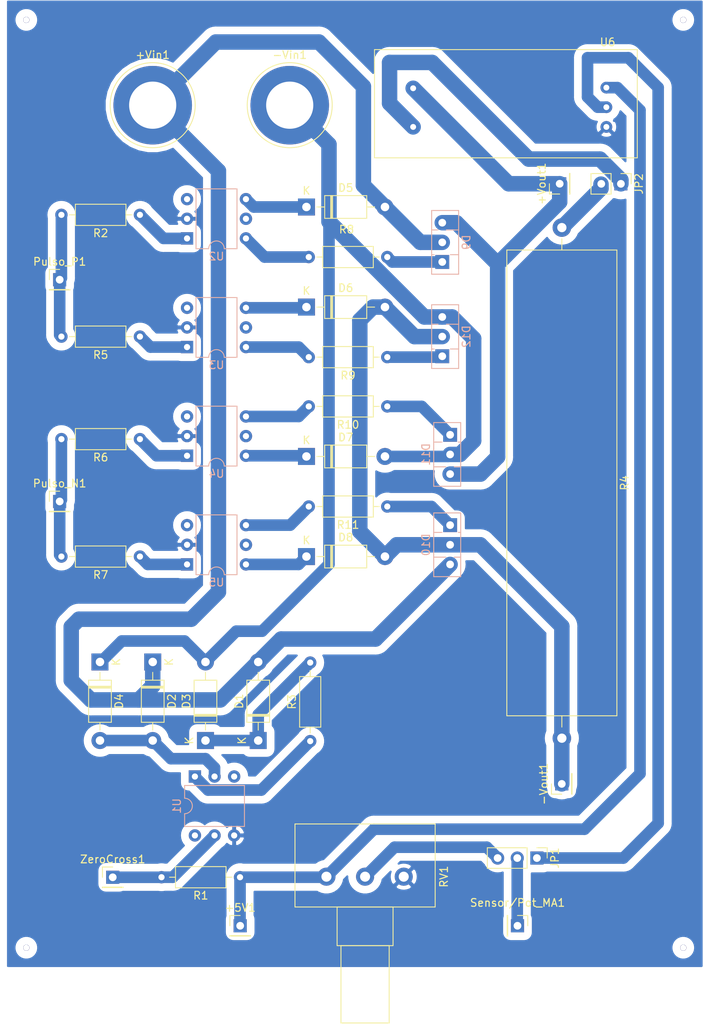
<source format=kicad_pcb>
(kicad_pcb (version 20171130) (host pcbnew "(5.1.4)-1")

  (general
    (thickness 1.6)
    (drawings 4)
    (tracks 160)
    (zones 0)
    (modules 41)
    (nets 34)
  )

  (page A4)
  (layers
    (0 F.Cu signal)
    (31 B.Cu signal)
    (32 B.Adhes user)
    (33 F.Adhes user)
    (34 B.Paste user)
    (35 F.Paste user)
    (36 B.SilkS user)
    (37 F.SilkS user)
    (38 B.Mask user)
    (39 F.Mask user)
    (40 Dwgs.User user)
    (41 Cmts.User user)
    (42 Eco1.User user)
    (43 Eco2.User user)
    (44 Edge.Cuts user)
    (45 Margin user)
    (46 B.CrtYd user)
    (47 F.CrtYd user)
    (48 B.Fab user)
    (49 F.Fab user)
  )

  (setup
    (last_trace_width 1.5)
    (user_trace_width 2)
    (user_trace_width 2.5)
    (user_trace_width 5)
    (trace_clearance 0.2)
    (zone_clearance 1)
    (zone_45_only no)
    (trace_min 1.5)
    (via_size 0.8)
    (via_drill 0.4)
    (via_min_size 0.4)
    (via_min_drill 0.3)
    (user_via 0.4 0.3)
    (user_via 0.4 0.3)
    (uvia_size 0.3)
    (uvia_drill 0.1)
    (uvias_allowed no)
    (uvia_min_size 0.2)
    (uvia_min_drill 0.1)
    (edge_width 0.05)
    (segment_width 0.2)
    (pcb_text_width 0.3)
    (pcb_text_size 1.5 1.5)
    (mod_edge_width 0.12)
    (mod_text_size 1 1)
    (mod_text_width 0.15)
    (pad_size 1.524 1.524)
    (pad_drill 0.762)
    (pad_to_mask_clearance 0.051)
    (solder_mask_min_width 0.25)
    (aux_axis_origin 21.5 18.5)
    (visible_elements 7FFFFFFF)
    (pcbplotparams
      (layerselection 0x02000_fffffffe)
      (usegerberextensions false)
      (usegerberattributes true)
      (usegerberadvancedattributes true)
      (creategerberjobfile true)
      (excludeedgelayer true)
      (linewidth 0.100000)
      (plotframeref false)
      (viasonmask false)
      (mode 1)
      (useauxorigin false)
      (hpglpennumber 1)
      (hpglpenspeed 20)
      (hpglpendiameter 15.000000)
      (psnegative false)
      (psa4output false)
      (plotreference true)
      (plotvalue true)
      (plotinvisibletext false)
      (padsonsilk true)
      (subtractmaskfromsilk false)
      (outputformat 1)
      (mirror false)
      (drillshape 0)
      (scaleselection 1)
      (outputdirectory "D:/MEGA/Eng. Eletrica/10° Período 3/TCC 2/Placa - Copy/FlatCam_Certo/"))
  )

  (net 0 "")
  (net 1 GND)
  (net 2 "Net-(D1-Pad1)")
  (net 3 A1)
  (net 4 "Net-(D2-Pad2)")
  (net 5 "Net-(D5-Pad1)")
  (net 6 A2)
  (net 7 "Net-(D6-Pad1)")
  (net 8 A3)
  (net 9 "Net-(D7-Pad1)")
  (net 10 "Net-(D8-Pad1)")
  (net 11 "Net-(JP1-Pad3)")
  (net 12 "Net-(JP1-Pad2)")
  (net 13 "Net-(Pulso_N1-Pad1)")
  (net 14 "Net-(Pulso_P1-Pad1)")
  (net 15 G1)
  (net 16 G2)
  (net 17 "Net-(R1-Pad2)")
  (net 18 "Net-(R2-Pad1)")
  (net 19 "Net-(R3-Pad1)")
  (net 20 "Net-(R5-Pad1)")
  (net 21 "Net-(R6-Pad1)")
  (net 22 "Net-(R7-Pad1)")
  (net 23 "Net-(R8-Pad2)")
  (net 24 "Net-(R9-Pad2)")
  (net 25 "Net-(R10-Pad2)")
  (net 26 "Net-(R11-Pad2)")
  (net 27 ACS_Vout)
  (net 28 "Net-(+Vout1-Pad1)")
  (net 29 G3)
  (net 30 G4)
  (net 31 5V)
  (net 32 "Net-(JP2-Pad2)")
  (net 33 "Net-(JP2-Pad1)")

  (net_class Default "Esta é a classe de rede padrão."
    (clearance 0.2)
    (trace_width 1.5)
    (via_dia 0.8)
    (via_drill 0.4)
    (uvia_dia 0.3)
    (uvia_drill 0.1)
    (diff_pair_width 1.5)
    (diff_pair_gap 0.25)
    (add_net 5V)
    (add_net A1)
    (add_net A2)
    (add_net A3)
    (add_net ACS_Vout)
    (add_net G1)
    (add_net G2)
    (add_net G3)
    (add_net G4)
    (add_net "Net-(+Vout1-Pad1)")
    (add_net "Net-(D2-Pad2)")
    (add_net "Net-(D5-Pad1)")
    (add_net "Net-(D6-Pad1)")
    (add_net "Net-(D7-Pad1)")
    (add_net "Net-(D8-Pad1)")
    (add_net "Net-(JP1-Pad2)")
    (add_net "Net-(JP1-Pad3)")
    (add_net "Net-(JP2-Pad1)")
    (add_net "Net-(JP2-Pad2)")
    (add_net "Net-(Pulso_N1-Pad1)")
    (add_net "Net-(Pulso_P1-Pad1)")
    (add_net "Net-(R1-Pad2)")
    (add_net "Net-(R10-Pad2)")
    (add_net "Net-(R11-Pad2)")
    (add_net "Net-(R2-Pad1)")
    (add_net "Net-(R3-Pad1)")
    (add_net "Net-(R5-Pad1)")
    (add_net "Net-(R6-Pad1)")
    (add_net "Net-(R7-Pad1)")
    (add_net "Net-(R8-Pad2)")
    (add_net "Net-(R9-Pad2)")
  )

  (net_class Plac ""
    (clearance 0.5)
    (trace_width 1.5)
    (via_dia 2)
    (via_drill 1)
    (uvia_dia 0.3)
    (uvia_drill 0.1)
    (diff_pair_width 1.5)
    (diff_pair_gap 0.25)
    (add_net GND)
    (add_net "Net-(D1-Pad1)")
  )

  (module Resistor_THT:R_Axial_Power_L60.0mm_W14.0mm_P66.04mm (layer F.Cu) (tedit 5AE5139B) (tstamp 62861EF3)
    (at 93.29 47.86 270)
    (descr "Resistor, Axial_Power series, Box, pin pitch=66.04mm, 25W, length*width*height=60*14*14mm^3, http://cdn-reichelt.de/documents/datenblatt/B400/5WAXIAL_9WAXIAL_11WAXIAL_17WAXIAL%23YAG.pdf")
    (tags "Resistor Axial_Power series Box pin pitch 66.04mm 25W length 60mm width 14mm height 14mm")
    (path /62853FEF)
    (fp_text reference R4 (at 33.02 -8.12 90) (layer F.SilkS)
      (effects (font (size 1 1) (thickness 0.15)))
    )
    (fp_text value 15 (at 33.02 8.12 90) (layer F.Fab)
      (effects (font (size 1 1) (thickness 0.15)))
    )
    (fp_text user %R (at 33.02 0 90) (layer F.Fab)
      (effects (font (size 1 1) (thickness 0.15)))
    )
    (fp_line (start 67.5 -7.25) (end -1.45 -7.25) (layer F.CrtYd) (width 0.05))
    (fp_line (start 67.5 7.25) (end 67.5 -7.25) (layer F.CrtYd) (width 0.05))
    (fp_line (start -1.45 7.25) (end 67.5 7.25) (layer F.CrtYd) (width 0.05))
    (fp_line (start -1.45 -7.25) (end -1.45 7.25) (layer F.CrtYd) (width 0.05))
    (fp_line (start 64.6 0) (end 63.14 0) (layer F.SilkS) (width 0.12))
    (fp_line (start 1.44 0) (end 2.9 0) (layer F.SilkS) (width 0.12))
    (fp_line (start 63.14 -7.12) (end 2.9 -7.12) (layer F.SilkS) (width 0.12))
    (fp_line (start 63.14 7.12) (end 63.14 -7.12) (layer F.SilkS) (width 0.12))
    (fp_line (start 2.9 7.12) (end 63.14 7.12) (layer F.SilkS) (width 0.12))
    (fp_line (start 2.9 -7.12) (end 2.9 7.12) (layer F.SilkS) (width 0.12))
    (fp_line (start 66.04 0) (end 63.02 0) (layer F.Fab) (width 0.1))
    (fp_line (start 0 0) (end 3.02 0) (layer F.Fab) (width 0.1))
    (fp_line (start 63.02 -7) (end 3.02 -7) (layer F.Fab) (width 0.1))
    (fp_line (start 63.02 7) (end 63.02 -7) (layer F.Fab) (width 0.1))
    (fp_line (start 3.02 7) (end 63.02 7) (layer F.Fab) (width 0.1))
    (fp_line (start 3.02 -7) (end 3.02 7) (layer F.Fab) (width 0.1))
    (pad 2 thru_hole oval (at 66.04 0 270) (size 2.4 2.4) (drill 1.2) (layers *.Cu *.Mask)
      (net 6 A2))
    (pad 1 thru_hole circle (at 0 0 270) (size 2.4 2.4) (drill 1.2) (layers *.Cu *.Mask)
      (net 32 "Net-(JP2-Pad2)"))
    (model ${KISYS3DMOD}/Resistor_THT.3dshapes/R_Axial_Power_L60.0mm_W14.0mm_P66.04mm.wrl
      (at (xyz 0 0 0))
      (scale (xyz 1 1 1))
      (rotate (xyz 0 0 0))
    )
  )

  (module Sensor_Current:ACS712 (layer F.Cu) (tedit 6333541F) (tstamp 62862072)
    (at 99.05 34.84 180)
    (path /6288FE32)
    (fp_text reference U6 (at -0.161 10.96) (layer F.SilkS)
      (effects (font (size 1 1) (thickness 0.15)))
    )
    (fp_text value ACS712xLCTR-05B (at -0.19 -8.04) (layer F.Fab)
      (effects (font (size 1 1) (thickness 0.15)))
    )
    (fp_line (start -4 10) (end -4 -4) (layer F.SilkS) (width 0.12))
    (fp_line (start 30 10) (end -4 10) (layer F.SilkS) (width 0.12))
    (fp_line (start 30 -4) (end 30 10) (layer F.SilkS) (width 0.12))
    (fp_line (start -4 -4) (end 30 -4) (layer F.SilkS) (width 0.12))
    (pad 3 thru_hole circle (at 25 0 180) (size 1.524 1.524) (drill 0.762) (layers *.Cu *.Mask)
      (net 33 "Net-(JP2-Pad1)"))
    (pad 1 thru_hole circle (at 25 5 180) (size 1.524 1.524) (drill 0.762) (layers *.Cu *.Mask)
      (net 28 "Net-(+Vout1-Pad1)"))
    (pad 5 thru_hole circle (at 0 0 180) (size 1.524 1.524) (drill 0.762) (layers *.Cu *.Mask)
      (net 1 GND))
    (pad 7 thru_hole circle (at 0 2.55 180) (size 1.524 1.524) (drill 0.762) (layers *.Cu *.Mask)
      (net 27 ACS_Vout))
    (pad 8 thru_hole circle (at 0 5.08 180) (size 1.524 1.524) (drill 0.762) (layers *.Cu *.Mask)
      (net 31 5V))
  )

  (module Connector_PinHeader_2.54mm:PinHeader_1x02_P2.54mm_Vertical (layer F.Cu) (tedit 59FED5CC) (tstamp 631FC9AC)
    (at 100.93 42.2 270)
    (descr "Through hole straight pin header, 1x02, 2.54mm pitch, single row")
    (tags "Through hole pin header THT 1x02 2.54mm single row")
    (path /6320E836)
    (fp_text reference JP2 (at 0 -2.33 90) (layer F.SilkS)
      (effects (font (size 1 1) (thickness 0.15)))
    )
    (fp_text value Jumper (at 0 4.87 90) (layer F.Fab)
      (effects (font (size 1 1) (thickness 0.15)))
    )
    (fp_text user %R (at 0 1.27) (layer F.Fab)
      (effects (font (size 1 1) (thickness 0.15)))
    )
    (fp_line (start 1.8 -1.8) (end -1.8 -1.8) (layer F.CrtYd) (width 0.05))
    (fp_line (start 1.8 4.35) (end 1.8 -1.8) (layer F.CrtYd) (width 0.05))
    (fp_line (start -1.8 4.35) (end 1.8 4.35) (layer F.CrtYd) (width 0.05))
    (fp_line (start -1.8 -1.8) (end -1.8 4.35) (layer F.CrtYd) (width 0.05))
    (fp_line (start -1.33 -1.33) (end 0 -1.33) (layer F.SilkS) (width 0.12))
    (fp_line (start -1.33 0) (end -1.33 -1.33) (layer F.SilkS) (width 0.12))
    (fp_line (start -1.33 1.27) (end 1.33 1.27) (layer F.SilkS) (width 0.12))
    (fp_line (start 1.33 1.27) (end 1.33 3.87) (layer F.SilkS) (width 0.12))
    (fp_line (start -1.33 1.27) (end -1.33 3.87) (layer F.SilkS) (width 0.12))
    (fp_line (start -1.33 3.87) (end 1.33 3.87) (layer F.SilkS) (width 0.12))
    (fp_line (start -1.27 -0.635) (end -0.635 -1.27) (layer F.Fab) (width 0.1))
    (fp_line (start -1.27 3.81) (end -1.27 -0.635) (layer F.Fab) (width 0.1))
    (fp_line (start 1.27 3.81) (end -1.27 3.81) (layer F.Fab) (width 0.1))
    (fp_line (start 1.27 -1.27) (end 1.27 3.81) (layer F.Fab) (width 0.1))
    (fp_line (start -0.635 -1.27) (end 1.27 -1.27) (layer F.Fab) (width 0.1))
    (pad 2 thru_hole oval (at 0 2.54 270) (size 1.7 1.7) (drill 1) (layers *.Cu *.Mask)
      (net 32 "Net-(JP2-Pad2)"))
    (pad 1 thru_hole rect (at 0 0 270) (size 1.7 1.7) (drill 1) (layers *.Cu *.Mask)
      (net 33 "Net-(JP2-Pad1)"))
    (model ${KISYS3DMOD}/Connector_PinHeader_2.54mm.3dshapes/PinHeader_1x02_P2.54mm_Vertical.wrl
      (at (xyz 0 0 0))
      (scale (xyz 1 1 1))
      (rotate (xyz 0 0 0))
    )
  )

  (module Connector_PinHeader_2.54mm:PinHeader_1x03_P2.54mm_Vertical (layer F.Cu) (tedit 59FED5CC) (tstamp 62861E47)
    (at 90.06 129.4 270)
    (descr "Through hole straight pin header, 1x03, 2.54mm pitch, single row")
    (tags "Through hole pin header THT 1x03 2.54mm single row")
    (path /6280C121)
    (fp_text reference JP1 (at 0 -2.33 90) (layer F.SilkS)
      (effects (font (size 1 1) (thickness 0.15)))
    )
    (fp_text value Jumper_3_Open (at 0 7.41 90) (layer F.Fab)
      (effects (font (size 1 1) (thickness 0.15)))
    )
    (fp_text user %R (at 0 2.54) (layer F.Fab)
      (effects (font (size 1 1) (thickness 0.15)))
    )
    (fp_line (start 1.8 -1.8) (end -1.8 -1.8) (layer F.CrtYd) (width 0.05))
    (fp_line (start 1.8 6.85) (end 1.8 -1.8) (layer F.CrtYd) (width 0.05))
    (fp_line (start -1.8 6.85) (end 1.8 6.85) (layer F.CrtYd) (width 0.05))
    (fp_line (start -1.8 -1.8) (end -1.8 6.85) (layer F.CrtYd) (width 0.05))
    (fp_line (start -1.33 -1.33) (end 0 -1.33) (layer F.SilkS) (width 0.12))
    (fp_line (start -1.33 0) (end -1.33 -1.33) (layer F.SilkS) (width 0.12))
    (fp_line (start -1.33 1.27) (end 1.33 1.27) (layer F.SilkS) (width 0.12))
    (fp_line (start 1.33 1.27) (end 1.33 6.41) (layer F.SilkS) (width 0.12))
    (fp_line (start -1.33 1.27) (end -1.33 6.41) (layer F.SilkS) (width 0.12))
    (fp_line (start -1.33 6.41) (end 1.33 6.41) (layer F.SilkS) (width 0.12))
    (fp_line (start -1.27 -0.635) (end -0.635 -1.27) (layer F.Fab) (width 0.1))
    (fp_line (start -1.27 6.35) (end -1.27 -0.635) (layer F.Fab) (width 0.1))
    (fp_line (start 1.27 6.35) (end -1.27 6.35) (layer F.Fab) (width 0.1))
    (fp_line (start 1.27 -1.27) (end 1.27 6.35) (layer F.Fab) (width 0.1))
    (fp_line (start -0.635 -1.27) (end 1.27 -1.27) (layer F.Fab) (width 0.1))
    (pad 3 thru_hole oval (at 0 5.08 270) (size 1.7 1.7) (drill 1) (layers *.Cu *.Mask)
      (net 11 "Net-(JP1-Pad3)"))
    (pad 2 thru_hole oval (at 0 2.54 270) (size 1.7 1.7) (drill 1) (layers *.Cu *.Mask)
      (net 12 "Net-(JP1-Pad2)"))
    (pad 1 thru_hole rect (at 0 0 270) (size 1.7 1.7) (drill 1) (layers *.Cu *.Mask)
      (net 27 ACS_Vout))
    (model ${KISYS3DMOD}/Connector_PinHeader_2.54mm.3dshapes/PinHeader_1x03_P2.54mm_Vertical.wrl
      (at (xyz 0 0 0))
      (scale (xyz 1 1 1))
      (rotate (xyz 0 0 0))
    )
  )

  (module Connector_PinHeader_2.54mm:PinHeader_1x01_P2.54mm_Vertical (layer F.Cu) (tedit 59FED5CC) (tstamp 62861FE3)
    (at 87.55 138.16 270)
    (descr "Through hole straight pin header, 1x01, 2.54mm pitch, single row")
    (tags "Through hole pin header THT 1x01 2.54mm single row")
    (path /62811ED8)
    (fp_text reference Sensor/Pot_MA1 (at -2.975 0) (layer F.SilkS)
      (effects (font (size 1 1) (thickness 0.15)))
    )
    (fp_text value Conn_01x01_Female (at 0 2.33 90) (layer F.Fab)
      (effects (font (size 1 1) (thickness 0.15)))
    )
    (fp_text user %R (at 0 0) (layer F.Fab)
      (effects (font (size 1 1) (thickness 0.15)))
    )
    (fp_line (start 1.8 -1.8) (end -1.8 -1.8) (layer F.CrtYd) (width 0.05))
    (fp_line (start 1.8 1.8) (end 1.8 -1.8) (layer F.CrtYd) (width 0.05))
    (fp_line (start -1.8 1.8) (end 1.8 1.8) (layer F.CrtYd) (width 0.05))
    (fp_line (start -1.8 -1.8) (end -1.8 1.8) (layer F.CrtYd) (width 0.05))
    (fp_line (start -1.33 -1.33) (end 0 -1.33) (layer F.SilkS) (width 0.12))
    (fp_line (start -1.33 0) (end -1.33 -1.33) (layer F.SilkS) (width 0.12))
    (fp_line (start -1.33 1.27) (end 1.33 1.27) (layer F.SilkS) (width 0.12))
    (fp_line (start 1.33 1.27) (end 1.33 1.33) (layer F.SilkS) (width 0.12))
    (fp_line (start -1.33 1.27) (end -1.33 1.33) (layer F.SilkS) (width 0.12))
    (fp_line (start -1.33 1.33) (end 1.33 1.33) (layer F.SilkS) (width 0.12))
    (fp_line (start -1.27 -0.635) (end -0.635 -1.27) (layer F.Fab) (width 0.1))
    (fp_line (start -1.27 1.27) (end -1.27 -0.635) (layer F.Fab) (width 0.1))
    (fp_line (start 1.27 1.27) (end -1.27 1.27) (layer F.Fab) (width 0.1))
    (fp_line (start 1.27 -1.27) (end 1.27 1.27) (layer F.Fab) (width 0.1))
    (fp_line (start -0.635 -1.27) (end 1.27 -1.27) (layer F.Fab) (width 0.1))
    (pad 1 thru_hole rect (at 0 0 270) (size 1.7 1.7) (drill 1) (layers *.Cu *.Mask)
      (net 12 "Net-(JP1-Pad2)"))
    (model ${KISYS3DMOD}/Connector_PinHeader_2.54mm.3dshapes/PinHeader_1x01_P2.54mm_Vertical.wrl
      (at (xyz 0 0 0))
      (scale (xyz 1 1 1))
      (rotate (xyz 0 0 0))
    )
  )

  (module Connector_PinHeader_2.54mm:PinHeader_1x01_P2.54mm_Vertical (layer F.Cu) (tedit 59FED5CC) (tstamp 62871214)
    (at 35.18 131.89)
    (descr "Through hole straight pin header, 1x01, 2.54mm pitch, single row")
    (tags "Through hole pin header THT 1x01 2.54mm single row")
    (path /62A16A4D)
    (fp_text reference ZeroCross1 (at 0 -2.33) (layer F.SilkS)
      (effects (font (size 1 1) (thickness 0.15)))
    )
    (fp_text value Conn_01x01_Female (at 0 2.33) (layer F.Fab)
      (effects (font (size 1 1) (thickness 0.15)))
    )
    (fp_text user %R (at 0 0 90) (layer F.Fab)
      (effects (font (size 1 1) (thickness 0.15)))
    )
    (fp_line (start 1.8 -1.8) (end -1.8 -1.8) (layer F.CrtYd) (width 0.05))
    (fp_line (start 1.8 1.8) (end 1.8 -1.8) (layer F.CrtYd) (width 0.05))
    (fp_line (start -1.8 1.8) (end 1.8 1.8) (layer F.CrtYd) (width 0.05))
    (fp_line (start -1.8 -1.8) (end -1.8 1.8) (layer F.CrtYd) (width 0.05))
    (fp_line (start -1.33 -1.33) (end 0 -1.33) (layer F.SilkS) (width 0.12))
    (fp_line (start -1.33 0) (end -1.33 -1.33) (layer F.SilkS) (width 0.12))
    (fp_line (start -1.33 1.27) (end 1.33 1.27) (layer F.SilkS) (width 0.12))
    (fp_line (start 1.33 1.27) (end 1.33 1.33) (layer F.SilkS) (width 0.12))
    (fp_line (start -1.33 1.27) (end -1.33 1.33) (layer F.SilkS) (width 0.12))
    (fp_line (start -1.33 1.33) (end 1.33 1.33) (layer F.SilkS) (width 0.12))
    (fp_line (start -1.27 -0.635) (end -0.635 -1.27) (layer F.Fab) (width 0.1))
    (fp_line (start -1.27 1.27) (end -1.27 -0.635) (layer F.Fab) (width 0.1))
    (fp_line (start 1.27 1.27) (end -1.27 1.27) (layer F.Fab) (width 0.1))
    (fp_line (start 1.27 -1.27) (end 1.27 1.27) (layer F.Fab) (width 0.1))
    (fp_line (start -0.635 -1.27) (end 1.27 -1.27) (layer F.Fab) (width 0.1))
    (pad 1 thru_hole rect (at 0 0) (size 1.7 1.7) (drill 1) (layers *.Cu *.Mask)
      (net 17 "Net-(R1-Pad2)"))
    (model ${KISYS3DMOD}/Connector_PinHeader_2.54mm.3dshapes/PinHeader_1x01_P2.54mm_Vertical.wrl
      (at (xyz 0 0 0))
      (scale (xyz 1 1 1))
      (rotate (xyz 0 0 0))
    )
  )

  (module Connector_PinHeader_2.54mm:PinHeader_1x01_P2.54mm_Vertical (layer F.Cu) (tedit 59FED5CC) (tstamp 62861E97)
    (at 28.314999 54.6)
    (descr "Through hole straight pin header, 1x01, 2.54mm pitch, single row")
    (tags "Through hole pin header THT 1x01 2.54mm single row")
    (path /62816BFE)
    (fp_text reference Pulso_P1 (at 0 -2.33) (layer F.SilkS)
      (effects (font (size 1 1) (thickness 0.15)))
    )
    (fp_text value Conn_01x01_Female (at 0 2.33) (layer F.Fab)
      (effects (font (size 1 1) (thickness 0.15)))
    )
    (fp_text user %R (at 0 0 90) (layer F.Fab)
      (effects (font (size 1 1) (thickness 0.15)))
    )
    (fp_line (start 1.8 -1.8) (end -1.8 -1.8) (layer F.CrtYd) (width 0.05))
    (fp_line (start 1.8 1.8) (end 1.8 -1.8) (layer F.CrtYd) (width 0.05))
    (fp_line (start -1.8 1.8) (end 1.8 1.8) (layer F.CrtYd) (width 0.05))
    (fp_line (start -1.8 -1.8) (end -1.8 1.8) (layer F.CrtYd) (width 0.05))
    (fp_line (start -1.33 -1.33) (end 0 -1.33) (layer F.SilkS) (width 0.12))
    (fp_line (start -1.33 0) (end -1.33 -1.33) (layer F.SilkS) (width 0.12))
    (fp_line (start -1.33 1.27) (end 1.33 1.27) (layer F.SilkS) (width 0.12))
    (fp_line (start 1.33 1.27) (end 1.33 1.33) (layer F.SilkS) (width 0.12))
    (fp_line (start -1.33 1.27) (end -1.33 1.33) (layer F.SilkS) (width 0.12))
    (fp_line (start -1.33 1.33) (end 1.33 1.33) (layer F.SilkS) (width 0.12))
    (fp_line (start -1.27 -0.635) (end -0.635 -1.27) (layer F.Fab) (width 0.1))
    (fp_line (start -1.27 1.27) (end -1.27 -0.635) (layer F.Fab) (width 0.1))
    (fp_line (start 1.27 1.27) (end -1.27 1.27) (layer F.Fab) (width 0.1))
    (fp_line (start 1.27 -1.27) (end 1.27 1.27) (layer F.Fab) (width 0.1))
    (fp_line (start -0.635 -1.27) (end 1.27 -1.27) (layer F.Fab) (width 0.1))
    (pad 1 thru_hole rect (at 0 0) (size 1.7 1.7) (drill 1) (layers *.Cu *.Mask)
      (net 14 "Net-(Pulso_P1-Pad1)"))
    (model ${KISYS3DMOD}/Connector_PinHeader_2.54mm.3dshapes/PinHeader_1x01_P2.54mm_Vertical.wrl
      (at (xyz 0 0 0))
      (scale (xyz 1 1 1))
      (rotate (xyz 0 0 0))
    )
  )

  (module Connector_PinHeader_2.54mm:PinHeader_1x01_P2.54mm_Vertical (layer F.Cu) (tedit 59FED5CC) (tstamp 62861E5B)
    (at 28.314999 83.28)
    (descr "Through hole straight pin header, 1x01, 2.54mm pitch, single row")
    (tags "Through hole pin header THT 1x01 2.54mm single row")
    (path /628177D8)
    (fp_text reference Pulso_N1 (at 0 -2.33) (layer F.SilkS)
      (effects (font (size 1 1) (thickness 0.15)))
    )
    (fp_text value Conn_01x01_Female (at 0 2.33) (layer F.Fab)
      (effects (font (size 1 1) (thickness 0.15)))
    )
    (fp_text user %R (at 0 0 90) (layer F.Fab)
      (effects (font (size 1 1) (thickness 0.15)))
    )
    (fp_line (start 1.8 -1.8) (end -1.8 -1.8) (layer F.CrtYd) (width 0.05))
    (fp_line (start 1.8 1.8) (end 1.8 -1.8) (layer F.CrtYd) (width 0.05))
    (fp_line (start -1.8 1.8) (end 1.8 1.8) (layer F.CrtYd) (width 0.05))
    (fp_line (start -1.8 -1.8) (end -1.8 1.8) (layer F.CrtYd) (width 0.05))
    (fp_line (start -1.33 -1.33) (end 0 -1.33) (layer F.SilkS) (width 0.12))
    (fp_line (start -1.33 0) (end -1.33 -1.33) (layer F.SilkS) (width 0.12))
    (fp_line (start -1.33 1.27) (end 1.33 1.27) (layer F.SilkS) (width 0.12))
    (fp_line (start 1.33 1.27) (end 1.33 1.33) (layer F.SilkS) (width 0.12))
    (fp_line (start -1.33 1.27) (end -1.33 1.33) (layer F.SilkS) (width 0.12))
    (fp_line (start -1.33 1.33) (end 1.33 1.33) (layer F.SilkS) (width 0.12))
    (fp_line (start -1.27 -0.635) (end -0.635 -1.27) (layer F.Fab) (width 0.1))
    (fp_line (start -1.27 1.27) (end -1.27 -0.635) (layer F.Fab) (width 0.1))
    (fp_line (start 1.27 1.27) (end -1.27 1.27) (layer F.Fab) (width 0.1))
    (fp_line (start 1.27 -1.27) (end 1.27 1.27) (layer F.Fab) (width 0.1))
    (fp_line (start -0.635 -1.27) (end 1.27 -1.27) (layer F.Fab) (width 0.1))
    (pad 1 thru_hole rect (at 0 0) (size 1.7 1.7) (drill 1) (layers *.Cu *.Mask)
      (net 13 "Net-(Pulso_N1-Pad1)"))
    (model ${KISYS3DMOD}/Connector_PinHeader_2.54mm.3dshapes/PinHeader_1x01_P2.54mm_Vertical.wrl
      (at (xyz 0 0 0))
      (scale (xyz 1 1 1))
      (rotate (xyz 0 0 0))
    )
  )

  (module Connector_PinHeader_2.54mm:PinHeader_1x01_P2.54mm_Vertical (layer F.Cu) (tedit 59FED5CC) (tstamp 6286A0F6)
    (at 93.28 119.81 90)
    (descr "Through hole straight pin header, 1x01, 2.54mm pitch, single row")
    (tags "Through hole pin header THT 1x01 2.54mm single row")
    (path /62968809)
    (fp_text reference -Vout1 (at 0 -2.33 90) (layer F.SilkS)
      (effects (font (size 1 1) (thickness 0.15)))
    )
    (fp_text value Conn_01x01_Female (at 0 2.33 90) (layer F.Fab)
      (effects (font (size 1 1) (thickness 0.15)))
    )
    (fp_text user %R (at 0 0) (layer F.Fab)
      (effects (font (size 1 1) (thickness 0.15)))
    )
    (fp_line (start 1.8 -1.8) (end -1.8 -1.8) (layer F.CrtYd) (width 0.05))
    (fp_line (start 1.8 1.8) (end 1.8 -1.8) (layer F.CrtYd) (width 0.05))
    (fp_line (start -1.8 1.8) (end 1.8 1.8) (layer F.CrtYd) (width 0.05))
    (fp_line (start -1.8 -1.8) (end -1.8 1.8) (layer F.CrtYd) (width 0.05))
    (fp_line (start -1.33 -1.33) (end 0 -1.33) (layer F.SilkS) (width 0.12))
    (fp_line (start -1.33 0) (end -1.33 -1.33) (layer F.SilkS) (width 0.12))
    (fp_line (start -1.33 1.27) (end 1.33 1.27) (layer F.SilkS) (width 0.12))
    (fp_line (start 1.33 1.27) (end 1.33 1.33) (layer F.SilkS) (width 0.12))
    (fp_line (start -1.33 1.27) (end -1.33 1.33) (layer F.SilkS) (width 0.12))
    (fp_line (start -1.33 1.33) (end 1.33 1.33) (layer F.SilkS) (width 0.12))
    (fp_line (start -1.27 -0.635) (end -0.635 -1.27) (layer F.Fab) (width 0.1))
    (fp_line (start -1.27 1.27) (end -1.27 -0.635) (layer F.Fab) (width 0.1))
    (fp_line (start 1.27 1.27) (end -1.27 1.27) (layer F.Fab) (width 0.1))
    (fp_line (start 1.27 -1.27) (end 1.27 1.27) (layer F.Fab) (width 0.1))
    (fp_line (start -0.635 -1.27) (end 1.27 -1.27) (layer F.Fab) (width 0.1))
    (pad 1 thru_hole rect (at 0 0 90) (size 1.7 1.7) (drill 1) (layers *.Cu *.Mask)
      (net 6 A2))
    (model ${KISYS3DMOD}/Connector_PinHeader_2.54mm.3dshapes/PinHeader_1x01_P2.54mm_Vertical.wrl
      (at (xyz 0 0 0))
      (scale (xyz 1 1 1))
      (rotate (xyz 0 0 0))
    )
  )

  (module Connector_PinHeader_2.54mm:PinHeader_1x01_P2.54mm_Vertical (layer F.Cu) (tedit 59FED5CC) (tstamp 62861E6F)
    (at 93.01 42.19 90)
    (descr "Through hole straight pin header, 1x01, 2.54mm pitch, single row")
    (tags "Through hole pin header THT 1x01 2.54mm single row")
    (path /6285955C)
    (fp_text reference +Vout1 (at 0 -2.33 90) (layer F.SilkS)
      (effects (font (size 1 1) (thickness 0.15)))
    )
    (fp_text value Conn_01x01_Female (at 0 2.33 90) (layer F.Fab)
      (effects (font (size 1 1) (thickness 0.15)))
    )
    (fp_text user %R (at 0 0) (layer F.Fab)
      (effects (font (size 1 1) (thickness 0.15)))
    )
    (fp_line (start 1.8 -1.8) (end -1.8 -1.8) (layer F.CrtYd) (width 0.05))
    (fp_line (start 1.8 1.8) (end 1.8 -1.8) (layer F.CrtYd) (width 0.05))
    (fp_line (start -1.8 1.8) (end 1.8 1.8) (layer F.CrtYd) (width 0.05))
    (fp_line (start -1.8 -1.8) (end -1.8 1.8) (layer F.CrtYd) (width 0.05))
    (fp_line (start -1.33 -1.33) (end 0 -1.33) (layer F.SilkS) (width 0.12))
    (fp_line (start -1.33 0) (end -1.33 -1.33) (layer F.SilkS) (width 0.12))
    (fp_line (start -1.33 1.27) (end 1.33 1.27) (layer F.SilkS) (width 0.12))
    (fp_line (start 1.33 1.27) (end 1.33 1.33) (layer F.SilkS) (width 0.12))
    (fp_line (start -1.33 1.27) (end -1.33 1.33) (layer F.SilkS) (width 0.12))
    (fp_line (start -1.33 1.33) (end 1.33 1.33) (layer F.SilkS) (width 0.12))
    (fp_line (start -1.27 -0.635) (end -0.635 -1.27) (layer F.Fab) (width 0.1))
    (fp_line (start -1.27 1.27) (end -1.27 -0.635) (layer F.Fab) (width 0.1))
    (fp_line (start 1.27 1.27) (end -1.27 1.27) (layer F.Fab) (width 0.1))
    (fp_line (start 1.27 -1.27) (end 1.27 1.27) (layer F.Fab) (width 0.1))
    (fp_line (start -0.635 -1.27) (end 1.27 -1.27) (layer F.Fab) (width 0.1))
    (pad 1 thru_hole rect (at 0 0 90) (size 1.7 1.7) (drill 1) (layers *.Cu *.Mask)
      (net 28 "Net-(+Vout1-Pad1)"))
    (model ${KISYS3DMOD}/Connector_PinHeader_2.54mm.3dshapes/PinHeader_1x01_P2.54mm_Vertical.wrl
      (at (xyz 0 0 0))
      (scale (xyz 1 1 1))
      (rotate (xyz 0 0 0))
    )
  )

  (module Connector_PinHeader_2.54mm:PinHeader_1x01_P2.54mm_Vertical (layer F.Cu) (tedit 59FED5CC) (tstamp 6287E511)
    (at 51.67 138.16)
    (descr "Through hole straight pin header, 1x01, 2.54mm pitch, single row")
    (tags "Through hole pin header THT 1x01 2.54mm single row")
    (path /6287F2F9)
    (fp_text reference +5V1 (at 0 -2.33) (layer F.SilkS)
      (effects (font (size 1 1) (thickness 0.15)))
    )
    (fp_text value Conn_01x01_Male (at 0 2.33) (layer F.Fab)
      (effects (font (size 1 1) (thickness 0.15)))
    )
    (fp_text user %R (at 0 0 90) (layer F.Fab)
      (effects (font (size 1 1) (thickness 0.15)))
    )
    (fp_line (start 1.8 -1.8) (end -1.8 -1.8) (layer F.CrtYd) (width 0.05))
    (fp_line (start 1.8 1.8) (end 1.8 -1.8) (layer F.CrtYd) (width 0.05))
    (fp_line (start -1.8 1.8) (end 1.8 1.8) (layer F.CrtYd) (width 0.05))
    (fp_line (start -1.8 -1.8) (end -1.8 1.8) (layer F.CrtYd) (width 0.05))
    (fp_line (start -1.33 -1.33) (end 0 -1.33) (layer F.SilkS) (width 0.12))
    (fp_line (start -1.33 0) (end -1.33 -1.33) (layer F.SilkS) (width 0.12))
    (fp_line (start -1.33 1.27) (end 1.33 1.27) (layer F.SilkS) (width 0.12))
    (fp_line (start 1.33 1.27) (end 1.33 1.33) (layer F.SilkS) (width 0.12))
    (fp_line (start -1.33 1.27) (end -1.33 1.33) (layer F.SilkS) (width 0.12))
    (fp_line (start -1.33 1.33) (end 1.33 1.33) (layer F.SilkS) (width 0.12))
    (fp_line (start -1.27 -0.635) (end -0.635 -1.27) (layer F.Fab) (width 0.1))
    (fp_line (start -1.27 1.27) (end -1.27 -0.635) (layer F.Fab) (width 0.1))
    (fp_line (start 1.27 1.27) (end -1.27 1.27) (layer F.Fab) (width 0.1))
    (fp_line (start 1.27 -1.27) (end 1.27 1.27) (layer F.Fab) (width 0.1))
    (fp_line (start -0.635 -1.27) (end 1.27 -1.27) (layer F.Fab) (width 0.1))
    (pad 1 thru_hole rect (at 0 0) (size 1.7 1.7) (drill 1) (layers *.Cu *.Mask)
      (net 31 5V))
    (model ${KISYS3DMOD}/Connector_PinHeader_2.54mm.3dshapes/PinHeader_1x01_P2.54mm_Vertical.wrl
      (at (xyz 0 0 0))
      (scale (xyz 1 1 1))
      (rotate (xyz 0 0 0))
    )
  )

  (module Package_TO_SOT_THT:TO-126-3_Vertical (layer B.Cu) (tedit 5AC8BA0D) (tstamp 62861E30)
    (at 77.816 64.5 90)
    (descr "TO-126-3, Vertical, RM 2.54mm, see https://www.diodes.com/assets/Package-Files/TO126.pdf")
    (tags "TO-126-3 Vertical RM 2.54mm")
    (path /6288619A)
    (fp_text reference D12 (at 2.54 3.12 270) (layer B.SilkS)
      (effects (font (size 1 1) (thickness 0.15)) (justify mirror))
    )
    (fp_text value Q_SCR_GAK (at 2.54 -2.5 270) (layer B.Fab)
      (effects (font (size 1 1) (thickness 0.15)) (justify mirror))
    )
    (fp_text user %R (at 2.54 3.12 270) (layer B.Fab)
      (effects (font (size 1 1) (thickness 0.15)) (justify mirror))
    )
    (fp_line (start 6.79 2.25) (end -1.71 2.25) (layer B.CrtYd) (width 0.05))
    (fp_line (start 6.79 -1.5) (end 6.79 2.25) (layer B.CrtYd) (width 0.05))
    (fp_line (start -1.71 -1.5) (end 6.79 -1.5) (layer B.CrtYd) (width 0.05))
    (fp_line (start -1.71 2.25) (end -1.71 -1.5) (layer B.CrtYd) (width 0.05))
    (fp_line (start 4.141 -0.54) (end 4.141 -1.37) (layer B.SilkS) (width 0.12))
    (fp_line (start 4.141 2.12) (end 4.141 0.54) (layer B.SilkS) (width 0.12))
    (fp_line (start 0.94 -1.05) (end 0.94 -1.37) (layer B.SilkS) (width 0.12))
    (fp_line (start 0.94 2.12) (end 0.94 1.05) (layer B.SilkS) (width 0.12))
    (fp_line (start 6.66 2.12) (end 6.66 -1.37) (layer B.SilkS) (width 0.12))
    (fp_line (start -1.58 2.12) (end -1.58 -1.37) (layer B.SilkS) (width 0.12))
    (fp_line (start -1.58 -1.37) (end 6.66 -1.37) (layer B.SilkS) (width 0.12))
    (fp_line (start -1.58 2.12) (end 6.66 2.12) (layer B.SilkS) (width 0.12))
    (fp_line (start 4.14 2) (end 4.14 -1.25) (layer B.Fab) (width 0.1))
    (fp_line (start 0.94 2) (end 0.94 -1.25) (layer B.Fab) (width 0.1))
    (fp_line (start 6.54 2) (end -1.46 2) (layer B.Fab) (width 0.1))
    (fp_line (start 6.54 -1.25) (end 6.54 2) (layer B.Fab) (width 0.1))
    (fp_line (start -1.46 -1.25) (end 6.54 -1.25) (layer B.Fab) (width 0.1))
    (fp_line (start -1.46 2) (end -1.46 -1.25) (layer B.Fab) (width 0.1))
    (pad 3 thru_hole oval (at 5.08 0 90) (size 1.8 1.8) (drill 1) (layers *.Cu *.Mask)
      (net 8 A3))
    (pad 2 thru_hole oval (at 2.54 0 90) (size 1.8 1.8) (drill 1) (layers *.Cu *.Mask)
      (net 6 A2))
    (pad 1 thru_hole rect (at 0 0 90) (size 1.8 1.8) (drill 1) (layers *.Cu *.Mask)
      (net 16 G2))
    (model ${KISYS3DMOD}/Package_TO_SOT_THT.3dshapes/TO-126-3_Vertical.wrl
      (at (xyz 0 0 0))
      (scale (xyz 1 1 1))
      (rotate (xyz 0 0 0))
    )
  )

  (module Package_TO_SOT_THT:TO-126-3_Vertical (layer B.Cu) (tedit 5AC8BA0D) (tstamp 62861E1E)
    (at 78.832 74.66 270)
    (descr "TO-126-3, Vertical, RM 2.54mm, see https://www.diodes.com/assets/Package-Files/TO126.pdf")
    (tags "TO-126-3 Vertical RM 2.54mm")
    (path /628830FC)
    (fp_text reference D11 (at 2.54 3.12 270) (layer B.SilkS)
      (effects (font (size 1 1) (thickness 0.15)) (justify mirror))
    )
    (fp_text value Q_SCR_GAK (at 2.54 -2.5 270) (layer B.Fab)
      (effects (font (size 1 1) (thickness 0.15)) (justify mirror))
    )
    (fp_text user %R (at 2.54 3.12 270) (layer B.Fab)
      (effects (font (size 1 1) (thickness 0.15)) (justify mirror))
    )
    (fp_line (start 6.79 2.25) (end -1.71 2.25) (layer B.CrtYd) (width 0.05))
    (fp_line (start 6.79 -1.5) (end 6.79 2.25) (layer B.CrtYd) (width 0.05))
    (fp_line (start -1.71 -1.5) (end 6.79 -1.5) (layer B.CrtYd) (width 0.05))
    (fp_line (start -1.71 2.25) (end -1.71 -1.5) (layer B.CrtYd) (width 0.05))
    (fp_line (start 4.141 -0.54) (end 4.141 -1.37) (layer B.SilkS) (width 0.12))
    (fp_line (start 4.141 2.12) (end 4.141 0.54) (layer B.SilkS) (width 0.12))
    (fp_line (start 0.94 -1.05) (end 0.94 -1.37) (layer B.SilkS) (width 0.12))
    (fp_line (start 0.94 2.12) (end 0.94 1.05) (layer B.SilkS) (width 0.12))
    (fp_line (start 6.66 2.12) (end 6.66 -1.37) (layer B.SilkS) (width 0.12))
    (fp_line (start -1.58 2.12) (end -1.58 -1.37) (layer B.SilkS) (width 0.12))
    (fp_line (start -1.58 -1.37) (end 6.66 -1.37) (layer B.SilkS) (width 0.12))
    (fp_line (start -1.58 2.12) (end 6.66 2.12) (layer B.SilkS) (width 0.12))
    (fp_line (start 4.14 2) (end 4.14 -1.25) (layer B.Fab) (width 0.1))
    (fp_line (start 0.94 2) (end 0.94 -1.25) (layer B.Fab) (width 0.1))
    (fp_line (start 6.54 2) (end -1.46 2) (layer B.Fab) (width 0.1))
    (fp_line (start 6.54 -1.25) (end 6.54 2) (layer B.Fab) (width 0.1))
    (fp_line (start -1.46 -1.25) (end 6.54 -1.25) (layer B.Fab) (width 0.1))
    (fp_line (start -1.46 2) (end -1.46 -1.25) (layer B.Fab) (width 0.1))
    (pad 3 thru_hole oval (at 5.08 0 270) (size 1.8 1.8) (drill 1) (layers *.Cu *.Mask)
      (net 28 "Net-(+Vout1-Pad1)"))
    (pad 2 thru_hole oval (at 2.54 0 270) (size 1.8 1.8) (drill 1) (layers *.Cu *.Mask)
      (net 8 A3))
    (pad 1 thru_hole rect (at 0 0 270) (size 1.8 1.8) (drill 1) (layers *.Cu *.Mask)
      (net 29 G3))
    (model ${KISYS3DMOD}/Package_TO_SOT_THT.3dshapes/TO-126-3_Vertical.wrl
      (at (xyz 0 0 0))
      (scale (xyz 1 1 1))
      (rotate (xyz 0 0 0))
    )
  )

  (module Package_TO_SOT_THT:TO-126-3_Vertical (layer B.Cu) (tedit 5AC8BA0D) (tstamp 62861E0C)
    (at 78.832 86.344 270)
    (descr "TO-126-3, Vertical, RM 2.54mm, see https://www.diodes.com/assets/Package-Files/TO126.pdf")
    (tags "TO-126-3 Vertical RM 2.54mm")
    (path /62889418)
    (fp_text reference D10 (at 2.54 3.12 270) (layer B.SilkS)
      (effects (font (size 1 1) (thickness 0.15)) (justify mirror))
    )
    (fp_text value Q_SCR_GAK (at 2.54 -2.5 270) (layer B.Fab)
      (effects (font (size 1 1) (thickness 0.15)) (justify mirror))
    )
    (fp_text user %R (at 2.54 3.12 270) (layer B.Fab)
      (effects (font (size 1 1) (thickness 0.15)) (justify mirror))
    )
    (fp_line (start 6.79 2.25) (end -1.71 2.25) (layer B.CrtYd) (width 0.05))
    (fp_line (start 6.79 -1.5) (end 6.79 2.25) (layer B.CrtYd) (width 0.05))
    (fp_line (start -1.71 -1.5) (end 6.79 -1.5) (layer B.CrtYd) (width 0.05))
    (fp_line (start -1.71 2.25) (end -1.71 -1.5) (layer B.CrtYd) (width 0.05))
    (fp_line (start 4.141 -0.54) (end 4.141 -1.37) (layer B.SilkS) (width 0.12))
    (fp_line (start 4.141 2.12) (end 4.141 0.54) (layer B.SilkS) (width 0.12))
    (fp_line (start 0.94 -1.05) (end 0.94 -1.37) (layer B.SilkS) (width 0.12))
    (fp_line (start 0.94 2.12) (end 0.94 1.05) (layer B.SilkS) (width 0.12))
    (fp_line (start 6.66 2.12) (end 6.66 -1.37) (layer B.SilkS) (width 0.12))
    (fp_line (start -1.58 2.12) (end -1.58 -1.37) (layer B.SilkS) (width 0.12))
    (fp_line (start -1.58 -1.37) (end 6.66 -1.37) (layer B.SilkS) (width 0.12))
    (fp_line (start -1.58 2.12) (end 6.66 2.12) (layer B.SilkS) (width 0.12))
    (fp_line (start 4.14 2) (end 4.14 -1.25) (layer B.Fab) (width 0.1))
    (fp_line (start 0.94 2) (end 0.94 -1.25) (layer B.Fab) (width 0.1))
    (fp_line (start 6.54 2) (end -1.46 2) (layer B.Fab) (width 0.1))
    (fp_line (start 6.54 -1.25) (end 6.54 2) (layer B.Fab) (width 0.1))
    (fp_line (start -1.46 -1.25) (end 6.54 -1.25) (layer B.Fab) (width 0.1))
    (fp_line (start -1.46 2) (end -1.46 -1.25) (layer B.Fab) (width 0.1))
    (pad 3 thru_hole oval (at 5.08 0 270) (size 1.8 1.8) (drill 1) (layers *.Cu *.Mask)
      (net 3 A1))
    (pad 2 thru_hole oval (at 2.54 0 270) (size 1.8 1.8) (drill 1) (layers *.Cu *.Mask)
      (net 6 A2))
    (pad 1 thru_hole rect (at 0 0 270) (size 1.8 1.8) (drill 1) (layers *.Cu *.Mask)
      (net 30 G4))
    (model ${KISYS3DMOD}/Package_TO_SOT_THT.3dshapes/TO-126-3_Vertical.wrl
      (at (xyz 0 0 0))
      (scale (xyz 1 1 1))
      (rotate (xyz 0 0 0))
    )
  )

  (module Package_TO_SOT_THT:TO-126-3_Vertical (layer B.Cu) (tedit 5AC8BA0D) (tstamp 62861DFA)
    (at 77.816 52.308 90)
    (descr "TO-126-3, Vertical, RM 2.54mm, see https://www.diodes.com/assets/Package-Files/TO126.pdf")
    (tags "TO-126-3 Vertical RM 2.54mm")
    (path /6286E528)
    (fp_text reference D9 (at 2.54 3.12 270) (layer B.SilkS)
      (effects (font (size 1 1) (thickness 0.15)) (justify mirror))
    )
    (fp_text value Q_SCR_GAK (at 2.54 -2.5 270) (layer B.Fab)
      (effects (font (size 1 1) (thickness 0.15)) (justify mirror))
    )
    (fp_text user %R (at 2.54 3.12 270) (layer B.Fab)
      (effects (font (size 1 1) (thickness 0.15)) (justify mirror))
    )
    (fp_line (start 6.79 2.25) (end -1.71 2.25) (layer B.CrtYd) (width 0.05))
    (fp_line (start 6.79 -1.5) (end 6.79 2.25) (layer B.CrtYd) (width 0.05))
    (fp_line (start -1.71 -1.5) (end 6.79 -1.5) (layer B.CrtYd) (width 0.05))
    (fp_line (start -1.71 2.25) (end -1.71 -1.5) (layer B.CrtYd) (width 0.05))
    (fp_line (start 4.141 -0.54) (end 4.141 -1.37) (layer B.SilkS) (width 0.12))
    (fp_line (start 4.141 2.12) (end 4.141 0.54) (layer B.SilkS) (width 0.12))
    (fp_line (start 0.94 -1.05) (end 0.94 -1.37) (layer B.SilkS) (width 0.12))
    (fp_line (start 0.94 2.12) (end 0.94 1.05) (layer B.SilkS) (width 0.12))
    (fp_line (start 6.66 2.12) (end 6.66 -1.37) (layer B.SilkS) (width 0.12))
    (fp_line (start -1.58 2.12) (end -1.58 -1.37) (layer B.SilkS) (width 0.12))
    (fp_line (start -1.58 -1.37) (end 6.66 -1.37) (layer B.SilkS) (width 0.12))
    (fp_line (start -1.58 2.12) (end 6.66 2.12) (layer B.SilkS) (width 0.12))
    (fp_line (start 4.14 2) (end 4.14 -1.25) (layer B.Fab) (width 0.1))
    (fp_line (start 0.94 2) (end 0.94 -1.25) (layer B.Fab) (width 0.1))
    (fp_line (start 6.54 2) (end -1.46 2) (layer B.Fab) (width 0.1))
    (fp_line (start 6.54 -1.25) (end 6.54 2) (layer B.Fab) (width 0.1))
    (fp_line (start -1.46 -1.25) (end 6.54 -1.25) (layer B.Fab) (width 0.1))
    (fp_line (start -1.46 2) (end -1.46 -1.25) (layer B.Fab) (width 0.1))
    (pad 3 thru_hole oval (at 5.08 0 90) (size 1.8 1.8) (drill 1) (layers *.Cu *.Mask)
      (net 28 "Net-(+Vout1-Pad1)"))
    (pad 2 thru_hole oval (at 2.54 0 90) (size 1.8 1.8) (drill 1) (layers *.Cu *.Mask)
      (net 3 A1))
    (pad 1 thru_hole rect (at 0 0 90) (size 1.8 1.8) (drill 1) (layers *.Cu *.Mask)
      (net 15 G1))
    (model ${KISYS3DMOD}/Package_TO_SOT_THT.3dshapes/TO-126-3_Vertical.wrl
      (at (xyz 0 0 0))
      (scale (xyz 1 1 1))
      (rotate (xyz 0 0 0))
    )
  )

  (module Connector:Banana_Jack_1Pin (layer F.Cu) (tedit 5A1AB217) (tstamp 62868EBF)
    (at 58.08 32.03)
    (descr "Single banana socket, footprint - 6mm drill")
    (tags "banana socket")
    (path /6293A2C2)
    (fp_text reference -Vin1 (at 0 -6.5) (layer F.SilkS)
      (effects (font (size 1 1) (thickness 0.15)))
    )
    (fp_text value Conn_01x01_Female (at -0.25 6.5) (layer F.Fab)
      (effects (font (size 1 1) (thickness 0.15)))
    )
    (fp_circle (center 0 0) (end 5.5 0) (layer F.SilkS) (width 0.12))
    (fp_circle (center 0 0) (end 4.85 0.05) (layer F.Fab) (width 0.1))
    (fp_circle (center 0 0) (end 2 0) (layer F.Fab) (width 0.1))
    (fp_circle (center 0 0) (end 5.75 0) (layer F.CrtYd) (width 0.05))
    (fp_text user %R (at 0 0) (layer F.Fab)
      (effects (font (size 0.8 0.8) (thickness 0.12)))
    )
    (pad 1 thru_hole circle (at 0 0) (size 10.16 10.16) (drill 6.1) (layers *.Cu *.Mask)
      (net 8 A3))
    (model ${KISYS3DMOD}/Connector.3dshapes/Banana_Jack_1Pin.wrl
      (at (xyz 0 0 0))
      (scale (xyz 2 2 2))
      (rotate (xyz 0 0 0))
    )
  )

  (module Connector:Banana_Jack_1Pin (layer F.Cu) (tedit 5A1AB217) (tstamp 62861E83)
    (at 40.35 32.03)
    (descr "Single banana socket, footprint - 6mm drill")
    (tags "banana socket")
    (path /6285CF39)
    (fp_text reference +Vin1 (at 0 -6.5) (layer F.SilkS)
      (effects (font (size 1 1) (thickness 0.15)))
    )
    (fp_text value Conn_01x01_Female (at -0.25 6.5) (layer F.Fab)
      (effects (font (size 1 1) (thickness 0.15)))
    )
    (fp_circle (center 0 0) (end 5.5 0) (layer F.SilkS) (width 0.12))
    (fp_circle (center 0 0) (end 4.85 0.05) (layer F.Fab) (width 0.1))
    (fp_circle (center 0 0) (end 2 0) (layer F.Fab) (width 0.1))
    (fp_circle (center 0 0) (end 5.75 0) (layer F.CrtYd) (width 0.05))
    (fp_text user %R (at 0 0) (layer F.Fab)
      (effects (font (size 0.8 0.8) (thickness 0.12)))
    )
    (pad 1 thru_hole circle (at 0 0) (size 10.16 10.16) (drill 6.1) (layers *.Cu *.Mask)
      (net 3 A1))
    (model ${KISYS3DMOD}/Connector.3dshapes/Banana_Jack_1Pin.wrl
      (at (xyz 0 0 0))
      (scale (xyz 2 2 2))
      (rotate (xyz 0 0 0))
    )
  )

  (module Package_DIP:DIP-6_W7.62mm (layer B.Cu) (tedit 5A02E8C5) (tstamp 62862065)
    (at 44.796 91.424)
    (descr "6-lead though-hole mounted DIP package, row spacing 7.62 mm (300 mils)")
    (tags "THT DIP DIL PDIP 2.54mm 7.62mm 300mil")
    (path /627C9ABD)
    (fp_text reference U5 (at 3.81 2.33) (layer B.SilkS)
      (effects (font (size 1 1) (thickness 0.15)) (justify mirror))
    )
    (fp_text value MOC3021M (at 3.81 -7.41) (layer B.Fab)
      (effects (font (size 1 1) (thickness 0.15)) (justify mirror))
    )
    (fp_text user %R (at 3.81 -2.54) (layer B.Fab)
      (effects (font (size 1 1) (thickness 0.15)) (justify mirror))
    )
    (fp_line (start 8.7 1.55) (end -1.1 1.55) (layer B.CrtYd) (width 0.05))
    (fp_line (start 8.7 -6.6) (end 8.7 1.55) (layer B.CrtYd) (width 0.05))
    (fp_line (start -1.1 -6.6) (end 8.7 -6.6) (layer B.CrtYd) (width 0.05))
    (fp_line (start -1.1 1.55) (end -1.1 -6.6) (layer B.CrtYd) (width 0.05))
    (fp_line (start 6.46 1.33) (end 4.81 1.33) (layer B.SilkS) (width 0.12))
    (fp_line (start 6.46 -6.41) (end 6.46 1.33) (layer B.SilkS) (width 0.12))
    (fp_line (start 1.16 -6.41) (end 6.46 -6.41) (layer B.SilkS) (width 0.12))
    (fp_line (start 1.16 1.33) (end 1.16 -6.41) (layer B.SilkS) (width 0.12))
    (fp_line (start 2.81 1.33) (end 1.16 1.33) (layer B.SilkS) (width 0.12))
    (fp_line (start 0.635 0.27) (end 1.635 1.27) (layer B.Fab) (width 0.1))
    (fp_line (start 0.635 -6.35) (end 0.635 0.27) (layer B.Fab) (width 0.1))
    (fp_line (start 6.985 -6.35) (end 0.635 -6.35) (layer B.Fab) (width 0.1))
    (fp_line (start 6.985 1.27) (end 6.985 -6.35) (layer B.Fab) (width 0.1))
    (fp_line (start 1.635 1.27) (end 6.985 1.27) (layer B.Fab) (width 0.1))
    (fp_arc (start 3.81 1.33) (end 2.81 1.33) (angle 180) (layer B.SilkS) (width 0.12))
    (pad 6 thru_hole oval (at 7.62 0) (size 1.6 1.6) (drill 0.8) (layers *.Cu *.Mask)
      (net 10 "Net-(D8-Pad1)"))
    (pad 3 thru_hole oval (at 0 -5.08) (size 1.6 1.6) (drill 0.8) (layers *.Cu *.Mask))
    (pad 5 thru_hole oval (at 7.62 -2.54) (size 1.6 1.6) (drill 0.8) (layers *.Cu *.Mask))
    (pad 2 thru_hole oval (at 0 -2.54) (size 1.6 1.6) (drill 0.8) (layers *.Cu *.Mask)
      (net 1 GND))
    (pad 4 thru_hole oval (at 7.62 -5.08) (size 1.6 1.6) (drill 0.8) (layers *.Cu *.Mask)
      (net 26 "Net-(R11-Pad2)"))
    (pad 1 thru_hole rect (at 0 0) (size 1.6 1.6) (drill 0.8) (layers *.Cu *.Mask)
      (net 22 "Net-(R7-Pad1)"))
    (model ${KISYS3DMOD}/Package_DIP.3dshapes/DIP-6_W7.62mm.wrl
      (at (xyz 0 0 0))
      (scale (xyz 1 1 1))
      (rotate (xyz 0 0 0))
    )
  )

  (module Package_DIP:DIP-6_W7.62mm (layer B.Cu) (tedit 5A02E8C5) (tstamp 6286204B)
    (at 44.796 77.369332)
    (descr "6-lead though-hole mounted DIP package, row spacing 7.62 mm (300 mils)")
    (tags "THT DIP DIL PDIP 2.54mm 7.62mm 300mil")
    (path /627C8E1A)
    (fp_text reference U4 (at 3.81 2.33) (layer B.SilkS)
      (effects (font (size 1 1) (thickness 0.15)) (justify mirror))
    )
    (fp_text value MOC3021M (at 3.81 -7.41) (layer B.Fab)
      (effects (font (size 1 1) (thickness 0.15)) (justify mirror))
    )
    (fp_text user %R (at 3.81 -2.54) (layer B.Fab)
      (effects (font (size 1 1) (thickness 0.15)) (justify mirror))
    )
    (fp_line (start 8.7 1.55) (end -1.1 1.55) (layer B.CrtYd) (width 0.05))
    (fp_line (start 8.7 -6.6) (end 8.7 1.55) (layer B.CrtYd) (width 0.05))
    (fp_line (start -1.1 -6.6) (end 8.7 -6.6) (layer B.CrtYd) (width 0.05))
    (fp_line (start -1.1 1.55) (end -1.1 -6.6) (layer B.CrtYd) (width 0.05))
    (fp_line (start 6.46 1.33) (end 4.81 1.33) (layer B.SilkS) (width 0.12))
    (fp_line (start 6.46 -6.41) (end 6.46 1.33) (layer B.SilkS) (width 0.12))
    (fp_line (start 1.16 -6.41) (end 6.46 -6.41) (layer B.SilkS) (width 0.12))
    (fp_line (start 1.16 1.33) (end 1.16 -6.41) (layer B.SilkS) (width 0.12))
    (fp_line (start 2.81 1.33) (end 1.16 1.33) (layer B.SilkS) (width 0.12))
    (fp_line (start 0.635 0.27) (end 1.635 1.27) (layer B.Fab) (width 0.1))
    (fp_line (start 0.635 -6.35) (end 0.635 0.27) (layer B.Fab) (width 0.1))
    (fp_line (start 6.985 -6.35) (end 0.635 -6.35) (layer B.Fab) (width 0.1))
    (fp_line (start 6.985 1.27) (end 6.985 -6.35) (layer B.Fab) (width 0.1))
    (fp_line (start 1.635 1.27) (end 6.985 1.27) (layer B.Fab) (width 0.1))
    (fp_arc (start 3.81 1.33) (end 2.81 1.33) (angle 180) (layer B.SilkS) (width 0.12))
    (pad 6 thru_hole oval (at 7.62 0) (size 1.6 1.6) (drill 0.8) (layers *.Cu *.Mask)
      (net 9 "Net-(D7-Pad1)"))
    (pad 3 thru_hole oval (at 0 -5.08) (size 1.6 1.6) (drill 0.8) (layers *.Cu *.Mask))
    (pad 5 thru_hole oval (at 7.62 -2.54) (size 1.6 1.6) (drill 0.8) (layers *.Cu *.Mask))
    (pad 2 thru_hole oval (at 0 -2.54) (size 1.6 1.6) (drill 0.8) (layers *.Cu *.Mask)
      (net 1 GND))
    (pad 4 thru_hole oval (at 7.62 -5.08) (size 1.6 1.6) (drill 0.8) (layers *.Cu *.Mask)
      (net 25 "Net-(R10-Pad2)"))
    (pad 1 thru_hole rect (at 0 0) (size 1.6 1.6) (drill 0.8) (layers *.Cu *.Mask)
      (net 21 "Net-(R6-Pad1)"))
    (model ${KISYS3DMOD}/Package_DIP.3dshapes/DIP-6_W7.62mm.wrl
      (at (xyz 0 0 0))
      (scale (xyz 1 1 1))
      (rotate (xyz 0 0 0))
    )
  )

  (module Package_DIP:DIP-6_W7.62mm (layer B.Cu) (tedit 5A02E8C5) (tstamp 62862031)
    (at 44.796 63.314666)
    (descr "6-lead though-hole mounted DIP package, row spacing 7.62 mm (300 mils)")
    (tags "THT DIP DIL PDIP 2.54mm 7.62mm 300mil")
    (path /627C7EF2)
    (fp_text reference U3 (at 3.81 2.33) (layer B.SilkS)
      (effects (font (size 1 1) (thickness 0.15)) (justify mirror))
    )
    (fp_text value MOC3021M (at 3.81 -7.41) (layer B.Fab)
      (effects (font (size 1 1) (thickness 0.15)) (justify mirror))
    )
    (fp_text user %R (at 3.81 -2.54) (layer B.Fab)
      (effects (font (size 1 1) (thickness 0.15)) (justify mirror))
    )
    (fp_line (start 8.7 1.55) (end -1.1 1.55) (layer B.CrtYd) (width 0.05))
    (fp_line (start 8.7 -6.6) (end 8.7 1.55) (layer B.CrtYd) (width 0.05))
    (fp_line (start -1.1 -6.6) (end 8.7 -6.6) (layer B.CrtYd) (width 0.05))
    (fp_line (start -1.1 1.55) (end -1.1 -6.6) (layer B.CrtYd) (width 0.05))
    (fp_line (start 6.46 1.33) (end 4.81 1.33) (layer B.SilkS) (width 0.12))
    (fp_line (start 6.46 -6.41) (end 6.46 1.33) (layer B.SilkS) (width 0.12))
    (fp_line (start 1.16 -6.41) (end 6.46 -6.41) (layer B.SilkS) (width 0.12))
    (fp_line (start 1.16 1.33) (end 1.16 -6.41) (layer B.SilkS) (width 0.12))
    (fp_line (start 2.81 1.33) (end 1.16 1.33) (layer B.SilkS) (width 0.12))
    (fp_line (start 0.635 0.27) (end 1.635 1.27) (layer B.Fab) (width 0.1))
    (fp_line (start 0.635 -6.35) (end 0.635 0.27) (layer B.Fab) (width 0.1))
    (fp_line (start 6.985 -6.35) (end 0.635 -6.35) (layer B.Fab) (width 0.1))
    (fp_line (start 6.985 1.27) (end 6.985 -6.35) (layer B.Fab) (width 0.1))
    (fp_line (start 1.635 1.27) (end 6.985 1.27) (layer B.Fab) (width 0.1))
    (fp_arc (start 3.81 1.33) (end 2.81 1.33) (angle 180) (layer B.SilkS) (width 0.12))
    (pad 6 thru_hole oval (at 7.62 0) (size 1.6 1.6) (drill 0.8) (layers *.Cu *.Mask)
      (net 24 "Net-(R9-Pad2)"))
    (pad 3 thru_hole oval (at 0 -5.08) (size 1.6 1.6) (drill 0.8) (layers *.Cu *.Mask))
    (pad 5 thru_hole oval (at 7.62 -2.54) (size 1.6 1.6) (drill 0.8) (layers *.Cu *.Mask))
    (pad 2 thru_hole oval (at 0 -2.54) (size 1.6 1.6) (drill 0.8) (layers *.Cu *.Mask)
      (net 1 GND))
    (pad 4 thru_hole oval (at 7.62 -5.08) (size 1.6 1.6) (drill 0.8) (layers *.Cu *.Mask)
      (net 7 "Net-(D6-Pad1)"))
    (pad 1 thru_hole rect (at 0 0) (size 1.6 1.6) (drill 0.8) (layers *.Cu *.Mask)
      (net 20 "Net-(R5-Pad1)"))
    (model ${KISYS3DMOD}/Package_DIP.3dshapes/DIP-6_W7.62mm.wrl
      (at (xyz 0 0 0))
      (scale (xyz 1 1 1))
      (rotate (xyz 0 0 0))
    )
  )

  (module Package_DIP:DIP-6_W7.62mm (layer B.Cu) (tedit 5A02E8C5) (tstamp 62862017)
    (at 44.796 49.26)
    (descr "6-lead though-hole mounted DIP package, row spacing 7.62 mm (300 mils)")
    (tags "THT DIP DIL PDIP 2.54mm 7.62mm 300mil")
    (path /627C7BC9)
    (fp_text reference U2 (at 3.81 2.33) (layer B.SilkS)
      (effects (font (size 1 1) (thickness 0.15)) (justify mirror))
    )
    (fp_text value MOC3021M (at 3.81 -7.41) (layer B.Fab)
      (effects (font (size 1 1) (thickness 0.15)) (justify mirror))
    )
    (fp_text user %R (at 3.81 -2.54) (layer B.Fab)
      (effects (font (size 1 1) (thickness 0.15)) (justify mirror))
    )
    (fp_line (start 8.7 1.55) (end -1.1 1.55) (layer B.CrtYd) (width 0.05))
    (fp_line (start 8.7 -6.6) (end 8.7 1.55) (layer B.CrtYd) (width 0.05))
    (fp_line (start -1.1 -6.6) (end 8.7 -6.6) (layer B.CrtYd) (width 0.05))
    (fp_line (start -1.1 1.55) (end -1.1 -6.6) (layer B.CrtYd) (width 0.05))
    (fp_line (start 6.46 1.33) (end 4.81 1.33) (layer B.SilkS) (width 0.12))
    (fp_line (start 6.46 -6.41) (end 6.46 1.33) (layer B.SilkS) (width 0.12))
    (fp_line (start 1.16 -6.41) (end 6.46 -6.41) (layer B.SilkS) (width 0.12))
    (fp_line (start 1.16 1.33) (end 1.16 -6.41) (layer B.SilkS) (width 0.12))
    (fp_line (start 2.81 1.33) (end 1.16 1.33) (layer B.SilkS) (width 0.12))
    (fp_line (start 0.635 0.27) (end 1.635 1.27) (layer B.Fab) (width 0.1))
    (fp_line (start 0.635 -6.35) (end 0.635 0.27) (layer B.Fab) (width 0.1))
    (fp_line (start 6.985 -6.35) (end 0.635 -6.35) (layer B.Fab) (width 0.1))
    (fp_line (start 6.985 1.27) (end 6.985 -6.35) (layer B.Fab) (width 0.1))
    (fp_line (start 1.635 1.27) (end 6.985 1.27) (layer B.Fab) (width 0.1))
    (fp_arc (start 3.81 1.33) (end 2.81 1.33) (angle 180) (layer B.SilkS) (width 0.12))
    (pad 6 thru_hole oval (at 7.62 0) (size 1.6 1.6) (drill 0.8) (layers *.Cu *.Mask)
      (net 23 "Net-(R8-Pad2)"))
    (pad 3 thru_hole oval (at 0 -5.08) (size 1.6 1.6) (drill 0.8) (layers *.Cu *.Mask))
    (pad 5 thru_hole oval (at 7.62 -2.54) (size 1.6 1.6) (drill 0.8) (layers *.Cu *.Mask))
    (pad 2 thru_hole oval (at 0 -2.54) (size 1.6 1.6) (drill 0.8) (layers *.Cu *.Mask)
      (net 1 GND))
    (pad 4 thru_hole oval (at 7.62 -5.08) (size 1.6 1.6) (drill 0.8) (layers *.Cu *.Mask)
      (net 5 "Net-(D5-Pad1)"))
    (pad 1 thru_hole rect (at 0 0) (size 1.6 1.6) (drill 0.8) (layers *.Cu *.Mask)
      (net 18 "Net-(R2-Pad1)"))
    (model ${KISYS3DMOD}/Package_DIP.3dshapes/DIP-6_W7.62mm.wrl
      (at (xyz 0 0 0))
      (scale (xyz 1 1 1))
      (rotate (xyz 0 0 0))
    )
  )

  (module Package_DIP:DIP-6_W7.62mm (layer B.Cu) (tedit 5A02E8C5) (tstamp 62861FFD)
    (at 45.812 118.856 270)
    (descr "6-lead though-hole mounted DIP package, row spacing 7.62 mm (300 mils)")
    (tags "THT DIP DIL PDIP 2.54mm 7.62mm 300mil")
    (path /627C5FE4)
    (fp_text reference U1 (at 3.81 2.33 270) (layer B.SilkS)
      (effects (font (size 1 1) (thickness 0.15)) (justify mirror))
    )
    (fp_text value 4N25 (at 3.81 -7.41 270) (layer B.Fab)
      (effects (font (size 1 1) (thickness 0.15)) (justify mirror))
    )
    (fp_text user %R (at 3.81 -2.54 270) (layer B.Fab)
      (effects (font (size 1 1) (thickness 0.15)) (justify mirror))
    )
    (fp_line (start 8.7 1.55) (end -1.1 1.55) (layer B.CrtYd) (width 0.05))
    (fp_line (start 8.7 -6.6) (end 8.7 1.55) (layer B.CrtYd) (width 0.05))
    (fp_line (start -1.1 -6.6) (end 8.7 -6.6) (layer B.CrtYd) (width 0.05))
    (fp_line (start -1.1 1.55) (end -1.1 -6.6) (layer B.CrtYd) (width 0.05))
    (fp_line (start 6.46 1.33) (end 4.81 1.33) (layer B.SilkS) (width 0.12))
    (fp_line (start 6.46 -6.41) (end 6.46 1.33) (layer B.SilkS) (width 0.12))
    (fp_line (start 1.16 -6.41) (end 6.46 -6.41) (layer B.SilkS) (width 0.12))
    (fp_line (start 1.16 1.33) (end 1.16 -6.41) (layer B.SilkS) (width 0.12))
    (fp_line (start 2.81 1.33) (end 1.16 1.33) (layer B.SilkS) (width 0.12))
    (fp_line (start 0.635 0.27) (end 1.635 1.27) (layer B.Fab) (width 0.1))
    (fp_line (start 0.635 -6.35) (end 0.635 0.27) (layer B.Fab) (width 0.1))
    (fp_line (start 6.985 -6.35) (end 0.635 -6.35) (layer B.Fab) (width 0.1))
    (fp_line (start 6.985 1.27) (end 6.985 -6.35) (layer B.Fab) (width 0.1))
    (fp_line (start 1.635 1.27) (end 6.985 1.27) (layer B.Fab) (width 0.1))
    (fp_arc (start 3.81 1.33) (end 2.81 1.33) (angle 180) (layer B.SilkS) (width 0.12))
    (pad 6 thru_hole oval (at 7.62 0 270) (size 1.6 1.6) (drill 0.8) (layers *.Cu *.Mask))
    (pad 3 thru_hole oval (at 0 -5.08 270) (size 1.6 1.6) (drill 0.8) (layers *.Cu *.Mask))
    (pad 5 thru_hole oval (at 7.62 -2.54 270) (size 1.6 1.6) (drill 0.8) (layers *.Cu *.Mask)
      (net 17 "Net-(R1-Pad2)"))
    (pad 2 thru_hole oval (at 0 -2.54 270) (size 1.6 1.6) (drill 0.8) (layers *.Cu *.Mask)
      (net 4 "Net-(D2-Pad2)"))
    (pad 4 thru_hole oval (at 7.62 -5.08 270) (size 1.6 1.6) (drill 0.8) (layers *.Cu *.Mask)
      (net 1 GND))
    (pad 1 thru_hole rect (at 0 0 270) (size 1.6 1.6) (drill 0.8) (layers *.Cu *.Mask)
      (net 19 "Net-(R3-Pad1)"))
    (model ${KISYS3DMOD}/Package_DIP.3dshapes/DIP-6_W7.62mm.wrl
      (at (xyz 0 0 0))
      (scale (xyz 1 1 1))
      (rotate (xyz 0 0 0))
    )
  )

  (module Potentiometer_THT:Potentiometer_Alps_RK163_Single_Horizontal (layer F.Cu) (tedit 5A3D4993) (tstamp 62861FCF)
    (at 62.83 131.81 270)
    (descr "Potentiometer, horizontal, Alps RK163 Single, http://www.alps.com/prod/info/E/HTML/Potentiometer/RotaryPotentiometers/RK16/RK16_list.html")
    (tags "Potentiometer horizontal Alps RK163 Single")
    (path /627E66E2)
    (fp_text reference RV1 (at 0 -15.2 90) (layer F.SilkS)
      (effects (font (size 1 1) (thickness 0.15)))
    )
    (fp_text value R_POT (at 0 5.2 90) (layer F.Fab)
      (effects (font (size 1 1) (thickness 0.15)))
    )
    (fp_text user %R (at -2.31 -4.87 90) (layer F.Fab)
      (effects (font (size 1 1) (thickness 0.15)))
    )
    (fp_line (start 19.05 -14.2) (end -6.95 -14.2) (layer F.CrtYd) (width 0.05))
    (fp_line (start 19.05 4.2) (end 19.05 -14.2) (layer F.CrtYd) (width 0.05))
    (fp_line (start -6.95 4.2) (end 19.05 4.2) (layer F.CrtYd) (width 0.05))
    (fp_line (start -6.95 -14.2) (end -6.95 4.2) (layer F.CrtYd) (width 0.05))
    (fp_line (start 18.92 -8.12) (end 18.92 -1.879) (layer F.SilkS) (width 0.12))
    (fp_line (start 8.92 -8.12) (end 8.92 -1.879) (layer F.SilkS) (width 0.12))
    (fp_line (start 8.92 -1.879) (end 18.92 -1.879) (layer F.SilkS) (width 0.12))
    (fp_line (start 8.92 -8.12) (end 18.92 -8.12) (layer F.SilkS) (width 0.12))
    (fp_line (start 8.92 -8.62) (end 8.92 -1.38) (layer F.SilkS) (width 0.12))
    (fp_line (start 3.92 -8.62) (end 3.92 -1.38) (layer F.SilkS) (width 0.12))
    (fp_line (start 3.92 -1.38) (end 8.92 -1.38) (layer F.SilkS) (width 0.12))
    (fp_line (start 3.92 -8.62) (end 8.92 -8.62) (layer F.SilkS) (width 0.12))
    (fp_line (start 3.92 -14.07) (end 3.92 4.07) (layer F.SilkS) (width 0.12))
    (fp_line (start -6.82 -14.07) (end -6.82 4.07) (layer F.SilkS) (width 0.12))
    (fp_line (start -6.82 4.07) (end 3.92 4.07) (layer F.SilkS) (width 0.12))
    (fp_line (start -6.82 -14.07) (end 3.92 -14.07) (layer F.SilkS) (width 0.12))
    (fp_line (start 18.8 -8) (end 8.8 -8) (layer F.Fab) (width 0.1))
    (fp_line (start 18.8 -2) (end 18.8 -8) (layer F.Fab) (width 0.1))
    (fp_line (start 8.8 -2) (end 18.8 -2) (layer F.Fab) (width 0.1))
    (fp_line (start 8.8 -8) (end 8.8 -2) (layer F.Fab) (width 0.1))
    (fp_line (start 8.8 -8.5) (end 3.8 -8.5) (layer F.Fab) (width 0.1))
    (fp_line (start 8.8 -1.5) (end 8.8 -8.5) (layer F.Fab) (width 0.1))
    (fp_line (start 3.8 -1.5) (end 8.8 -1.5) (layer F.Fab) (width 0.1))
    (fp_line (start 3.8 -8.5) (end 3.8 -1.5) (layer F.Fab) (width 0.1))
    (fp_line (start 3.8 -13.95) (end -6.7 -13.95) (layer F.Fab) (width 0.1))
    (fp_line (start 3.8 3.95) (end 3.8 -13.95) (layer F.Fab) (width 0.1))
    (fp_line (start -6.7 3.95) (end 3.8 3.95) (layer F.Fab) (width 0.1))
    (fp_line (start -6.7 -13.95) (end -6.7 3.95) (layer F.Fab) (width 0.1))
    (pad 1 thru_hole circle (at 0 0 270) (size 2.34 2.34) (drill 1.3) (layers *.Cu *.Mask)
      (net 31 5V))
    (pad 2 thru_hole circle (at 0 -5 270) (size 2.34 2.34) (drill 1.3) (layers *.Cu *.Mask)
      (net 11 "Net-(JP1-Pad3)"))
    (pad 3 thru_hole circle (at 0 -10 270) (size 2.34 2.34) (drill 1.3) (layers *.Cu *.Mask)
      (net 1 GND))
    (model ${KISYS3DMOD}/Potentiometer_THT.3dshapes/Potentiometer_Alps_RK163_Single_Horizontal.wrl
      (at (xyz 0 0 0))
      (scale (xyz 1 1 1))
      (rotate (xyz 0 0 0))
    )
  )

  (module Resistor_THT:R_Axial_DIN0207_L6.3mm_D2.5mm_P10.16mm_Horizontal (layer F.Cu) (tedit 5AE5139B) (tstamp 62861F94)
    (at 70.704 83.934852 180)
    (descr "Resistor, Axial_DIN0207 series, Axial, Horizontal, pin pitch=10.16mm, 0.25W = 1/4W, length*diameter=6.3*2.5mm^2, http://cdn-reichelt.de/documents/datenblatt/B400/1_4W%23YAG.pdf")
    (tags "Resistor Axial_DIN0207 series Axial Horizontal pin pitch 10.16mm 0.25W = 1/4W length 6.3mm diameter 2.5mm")
    (path /627F504C)
    (fp_text reference R11 (at 5.08 -2.37) (layer F.SilkS)
      (effects (font (size 1 1) (thickness 0.15)))
    )
    (fp_text value 120 (at 5.08 2.37) (layer F.Fab)
      (effects (font (size 1 1) (thickness 0.15)))
    )
    (fp_text user %R (at 5.08 0) (layer F.Fab)
      (effects (font (size 1 1) (thickness 0.15)))
    )
    (fp_line (start 11.21 -1.5) (end -1.05 -1.5) (layer F.CrtYd) (width 0.05))
    (fp_line (start 11.21 1.5) (end 11.21 -1.5) (layer F.CrtYd) (width 0.05))
    (fp_line (start -1.05 1.5) (end 11.21 1.5) (layer F.CrtYd) (width 0.05))
    (fp_line (start -1.05 -1.5) (end -1.05 1.5) (layer F.CrtYd) (width 0.05))
    (fp_line (start 9.12 0) (end 8.35 0) (layer F.SilkS) (width 0.12))
    (fp_line (start 1.04 0) (end 1.81 0) (layer F.SilkS) (width 0.12))
    (fp_line (start 8.35 -1.37) (end 1.81 -1.37) (layer F.SilkS) (width 0.12))
    (fp_line (start 8.35 1.37) (end 8.35 -1.37) (layer F.SilkS) (width 0.12))
    (fp_line (start 1.81 1.37) (end 8.35 1.37) (layer F.SilkS) (width 0.12))
    (fp_line (start 1.81 -1.37) (end 1.81 1.37) (layer F.SilkS) (width 0.12))
    (fp_line (start 10.16 0) (end 8.23 0) (layer F.Fab) (width 0.1))
    (fp_line (start 0 0) (end 1.93 0) (layer F.Fab) (width 0.1))
    (fp_line (start 8.23 -1.25) (end 1.93 -1.25) (layer F.Fab) (width 0.1))
    (fp_line (start 8.23 1.25) (end 8.23 -1.25) (layer F.Fab) (width 0.1))
    (fp_line (start 1.93 1.25) (end 8.23 1.25) (layer F.Fab) (width 0.1))
    (fp_line (start 1.93 -1.25) (end 1.93 1.25) (layer F.Fab) (width 0.1))
    (pad 2 thru_hole oval (at 10.16 0 180) (size 1.6 1.6) (drill 0.8) (layers *.Cu *.Mask)
      (net 26 "Net-(R11-Pad2)"))
    (pad 1 thru_hole circle (at 0 0 180) (size 1.6 1.6) (drill 0.8) (layers *.Cu *.Mask)
      (net 30 G4))
    (model ${KISYS3DMOD}/Resistor_THT.3dshapes/R_Axial_DIN0207_L6.3mm_D2.5mm_P10.16mm_Horizontal.wrl
      (at (xyz 0 0 0))
      (scale (xyz 1 1 1))
      (rotate (xyz 0 0 0))
    )
  )

  (module Resistor_THT:R_Axial_DIN0207_L6.3mm_D2.5mm_P10.16mm_Horizontal (layer F.Cu) (tedit 5AE5139B) (tstamp 62861F7D)
    (at 70.704 70.988568 180)
    (descr "Resistor, Axial_DIN0207 series, Axial, Horizontal, pin pitch=10.16mm, 0.25W = 1/4W, length*diameter=6.3*2.5mm^2, http://cdn-reichelt.de/documents/datenblatt/B400/1_4W%23YAG.pdf")
    (tags "Resistor Axial_DIN0207 series Axial Horizontal pin pitch 10.16mm 0.25W = 1/4W length 6.3mm diameter 2.5mm")
    (path /627F4EF1)
    (fp_text reference R10 (at 5.08 -2.37) (layer F.SilkS)
      (effects (font (size 1 1) (thickness 0.15)))
    )
    (fp_text value 120 (at 5.08 2.37) (layer F.Fab)
      (effects (font (size 1 1) (thickness 0.15)))
    )
    (fp_text user %R (at 5.08 0) (layer F.Fab)
      (effects (font (size 1 1) (thickness 0.15)))
    )
    (fp_line (start 11.21 -1.5) (end -1.05 -1.5) (layer F.CrtYd) (width 0.05))
    (fp_line (start 11.21 1.5) (end 11.21 -1.5) (layer F.CrtYd) (width 0.05))
    (fp_line (start -1.05 1.5) (end 11.21 1.5) (layer F.CrtYd) (width 0.05))
    (fp_line (start -1.05 -1.5) (end -1.05 1.5) (layer F.CrtYd) (width 0.05))
    (fp_line (start 9.12 0) (end 8.35 0) (layer F.SilkS) (width 0.12))
    (fp_line (start 1.04 0) (end 1.81 0) (layer F.SilkS) (width 0.12))
    (fp_line (start 8.35 -1.37) (end 1.81 -1.37) (layer F.SilkS) (width 0.12))
    (fp_line (start 8.35 1.37) (end 8.35 -1.37) (layer F.SilkS) (width 0.12))
    (fp_line (start 1.81 1.37) (end 8.35 1.37) (layer F.SilkS) (width 0.12))
    (fp_line (start 1.81 -1.37) (end 1.81 1.37) (layer F.SilkS) (width 0.12))
    (fp_line (start 10.16 0) (end 8.23 0) (layer F.Fab) (width 0.1))
    (fp_line (start 0 0) (end 1.93 0) (layer F.Fab) (width 0.1))
    (fp_line (start 8.23 -1.25) (end 1.93 -1.25) (layer F.Fab) (width 0.1))
    (fp_line (start 8.23 1.25) (end 8.23 -1.25) (layer F.Fab) (width 0.1))
    (fp_line (start 1.93 1.25) (end 8.23 1.25) (layer F.Fab) (width 0.1))
    (fp_line (start 1.93 -1.25) (end 1.93 1.25) (layer F.Fab) (width 0.1))
    (pad 2 thru_hole oval (at 10.16 0 180) (size 1.6 1.6) (drill 0.8) (layers *.Cu *.Mask)
      (net 25 "Net-(R10-Pad2)"))
    (pad 1 thru_hole circle (at 0 0 180) (size 1.6 1.6) (drill 0.8) (layers *.Cu *.Mask)
      (net 29 G3))
    (model ${KISYS3DMOD}/Resistor_THT.3dshapes/R_Axial_DIN0207_L6.3mm_D2.5mm_P10.16mm_Horizontal.wrl
      (at (xyz 0 0 0))
      (scale (xyz 1 1 1))
      (rotate (xyz 0 0 0))
    )
  )

  (module Resistor_THT:R_Axial_DIN0207_L6.3mm_D2.5mm_P10.16mm_Horizontal (layer F.Cu) (tedit 5AE5139B) (tstamp 62861F66)
    (at 70.704 64.615426 180)
    (descr "Resistor, Axial_DIN0207 series, Axial, Horizontal, pin pitch=10.16mm, 0.25W = 1/4W, length*diameter=6.3*2.5mm^2, http://cdn-reichelt.de/documents/datenblatt/B400/1_4W%23YAG.pdf")
    (tags "Resistor Axial_DIN0207 series Axial Horizontal pin pitch 10.16mm 0.25W = 1/4W length 6.3mm diameter 2.5mm")
    (path /627F4DE5)
    (fp_text reference R9 (at 5.08 -2.37) (layer F.SilkS)
      (effects (font (size 1 1) (thickness 0.15)))
    )
    (fp_text value 120 (at 5.08 2.37) (layer F.Fab)
      (effects (font (size 1 1) (thickness 0.15)))
    )
    (fp_text user %R (at 5.08 0) (layer F.Fab)
      (effects (font (size 1 1) (thickness 0.15)))
    )
    (fp_line (start 11.21 -1.5) (end -1.05 -1.5) (layer F.CrtYd) (width 0.05))
    (fp_line (start 11.21 1.5) (end 11.21 -1.5) (layer F.CrtYd) (width 0.05))
    (fp_line (start -1.05 1.5) (end 11.21 1.5) (layer F.CrtYd) (width 0.05))
    (fp_line (start -1.05 -1.5) (end -1.05 1.5) (layer F.CrtYd) (width 0.05))
    (fp_line (start 9.12 0) (end 8.35 0) (layer F.SilkS) (width 0.12))
    (fp_line (start 1.04 0) (end 1.81 0) (layer F.SilkS) (width 0.12))
    (fp_line (start 8.35 -1.37) (end 1.81 -1.37) (layer F.SilkS) (width 0.12))
    (fp_line (start 8.35 1.37) (end 8.35 -1.37) (layer F.SilkS) (width 0.12))
    (fp_line (start 1.81 1.37) (end 8.35 1.37) (layer F.SilkS) (width 0.12))
    (fp_line (start 1.81 -1.37) (end 1.81 1.37) (layer F.SilkS) (width 0.12))
    (fp_line (start 10.16 0) (end 8.23 0) (layer F.Fab) (width 0.1))
    (fp_line (start 0 0) (end 1.93 0) (layer F.Fab) (width 0.1))
    (fp_line (start 8.23 -1.25) (end 1.93 -1.25) (layer F.Fab) (width 0.1))
    (fp_line (start 8.23 1.25) (end 8.23 -1.25) (layer F.Fab) (width 0.1))
    (fp_line (start 1.93 1.25) (end 8.23 1.25) (layer F.Fab) (width 0.1))
    (fp_line (start 1.93 -1.25) (end 1.93 1.25) (layer F.Fab) (width 0.1))
    (pad 2 thru_hole oval (at 10.16 0 180) (size 1.6 1.6) (drill 0.8) (layers *.Cu *.Mask)
      (net 24 "Net-(R9-Pad2)"))
    (pad 1 thru_hole circle (at 0 0 180) (size 1.6 1.6) (drill 0.8) (layers *.Cu *.Mask)
      (net 16 G2))
    (model ${KISYS3DMOD}/Resistor_THT.3dshapes/R_Axial_DIN0207_L6.3mm_D2.5mm_P10.16mm_Horizontal.wrl
      (at (xyz 0 0 0))
      (scale (xyz 1 1 1))
      (rotate (xyz 0 0 0))
    )
  )

  (module Resistor_THT:R_Axial_DIN0207_L6.3mm_D2.5mm_P10.16mm_Horizontal (layer F.Cu) (tedit 5AE5139B) (tstamp 62861F4F)
    (at 70.704 51.669142 180)
    (descr "Resistor, Axial_DIN0207 series, Axial, Horizontal, pin pitch=10.16mm, 0.25W = 1/4W, length*diameter=6.3*2.5mm^2, http://cdn-reichelt.de/documents/datenblatt/B400/1_4W%23YAG.pdf")
    (tags "Resistor Axial_DIN0207 series Axial Horizontal pin pitch 10.16mm 0.25W = 1/4W length 6.3mm diameter 2.5mm")
    (path /627F4C7B)
    (fp_text reference R8 (at 5.27 3.56) (layer F.SilkS)
      (effects (font (size 1 1) (thickness 0.15)))
    )
    (fp_text value 120 (at 5.08 2.37) (layer F.Fab)
      (effects (font (size 1 1) (thickness 0.15)))
    )
    (fp_text user %R (at 5.08 0) (layer F.Fab)
      (effects (font (size 1 1) (thickness 0.15)))
    )
    (fp_line (start 11.21 -1.5) (end -1.05 -1.5) (layer F.CrtYd) (width 0.05))
    (fp_line (start 11.21 1.5) (end 11.21 -1.5) (layer F.CrtYd) (width 0.05))
    (fp_line (start -1.05 1.5) (end 11.21 1.5) (layer F.CrtYd) (width 0.05))
    (fp_line (start -1.05 -1.5) (end -1.05 1.5) (layer F.CrtYd) (width 0.05))
    (fp_line (start 9.12 0) (end 8.35 0) (layer F.SilkS) (width 0.12))
    (fp_line (start 1.04 0) (end 1.81 0) (layer F.SilkS) (width 0.12))
    (fp_line (start 8.35 -1.37) (end 1.81 -1.37) (layer F.SilkS) (width 0.12))
    (fp_line (start 8.35 1.37) (end 8.35 -1.37) (layer F.SilkS) (width 0.12))
    (fp_line (start 1.81 1.37) (end 8.35 1.37) (layer F.SilkS) (width 0.12))
    (fp_line (start 1.81 -1.37) (end 1.81 1.37) (layer F.SilkS) (width 0.12))
    (fp_line (start 10.16 0) (end 8.23 0) (layer F.Fab) (width 0.1))
    (fp_line (start 0 0) (end 1.93 0) (layer F.Fab) (width 0.1))
    (fp_line (start 8.23 -1.25) (end 1.93 -1.25) (layer F.Fab) (width 0.1))
    (fp_line (start 8.23 1.25) (end 8.23 -1.25) (layer F.Fab) (width 0.1))
    (fp_line (start 1.93 1.25) (end 8.23 1.25) (layer F.Fab) (width 0.1))
    (fp_line (start 1.93 -1.25) (end 1.93 1.25) (layer F.Fab) (width 0.1))
    (pad 2 thru_hole oval (at 10.16 0 180) (size 1.6 1.6) (drill 0.8) (layers *.Cu *.Mask)
      (net 23 "Net-(R8-Pad2)"))
    (pad 1 thru_hole circle (at 0 0 180) (size 1.6 1.6) (drill 0.8) (layers *.Cu *.Mask)
      (net 15 G1))
    (model ${KISYS3DMOD}/Resistor_THT.3dshapes/R_Axial_DIN0207_L6.3mm_D2.5mm_P10.16mm_Horizontal.wrl
      (at (xyz 0 0 0))
      (scale (xyz 1 1 1))
      (rotate (xyz 0 0 0))
    )
  )

  (module Resistor_THT:R_Axial_DIN0207_L6.3mm_D2.5mm_P10.16mm_Horizontal (layer F.Cu) (tedit 5AE5139B) (tstamp 62861F38)
    (at 38.7 90.408 180)
    (descr "Resistor, Axial_DIN0207 series, Axial, Horizontal, pin pitch=10.16mm, 0.25W = 1/4W, length*diameter=6.3*2.5mm^2, http://cdn-reichelt.de/documents/datenblatt/B400/1_4W%23YAG.pdf")
    (tags "Resistor Axial_DIN0207 series Axial Horizontal pin pitch 10.16mm 0.25W = 1/4W length 6.3mm diameter 2.5mm")
    (path /627F4A8D)
    (fp_text reference R7 (at 5.08 -2.37) (layer F.SilkS)
      (effects (font (size 1 1) (thickness 0.15)))
    )
    (fp_text value 120 (at 5.08 2.37) (layer F.Fab)
      (effects (font (size 1 1) (thickness 0.15)))
    )
    (fp_text user %R (at 5.08 0) (layer F.Fab)
      (effects (font (size 1 1) (thickness 0.15)))
    )
    (fp_line (start 11.21 -1.5) (end -1.05 -1.5) (layer F.CrtYd) (width 0.05))
    (fp_line (start 11.21 1.5) (end 11.21 -1.5) (layer F.CrtYd) (width 0.05))
    (fp_line (start -1.05 1.5) (end 11.21 1.5) (layer F.CrtYd) (width 0.05))
    (fp_line (start -1.05 -1.5) (end -1.05 1.5) (layer F.CrtYd) (width 0.05))
    (fp_line (start 9.12 0) (end 8.35 0) (layer F.SilkS) (width 0.12))
    (fp_line (start 1.04 0) (end 1.81 0) (layer F.SilkS) (width 0.12))
    (fp_line (start 8.35 -1.37) (end 1.81 -1.37) (layer F.SilkS) (width 0.12))
    (fp_line (start 8.35 1.37) (end 8.35 -1.37) (layer F.SilkS) (width 0.12))
    (fp_line (start 1.81 1.37) (end 8.35 1.37) (layer F.SilkS) (width 0.12))
    (fp_line (start 1.81 -1.37) (end 1.81 1.37) (layer F.SilkS) (width 0.12))
    (fp_line (start 10.16 0) (end 8.23 0) (layer F.Fab) (width 0.1))
    (fp_line (start 0 0) (end 1.93 0) (layer F.Fab) (width 0.1))
    (fp_line (start 8.23 -1.25) (end 1.93 -1.25) (layer F.Fab) (width 0.1))
    (fp_line (start 8.23 1.25) (end 8.23 -1.25) (layer F.Fab) (width 0.1))
    (fp_line (start 1.93 1.25) (end 8.23 1.25) (layer F.Fab) (width 0.1))
    (fp_line (start 1.93 -1.25) (end 1.93 1.25) (layer F.Fab) (width 0.1))
    (pad 2 thru_hole oval (at 10.16 0 180) (size 1.6 1.6) (drill 0.8) (layers *.Cu *.Mask)
      (net 13 "Net-(Pulso_N1-Pad1)"))
    (pad 1 thru_hole circle (at 0 0 180) (size 1.6 1.6) (drill 0.8) (layers *.Cu *.Mask)
      (net 22 "Net-(R7-Pad1)"))
    (model ${KISYS3DMOD}/Resistor_THT.3dshapes/R_Axial_DIN0207_L6.3mm_D2.5mm_P10.16mm_Horizontal.wrl
      (at (xyz 0 0 0))
      (scale (xyz 1 1 1))
      (rotate (xyz 0 0 0))
    )
  )

  (module Resistor_THT:R_Axial_DIN0207_L6.3mm_D2.5mm_P10.16mm_Horizontal (layer F.Cu) (tedit 5AE5139B) (tstamp 62861F21)
    (at 38.7 75.22 180)
    (descr "Resistor, Axial_DIN0207 series, Axial, Horizontal, pin pitch=10.16mm, 0.25W = 1/4W, length*diameter=6.3*2.5mm^2, http://cdn-reichelt.de/documents/datenblatt/B400/1_4W%23YAG.pdf")
    (tags "Resistor Axial_DIN0207 series Axial Horizontal pin pitch 10.16mm 0.25W = 1/4W length 6.3mm diameter 2.5mm")
    (path /627F4751)
    (fp_text reference R6 (at 5.08 -2.37) (layer F.SilkS)
      (effects (font (size 1 1) (thickness 0.15)))
    )
    (fp_text value 120 (at 5.08 2.37) (layer F.Fab)
      (effects (font (size 1 1) (thickness 0.15)))
    )
    (fp_text user %R (at 5.08 0) (layer F.Fab)
      (effects (font (size 1 1) (thickness 0.15)))
    )
    (fp_line (start 11.21 -1.5) (end -1.05 -1.5) (layer F.CrtYd) (width 0.05))
    (fp_line (start 11.21 1.5) (end 11.21 -1.5) (layer F.CrtYd) (width 0.05))
    (fp_line (start -1.05 1.5) (end 11.21 1.5) (layer F.CrtYd) (width 0.05))
    (fp_line (start -1.05 -1.5) (end -1.05 1.5) (layer F.CrtYd) (width 0.05))
    (fp_line (start 9.12 0) (end 8.35 0) (layer F.SilkS) (width 0.12))
    (fp_line (start 1.04 0) (end 1.81 0) (layer F.SilkS) (width 0.12))
    (fp_line (start 8.35 -1.37) (end 1.81 -1.37) (layer F.SilkS) (width 0.12))
    (fp_line (start 8.35 1.37) (end 8.35 -1.37) (layer F.SilkS) (width 0.12))
    (fp_line (start 1.81 1.37) (end 8.35 1.37) (layer F.SilkS) (width 0.12))
    (fp_line (start 1.81 -1.37) (end 1.81 1.37) (layer F.SilkS) (width 0.12))
    (fp_line (start 10.16 0) (end 8.23 0) (layer F.Fab) (width 0.1))
    (fp_line (start 0 0) (end 1.93 0) (layer F.Fab) (width 0.1))
    (fp_line (start 8.23 -1.25) (end 1.93 -1.25) (layer F.Fab) (width 0.1))
    (fp_line (start 8.23 1.25) (end 8.23 -1.25) (layer F.Fab) (width 0.1))
    (fp_line (start 1.93 1.25) (end 8.23 1.25) (layer F.Fab) (width 0.1))
    (fp_line (start 1.93 -1.25) (end 1.93 1.25) (layer F.Fab) (width 0.1))
    (pad 2 thru_hole oval (at 10.16 0 180) (size 1.6 1.6) (drill 0.8) (layers *.Cu *.Mask)
      (net 13 "Net-(Pulso_N1-Pad1)"))
    (pad 1 thru_hole circle (at 0 0 180) (size 1.6 1.6) (drill 0.8) (layers *.Cu *.Mask)
      (net 21 "Net-(R6-Pad1)"))
    (model ${KISYS3DMOD}/Resistor_THT.3dshapes/R_Axial_DIN0207_L6.3mm_D2.5mm_P10.16mm_Horizontal.wrl
      (at (xyz 0 0 0))
      (scale (xyz 1 1 1))
      (rotate (xyz 0 0 0))
    )
  )

  (module Resistor_THT:R_Axial_DIN0207_L6.3mm_D2.5mm_P10.16mm_Horizontal (layer F.Cu) (tedit 5AE5139B) (tstamp 62861F0A)
    (at 38.7 61.96 180)
    (descr "Resistor, Axial_DIN0207 series, Axial, Horizontal, pin pitch=10.16mm, 0.25W = 1/4W, length*diameter=6.3*2.5mm^2, http://cdn-reichelt.de/documents/datenblatt/B400/1_4W%23YAG.pdf")
    (tags "Resistor Axial_DIN0207 series Axial Horizontal pin pitch 10.16mm 0.25W = 1/4W length 6.3mm diameter 2.5mm")
    (path /627F45A3)
    (fp_text reference R5 (at 5.08 -2.37) (layer F.SilkS)
      (effects (font (size 1 1) (thickness 0.15)))
    )
    (fp_text value 120 (at 5.08 2.37) (layer F.Fab)
      (effects (font (size 1 1) (thickness 0.15)))
    )
    (fp_text user %R (at 5.08 0) (layer F.Fab)
      (effects (font (size 1 1) (thickness 0.15)))
    )
    (fp_line (start 11.21 -1.5) (end -1.05 -1.5) (layer F.CrtYd) (width 0.05))
    (fp_line (start 11.21 1.5) (end 11.21 -1.5) (layer F.CrtYd) (width 0.05))
    (fp_line (start -1.05 1.5) (end 11.21 1.5) (layer F.CrtYd) (width 0.05))
    (fp_line (start -1.05 -1.5) (end -1.05 1.5) (layer F.CrtYd) (width 0.05))
    (fp_line (start 9.12 0) (end 8.35 0) (layer F.SilkS) (width 0.12))
    (fp_line (start 1.04 0) (end 1.81 0) (layer F.SilkS) (width 0.12))
    (fp_line (start 8.35 -1.37) (end 1.81 -1.37) (layer F.SilkS) (width 0.12))
    (fp_line (start 8.35 1.37) (end 8.35 -1.37) (layer F.SilkS) (width 0.12))
    (fp_line (start 1.81 1.37) (end 8.35 1.37) (layer F.SilkS) (width 0.12))
    (fp_line (start 1.81 -1.37) (end 1.81 1.37) (layer F.SilkS) (width 0.12))
    (fp_line (start 10.16 0) (end 8.23 0) (layer F.Fab) (width 0.1))
    (fp_line (start 0 0) (end 1.93 0) (layer F.Fab) (width 0.1))
    (fp_line (start 8.23 -1.25) (end 1.93 -1.25) (layer F.Fab) (width 0.1))
    (fp_line (start 8.23 1.25) (end 8.23 -1.25) (layer F.Fab) (width 0.1))
    (fp_line (start 1.93 1.25) (end 8.23 1.25) (layer F.Fab) (width 0.1))
    (fp_line (start 1.93 -1.25) (end 1.93 1.25) (layer F.Fab) (width 0.1))
    (pad 2 thru_hole oval (at 10.16 0 180) (size 1.6 1.6) (drill 0.8) (layers *.Cu *.Mask)
      (net 14 "Net-(Pulso_P1-Pad1)"))
    (pad 1 thru_hole circle (at 0 0 180) (size 1.6 1.6) (drill 0.8) (layers *.Cu *.Mask)
      (net 20 "Net-(R5-Pad1)"))
    (model ${KISYS3DMOD}/Resistor_THT.3dshapes/R_Axial_DIN0207_L6.3mm_D2.5mm_P10.16mm_Horizontal.wrl
      (at (xyz 0 0 0))
      (scale (xyz 1 1 1))
      (rotate (xyz 0 0 0))
    )
  )

  (module Resistor_THT:R_Axial_DIN0207_L6.3mm_D2.5mm_P10.16mm_Horizontal (layer F.Cu) (tedit 5AE5139B) (tstamp 62861EDC)
    (at 60.73 114.28 90)
    (descr "Resistor, Axial_DIN0207 series, Axial, Horizontal, pin pitch=10.16mm, 0.25W = 1/4W, length*diameter=6.3*2.5mm^2, http://cdn-reichelt.de/documents/datenblatt/B400/1_4W%23YAG.pdf")
    (tags "Resistor Axial_DIN0207 series Axial Horizontal pin pitch 10.16mm 0.25W = 1/4W length 6.3mm diameter 2.5mm")
    (path /6282EA68)
    (fp_text reference R3 (at 5.08 -2.37 90) (layer F.SilkS)
      (effects (font (size 1 1) (thickness 0.15)))
    )
    (fp_text value 470 (at 5.08 2.37 90) (layer F.Fab)
      (effects (font (size 1 1) (thickness 0.15)))
    )
    (fp_text user %R (at 5.08 0 90) (layer F.Fab)
      (effects (font (size 1 1) (thickness 0.15)))
    )
    (fp_line (start 11.21 -1.5) (end -1.05 -1.5) (layer F.CrtYd) (width 0.05))
    (fp_line (start 11.21 1.5) (end 11.21 -1.5) (layer F.CrtYd) (width 0.05))
    (fp_line (start -1.05 1.5) (end 11.21 1.5) (layer F.CrtYd) (width 0.05))
    (fp_line (start -1.05 -1.5) (end -1.05 1.5) (layer F.CrtYd) (width 0.05))
    (fp_line (start 9.12 0) (end 8.35 0) (layer F.SilkS) (width 0.12))
    (fp_line (start 1.04 0) (end 1.81 0) (layer F.SilkS) (width 0.12))
    (fp_line (start 8.35 -1.37) (end 1.81 -1.37) (layer F.SilkS) (width 0.12))
    (fp_line (start 8.35 1.37) (end 8.35 -1.37) (layer F.SilkS) (width 0.12))
    (fp_line (start 1.81 1.37) (end 8.35 1.37) (layer F.SilkS) (width 0.12))
    (fp_line (start 1.81 -1.37) (end 1.81 1.37) (layer F.SilkS) (width 0.12))
    (fp_line (start 10.16 0) (end 8.23 0) (layer F.Fab) (width 0.1))
    (fp_line (start 0 0) (end 1.93 0) (layer F.Fab) (width 0.1))
    (fp_line (start 8.23 -1.25) (end 1.93 -1.25) (layer F.Fab) (width 0.1))
    (fp_line (start 8.23 1.25) (end 8.23 -1.25) (layer F.Fab) (width 0.1))
    (fp_line (start 1.93 1.25) (end 8.23 1.25) (layer F.Fab) (width 0.1))
    (fp_line (start 1.93 -1.25) (end 1.93 1.25) (layer F.Fab) (width 0.1))
    (pad 2 thru_hole oval (at 10.16 0 90) (size 1.6 1.6) (drill 0.8) (layers *.Cu *.Mask)
      (net 2 "Net-(D1-Pad1)"))
    (pad 1 thru_hole circle (at 0 0 90) (size 1.6 1.6) (drill 0.8) (layers *.Cu *.Mask)
      (net 19 "Net-(R3-Pad1)"))
    (model ${KISYS3DMOD}/Resistor_THT.3dshapes/R_Axial_DIN0207_L6.3mm_D2.5mm_P10.16mm_Horizontal.wrl
      (at (xyz 0 0 0))
      (scale (xyz 1 1 1))
      (rotate (xyz 0 0 0))
    )
  )

  (module Resistor_THT:R_Axial_DIN0207_L6.3mm_D2.5mm_P10.16mm_Horizontal (layer F.Cu) (tedit 5AE5139B) (tstamp 62861EC5)
    (at 38.7 46.212 180)
    (descr "Resistor, Axial_DIN0207 series, Axial, Horizontal, pin pitch=10.16mm, 0.25W = 1/4W, length*diameter=6.3*2.5mm^2, http://cdn-reichelt.de/documents/datenblatt/B400/1_4W%23YAG.pdf")
    (tags "Resistor Axial_DIN0207 series Axial Horizontal pin pitch 10.16mm 0.25W = 1/4W length 6.3mm diameter 2.5mm")
    (path /627F27E3)
    (fp_text reference R2 (at 5.08 -2.37) (layer F.SilkS)
      (effects (font (size 1 1) (thickness 0.15)))
    )
    (fp_text value 120 (at 5.08 2.37) (layer F.Fab)
      (effects (font (size 1 1) (thickness 0.15)))
    )
    (fp_text user %R (at 5.08 0) (layer F.Fab)
      (effects (font (size 1 1) (thickness 0.15)))
    )
    (fp_line (start 11.21 -1.5) (end -1.05 -1.5) (layer F.CrtYd) (width 0.05))
    (fp_line (start 11.21 1.5) (end 11.21 -1.5) (layer F.CrtYd) (width 0.05))
    (fp_line (start -1.05 1.5) (end 11.21 1.5) (layer F.CrtYd) (width 0.05))
    (fp_line (start -1.05 -1.5) (end -1.05 1.5) (layer F.CrtYd) (width 0.05))
    (fp_line (start 9.12 0) (end 8.35 0) (layer F.SilkS) (width 0.12))
    (fp_line (start 1.04 0) (end 1.81 0) (layer F.SilkS) (width 0.12))
    (fp_line (start 8.35 -1.37) (end 1.81 -1.37) (layer F.SilkS) (width 0.12))
    (fp_line (start 8.35 1.37) (end 8.35 -1.37) (layer F.SilkS) (width 0.12))
    (fp_line (start 1.81 1.37) (end 8.35 1.37) (layer F.SilkS) (width 0.12))
    (fp_line (start 1.81 -1.37) (end 1.81 1.37) (layer F.SilkS) (width 0.12))
    (fp_line (start 10.16 0) (end 8.23 0) (layer F.Fab) (width 0.1))
    (fp_line (start 0 0) (end 1.93 0) (layer F.Fab) (width 0.1))
    (fp_line (start 8.23 -1.25) (end 1.93 -1.25) (layer F.Fab) (width 0.1))
    (fp_line (start 8.23 1.25) (end 8.23 -1.25) (layer F.Fab) (width 0.1))
    (fp_line (start 1.93 1.25) (end 8.23 1.25) (layer F.Fab) (width 0.1))
    (fp_line (start 1.93 -1.25) (end 1.93 1.25) (layer F.Fab) (width 0.1))
    (pad 2 thru_hole oval (at 10.16 0 180) (size 1.6 1.6) (drill 0.8) (layers *.Cu *.Mask)
      (net 14 "Net-(Pulso_P1-Pad1)"))
    (pad 1 thru_hole circle (at 0 0 180) (size 1.6 1.6) (drill 0.8) (layers *.Cu *.Mask)
      (net 18 "Net-(R2-Pad1)"))
    (model ${KISYS3DMOD}/Resistor_THT.3dshapes/R_Axial_DIN0207_L6.3mm_D2.5mm_P10.16mm_Horizontal.wrl
      (at (xyz 0 0 0))
      (scale (xyz 1 1 1))
      (rotate (xyz 0 0 0))
    )
  )

  (module Resistor_THT:R_Axial_DIN0207_L6.3mm_D2.5mm_P10.16mm_Horizontal (layer F.Cu) (tedit 5AE5139B) (tstamp 62861EAE)
    (at 51.65 131.88 180)
    (descr "Resistor, Axial_DIN0207 series, Axial, Horizontal, pin pitch=10.16mm, 0.25W = 1/4W, length*diameter=6.3*2.5mm^2, http://cdn-reichelt.de/documents/datenblatt/B400/1_4W%23YAG.pdf")
    (tags "Resistor Axial_DIN0207 series Axial Horizontal pin pitch 10.16mm 0.25W = 1/4W length 6.3mm diameter 2.5mm")
    (path /627E7059)
    (fp_text reference R1 (at 5.08 -2.37) (layer F.SilkS)
      (effects (font (size 1 1) (thickness 0.15)))
    )
    (fp_text value 10k (at 5.08 2.37) (layer F.Fab)
      (effects (font (size 1 1) (thickness 0.15)))
    )
    (fp_text user %R (at 5.08 0) (layer F.Fab)
      (effects (font (size 1 1) (thickness 0.15)))
    )
    (fp_line (start 11.21 -1.5) (end -1.05 -1.5) (layer F.CrtYd) (width 0.05))
    (fp_line (start 11.21 1.5) (end 11.21 -1.5) (layer F.CrtYd) (width 0.05))
    (fp_line (start -1.05 1.5) (end 11.21 1.5) (layer F.CrtYd) (width 0.05))
    (fp_line (start -1.05 -1.5) (end -1.05 1.5) (layer F.CrtYd) (width 0.05))
    (fp_line (start 9.12 0) (end 8.35 0) (layer F.SilkS) (width 0.12))
    (fp_line (start 1.04 0) (end 1.81 0) (layer F.SilkS) (width 0.12))
    (fp_line (start 8.35 -1.37) (end 1.81 -1.37) (layer F.SilkS) (width 0.12))
    (fp_line (start 8.35 1.37) (end 8.35 -1.37) (layer F.SilkS) (width 0.12))
    (fp_line (start 1.81 1.37) (end 8.35 1.37) (layer F.SilkS) (width 0.12))
    (fp_line (start 1.81 -1.37) (end 1.81 1.37) (layer F.SilkS) (width 0.12))
    (fp_line (start 10.16 0) (end 8.23 0) (layer F.Fab) (width 0.1))
    (fp_line (start 0 0) (end 1.93 0) (layer F.Fab) (width 0.1))
    (fp_line (start 8.23 -1.25) (end 1.93 -1.25) (layer F.Fab) (width 0.1))
    (fp_line (start 8.23 1.25) (end 8.23 -1.25) (layer F.Fab) (width 0.1))
    (fp_line (start 1.93 1.25) (end 8.23 1.25) (layer F.Fab) (width 0.1))
    (fp_line (start 1.93 -1.25) (end 1.93 1.25) (layer F.Fab) (width 0.1))
    (pad 2 thru_hole oval (at 10.16 0 180) (size 1.6 1.6) (drill 0.8) (layers *.Cu *.Mask)
      (net 17 "Net-(R1-Pad2)"))
    (pad 1 thru_hole circle (at 0 0 180) (size 1.6 1.6) (drill 0.8) (layers *.Cu *.Mask)
      (net 31 5V))
    (model ${KISYS3DMOD}/Resistor_THT.3dshapes/R_Axial_DIN0207_L6.3mm_D2.5mm_P10.16mm_Horizontal.wrl
      (at (xyz 0 0 0))
      (scale (xyz 1 1 1))
      (rotate (xyz 0 0 0))
    )
  )

  (module Diode_THT:D_DO-41_SOD81_P10.16mm_Horizontal (layer F.Cu) (tedit 5AE50CD5) (tstamp 62861DE8)
    (at 60.244 90.408)
    (descr "Diode, DO-41_SOD81 series, Axial, Horizontal, pin pitch=10.16mm, , length*diameter=5.2*2.7mm^2, , http://www.diodes.com/_files/packages/DO-41%20(Plastic).pdf")
    (tags "Diode DO-41_SOD81 series Axial Horizontal pin pitch 10.16mm  length 5.2mm diameter 2.7mm")
    (path /627F9E57)
    (fp_text reference D8 (at 5.08 -2.47) (layer F.SilkS)
      (effects (font (size 1 1) (thickness 0.15)))
    )
    (fp_text value 1N4007 (at 5.08 2.47) (layer F.Fab)
      (effects (font (size 1 1) (thickness 0.15)))
    )
    (fp_text user K (at 0 -2.1) (layer F.SilkS)
      (effects (font (size 1 1) (thickness 0.15)))
    )
    (fp_text user K (at 0 -2.1) (layer F.Fab)
      (effects (font (size 1 1) (thickness 0.15)))
    )
    (fp_text user %R (at 5.47 0) (layer F.Fab)
      (effects (font (size 1 1) (thickness 0.15)))
    )
    (fp_line (start 11.51 -1.6) (end -1.35 -1.6) (layer F.CrtYd) (width 0.05))
    (fp_line (start 11.51 1.6) (end 11.51 -1.6) (layer F.CrtYd) (width 0.05))
    (fp_line (start -1.35 1.6) (end 11.51 1.6) (layer F.CrtYd) (width 0.05))
    (fp_line (start -1.35 -1.6) (end -1.35 1.6) (layer F.CrtYd) (width 0.05))
    (fp_line (start 3.14 -1.47) (end 3.14 1.47) (layer F.SilkS) (width 0.12))
    (fp_line (start 3.38 -1.47) (end 3.38 1.47) (layer F.SilkS) (width 0.12))
    (fp_line (start 3.26 -1.47) (end 3.26 1.47) (layer F.SilkS) (width 0.12))
    (fp_line (start 8.82 0) (end 7.8 0) (layer F.SilkS) (width 0.12))
    (fp_line (start 1.34 0) (end 2.36 0) (layer F.SilkS) (width 0.12))
    (fp_line (start 7.8 -1.47) (end 2.36 -1.47) (layer F.SilkS) (width 0.12))
    (fp_line (start 7.8 1.47) (end 7.8 -1.47) (layer F.SilkS) (width 0.12))
    (fp_line (start 2.36 1.47) (end 7.8 1.47) (layer F.SilkS) (width 0.12))
    (fp_line (start 2.36 -1.47) (end 2.36 1.47) (layer F.SilkS) (width 0.12))
    (fp_line (start 3.16 -1.35) (end 3.16 1.35) (layer F.Fab) (width 0.1))
    (fp_line (start 3.36 -1.35) (end 3.36 1.35) (layer F.Fab) (width 0.1))
    (fp_line (start 3.26 -1.35) (end 3.26 1.35) (layer F.Fab) (width 0.1))
    (fp_line (start 10.16 0) (end 7.68 0) (layer F.Fab) (width 0.1))
    (fp_line (start 0 0) (end 2.48 0) (layer F.Fab) (width 0.1))
    (fp_line (start 7.68 -1.35) (end 2.48 -1.35) (layer F.Fab) (width 0.1))
    (fp_line (start 7.68 1.35) (end 7.68 -1.35) (layer F.Fab) (width 0.1))
    (fp_line (start 2.48 1.35) (end 7.68 1.35) (layer F.Fab) (width 0.1))
    (fp_line (start 2.48 -1.35) (end 2.48 1.35) (layer F.Fab) (width 0.1))
    (pad 2 thru_hole oval (at 10.16 0) (size 2.2 2.2) (drill 1.1) (layers *.Cu *.Mask)
      (net 6 A2))
    (pad 1 thru_hole rect (at 0 0) (size 2.2 2.2) (drill 1.1) (layers *.Cu *.Mask)
      (net 10 "Net-(D8-Pad1)"))
    (model ${KISYS3DMOD}/Diode_THT.3dshapes/D_DO-41_SOD81_P10.16mm_Horizontal.wrl
      (at (xyz 0 0 0))
      (scale (xyz 1 1 1))
      (rotate (xyz 0 0 0))
    )
  )

  (module Diode_THT:D_DO-41_SOD81_P10.16mm_Horizontal (layer F.Cu) (tedit 5AE50CD5) (tstamp 62861DC9)
    (at 60.244 77.46171)
    (descr "Diode, DO-41_SOD81 series, Axial, Horizontal, pin pitch=10.16mm, , length*diameter=5.2*2.7mm^2, , http://www.diodes.com/_files/packages/DO-41%20(Plastic).pdf")
    (tags "Diode DO-41_SOD81 series Axial Horizontal pin pitch 10.16mm  length 5.2mm diameter 2.7mm")
    (path /627F9A37)
    (fp_text reference D7 (at 5.08 -2.47) (layer F.SilkS)
      (effects (font (size 1 1) (thickness 0.15)))
    )
    (fp_text value 1N4007 (at 5.08 2.47) (layer F.Fab)
      (effects (font (size 1 1) (thickness 0.15)))
    )
    (fp_text user K (at 0 -2.1) (layer F.SilkS)
      (effects (font (size 1 1) (thickness 0.15)))
    )
    (fp_text user K (at 0 -2.1) (layer F.Fab)
      (effects (font (size 1 1) (thickness 0.15)))
    )
    (fp_text user %R (at 5.47 0) (layer F.Fab)
      (effects (font (size 1 1) (thickness 0.15)))
    )
    (fp_line (start 11.51 -1.6) (end -1.35 -1.6) (layer F.CrtYd) (width 0.05))
    (fp_line (start 11.51 1.6) (end 11.51 -1.6) (layer F.CrtYd) (width 0.05))
    (fp_line (start -1.35 1.6) (end 11.51 1.6) (layer F.CrtYd) (width 0.05))
    (fp_line (start -1.35 -1.6) (end -1.35 1.6) (layer F.CrtYd) (width 0.05))
    (fp_line (start 3.14 -1.47) (end 3.14 1.47) (layer F.SilkS) (width 0.12))
    (fp_line (start 3.38 -1.47) (end 3.38 1.47) (layer F.SilkS) (width 0.12))
    (fp_line (start 3.26 -1.47) (end 3.26 1.47) (layer F.SilkS) (width 0.12))
    (fp_line (start 8.82 0) (end 7.8 0) (layer F.SilkS) (width 0.12))
    (fp_line (start 1.34 0) (end 2.36 0) (layer F.SilkS) (width 0.12))
    (fp_line (start 7.8 -1.47) (end 2.36 -1.47) (layer F.SilkS) (width 0.12))
    (fp_line (start 7.8 1.47) (end 7.8 -1.47) (layer F.SilkS) (width 0.12))
    (fp_line (start 2.36 1.47) (end 7.8 1.47) (layer F.SilkS) (width 0.12))
    (fp_line (start 2.36 -1.47) (end 2.36 1.47) (layer F.SilkS) (width 0.12))
    (fp_line (start 3.16 -1.35) (end 3.16 1.35) (layer F.Fab) (width 0.1))
    (fp_line (start 3.36 -1.35) (end 3.36 1.35) (layer F.Fab) (width 0.1))
    (fp_line (start 3.26 -1.35) (end 3.26 1.35) (layer F.Fab) (width 0.1))
    (fp_line (start 10.16 0) (end 7.68 0) (layer F.Fab) (width 0.1))
    (fp_line (start 0 0) (end 2.48 0) (layer F.Fab) (width 0.1))
    (fp_line (start 7.68 -1.35) (end 2.48 -1.35) (layer F.Fab) (width 0.1))
    (fp_line (start 7.68 1.35) (end 7.68 -1.35) (layer F.Fab) (width 0.1))
    (fp_line (start 2.48 1.35) (end 7.68 1.35) (layer F.Fab) (width 0.1))
    (fp_line (start 2.48 -1.35) (end 2.48 1.35) (layer F.Fab) (width 0.1))
    (pad 2 thru_hole oval (at 10.16 0) (size 2.2 2.2) (drill 1.1) (layers *.Cu *.Mask)
      (net 8 A3))
    (pad 1 thru_hole rect (at 0 0) (size 2.2 2.2) (drill 1.1) (layers *.Cu *.Mask)
      (net 9 "Net-(D7-Pad1)"))
    (model ${KISYS3DMOD}/Diode_THT.3dshapes/D_DO-41_SOD81_P10.16mm_Horizontal.wrl
      (at (xyz 0 0 0))
      (scale (xyz 1 1 1))
      (rotate (xyz 0 0 0))
    )
  )

  (module Diode_THT:D_DO-41_SOD81_P10.16mm_Horizontal (layer F.Cu) (tedit 5AE50CD5) (tstamp 62861DAA)
    (at 60.244 58.142284)
    (descr "Diode, DO-41_SOD81 series, Axial, Horizontal, pin pitch=10.16mm, , length*diameter=5.2*2.7mm^2, , http://www.diodes.com/_files/packages/DO-41%20(Plastic).pdf")
    (tags "Diode DO-41_SOD81 series Axial Horizontal pin pitch 10.16mm  length 5.2mm diameter 2.7mm")
    (path /627F948F)
    (fp_text reference D6 (at 5.08 -2.47) (layer F.SilkS)
      (effects (font (size 1 1) (thickness 0.15)))
    )
    (fp_text value 1N4007 (at 5.08 2.47) (layer F.Fab)
      (effects (font (size 1 1) (thickness 0.15)))
    )
    (fp_text user K (at 0 -2.1) (layer F.SilkS)
      (effects (font (size 1 1) (thickness 0.15)))
    )
    (fp_text user K (at 0 -2.1) (layer F.Fab)
      (effects (font (size 1 1) (thickness 0.15)))
    )
    (fp_text user %R (at 5.47 0) (layer F.Fab)
      (effects (font (size 1 1) (thickness 0.15)))
    )
    (fp_line (start 11.51 -1.6) (end -1.35 -1.6) (layer F.CrtYd) (width 0.05))
    (fp_line (start 11.51 1.6) (end 11.51 -1.6) (layer F.CrtYd) (width 0.05))
    (fp_line (start -1.35 1.6) (end 11.51 1.6) (layer F.CrtYd) (width 0.05))
    (fp_line (start -1.35 -1.6) (end -1.35 1.6) (layer F.CrtYd) (width 0.05))
    (fp_line (start 3.14 -1.47) (end 3.14 1.47) (layer F.SilkS) (width 0.12))
    (fp_line (start 3.38 -1.47) (end 3.38 1.47) (layer F.SilkS) (width 0.12))
    (fp_line (start 3.26 -1.47) (end 3.26 1.47) (layer F.SilkS) (width 0.12))
    (fp_line (start 8.82 0) (end 7.8 0) (layer F.SilkS) (width 0.12))
    (fp_line (start 1.34 0) (end 2.36 0) (layer F.SilkS) (width 0.12))
    (fp_line (start 7.8 -1.47) (end 2.36 -1.47) (layer F.SilkS) (width 0.12))
    (fp_line (start 7.8 1.47) (end 7.8 -1.47) (layer F.SilkS) (width 0.12))
    (fp_line (start 2.36 1.47) (end 7.8 1.47) (layer F.SilkS) (width 0.12))
    (fp_line (start 2.36 -1.47) (end 2.36 1.47) (layer F.SilkS) (width 0.12))
    (fp_line (start 3.16 -1.35) (end 3.16 1.35) (layer F.Fab) (width 0.1))
    (fp_line (start 3.36 -1.35) (end 3.36 1.35) (layer F.Fab) (width 0.1))
    (fp_line (start 3.26 -1.35) (end 3.26 1.35) (layer F.Fab) (width 0.1))
    (fp_line (start 10.16 0) (end 7.68 0) (layer F.Fab) (width 0.1))
    (fp_line (start 0 0) (end 2.48 0) (layer F.Fab) (width 0.1))
    (fp_line (start 7.68 -1.35) (end 2.48 -1.35) (layer F.Fab) (width 0.1))
    (fp_line (start 7.68 1.35) (end 7.68 -1.35) (layer F.Fab) (width 0.1))
    (fp_line (start 2.48 1.35) (end 7.68 1.35) (layer F.Fab) (width 0.1))
    (fp_line (start 2.48 -1.35) (end 2.48 1.35) (layer F.Fab) (width 0.1))
    (pad 2 thru_hole oval (at 10.16 0) (size 2.2 2.2) (drill 1.1) (layers *.Cu *.Mask)
      (net 6 A2))
    (pad 1 thru_hole rect (at 0 0) (size 2.2 2.2) (drill 1.1) (layers *.Cu *.Mask)
      (net 7 "Net-(D6-Pad1)"))
    (model ${KISYS3DMOD}/Diode_THT.3dshapes/D_DO-41_SOD81_P10.16mm_Horizontal.wrl
      (at (xyz 0 0 0))
      (scale (xyz 1 1 1))
      (rotate (xyz 0 0 0))
    )
  )

  (module Diode_THT:D_DO-41_SOD81_P10.16mm_Horizontal (layer F.Cu) (tedit 5AE50CD5) (tstamp 62861D8B)
    (at 60.244 45.196)
    (descr "Diode, DO-41_SOD81 series, Axial, Horizontal, pin pitch=10.16mm, , length*diameter=5.2*2.7mm^2, , http://www.diodes.com/_files/packages/DO-41%20(Plastic).pdf")
    (tags "Diode DO-41_SOD81 series Axial Horizontal pin pitch 10.16mm  length 5.2mm diameter 2.7mm")
    (path /627F7EA5)
    (fp_text reference D5 (at 5.08 -2.47) (layer F.SilkS)
      (effects (font (size 1 1) (thickness 0.15)))
    )
    (fp_text value 1N4007 (at 5.08 2.47) (layer F.Fab)
      (effects (font (size 1 1) (thickness 0.15)))
    )
    (fp_text user K (at 0 -2.1) (layer F.SilkS)
      (effects (font (size 1 1) (thickness 0.15)))
    )
    (fp_text user K (at 0 -2.1) (layer F.Fab)
      (effects (font (size 1 1) (thickness 0.15)))
    )
    (fp_text user %R (at 5.47 0) (layer F.Fab)
      (effects (font (size 1 1) (thickness 0.15)))
    )
    (fp_line (start 11.51 -1.6) (end -1.35 -1.6) (layer F.CrtYd) (width 0.05))
    (fp_line (start 11.51 1.6) (end 11.51 -1.6) (layer F.CrtYd) (width 0.05))
    (fp_line (start -1.35 1.6) (end 11.51 1.6) (layer F.CrtYd) (width 0.05))
    (fp_line (start -1.35 -1.6) (end -1.35 1.6) (layer F.CrtYd) (width 0.05))
    (fp_line (start 3.14 -1.47) (end 3.14 1.47) (layer F.SilkS) (width 0.12))
    (fp_line (start 3.38 -1.47) (end 3.38 1.47) (layer F.SilkS) (width 0.12))
    (fp_line (start 3.26 -1.47) (end 3.26 1.47) (layer F.SilkS) (width 0.12))
    (fp_line (start 8.82 0) (end 7.8 0) (layer F.SilkS) (width 0.12))
    (fp_line (start 1.34 0) (end 2.36 0) (layer F.SilkS) (width 0.12))
    (fp_line (start 7.8 -1.47) (end 2.36 -1.47) (layer F.SilkS) (width 0.12))
    (fp_line (start 7.8 1.47) (end 7.8 -1.47) (layer F.SilkS) (width 0.12))
    (fp_line (start 2.36 1.47) (end 7.8 1.47) (layer F.SilkS) (width 0.12))
    (fp_line (start 2.36 -1.47) (end 2.36 1.47) (layer F.SilkS) (width 0.12))
    (fp_line (start 3.16 -1.35) (end 3.16 1.35) (layer F.Fab) (width 0.1))
    (fp_line (start 3.36 -1.35) (end 3.36 1.35) (layer F.Fab) (width 0.1))
    (fp_line (start 3.26 -1.35) (end 3.26 1.35) (layer F.Fab) (width 0.1))
    (fp_line (start 10.16 0) (end 7.68 0) (layer F.Fab) (width 0.1))
    (fp_line (start 0 0) (end 2.48 0) (layer F.Fab) (width 0.1))
    (fp_line (start 7.68 -1.35) (end 2.48 -1.35) (layer F.Fab) (width 0.1))
    (fp_line (start 7.68 1.35) (end 7.68 -1.35) (layer F.Fab) (width 0.1))
    (fp_line (start 2.48 1.35) (end 7.68 1.35) (layer F.Fab) (width 0.1))
    (fp_line (start 2.48 -1.35) (end 2.48 1.35) (layer F.Fab) (width 0.1))
    (pad 2 thru_hole oval (at 10.16 0) (size 2.2 2.2) (drill 1.1) (layers *.Cu *.Mask)
      (net 3 A1))
    (pad 1 thru_hole rect (at 0 0) (size 2.2 2.2) (drill 1.1) (layers *.Cu *.Mask)
      (net 5 "Net-(D5-Pad1)"))
    (model ${KISYS3DMOD}/Diode_THT.3dshapes/D_DO-41_SOD81_P10.16mm_Horizontal.wrl
      (at (xyz 0 0 0))
      (scale (xyz 1 1 1))
      (rotate (xyz 0 0 0))
    )
  )

  (module Diode_THT:D_DO-41_SOD81_P10.16mm_Horizontal (layer F.Cu) (tedit 5AE50CD5) (tstamp 62861D6C)
    (at 33.53 104.04 270)
    (descr "Diode, DO-41_SOD81 series, Axial, Horizontal, pin pitch=10.16mm, , length*diameter=5.2*2.7mm^2, , http://www.diodes.com/_files/packages/DO-41%20(Plastic).pdf")
    (tags "Diode DO-41_SOD81 series Axial Horizontal pin pitch 10.16mm  length 5.2mm diameter 2.7mm")
    (path /62833725)
    (fp_text reference D4 (at 5.08 -2.47 90) (layer F.SilkS)
      (effects (font (size 1 1) (thickness 0.15)))
    )
    (fp_text value 1N4007 (at 5.08 2.47 90) (layer F.Fab)
      (effects (font (size 1 1) (thickness 0.15)))
    )
    (fp_text user K (at 0 -2.1 90) (layer F.SilkS)
      (effects (font (size 1 1) (thickness 0.15)))
    )
    (fp_text user K (at 0 -2.1 90) (layer F.Fab)
      (effects (font (size 1 1) (thickness 0.15)))
    )
    (fp_text user %R (at 5.47 0 90) (layer F.Fab)
      (effects (font (size 1 1) (thickness 0.15)))
    )
    (fp_line (start 11.51 -1.6) (end -1.35 -1.6) (layer F.CrtYd) (width 0.05))
    (fp_line (start 11.51 1.6) (end 11.51 -1.6) (layer F.CrtYd) (width 0.05))
    (fp_line (start -1.35 1.6) (end 11.51 1.6) (layer F.CrtYd) (width 0.05))
    (fp_line (start -1.35 -1.6) (end -1.35 1.6) (layer F.CrtYd) (width 0.05))
    (fp_line (start 3.14 -1.47) (end 3.14 1.47) (layer F.SilkS) (width 0.12))
    (fp_line (start 3.38 -1.47) (end 3.38 1.47) (layer F.SilkS) (width 0.12))
    (fp_line (start 3.26 -1.47) (end 3.26 1.47) (layer F.SilkS) (width 0.12))
    (fp_line (start 8.82 0) (end 7.8 0) (layer F.SilkS) (width 0.12))
    (fp_line (start 1.34 0) (end 2.36 0) (layer F.SilkS) (width 0.12))
    (fp_line (start 7.8 -1.47) (end 2.36 -1.47) (layer F.SilkS) (width 0.12))
    (fp_line (start 7.8 1.47) (end 7.8 -1.47) (layer F.SilkS) (width 0.12))
    (fp_line (start 2.36 1.47) (end 7.8 1.47) (layer F.SilkS) (width 0.12))
    (fp_line (start 2.36 -1.47) (end 2.36 1.47) (layer F.SilkS) (width 0.12))
    (fp_line (start 3.16 -1.35) (end 3.16 1.35) (layer F.Fab) (width 0.1))
    (fp_line (start 3.36 -1.35) (end 3.36 1.35) (layer F.Fab) (width 0.1))
    (fp_line (start 3.26 -1.35) (end 3.26 1.35) (layer F.Fab) (width 0.1))
    (fp_line (start 10.16 0) (end 7.68 0) (layer F.Fab) (width 0.1))
    (fp_line (start 0 0) (end 2.48 0) (layer F.Fab) (width 0.1))
    (fp_line (start 7.68 -1.35) (end 2.48 -1.35) (layer F.Fab) (width 0.1))
    (fp_line (start 7.68 1.35) (end 7.68 -1.35) (layer F.Fab) (width 0.1))
    (fp_line (start 2.48 1.35) (end 7.68 1.35) (layer F.Fab) (width 0.1))
    (fp_line (start 2.48 -1.35) (end 2.48 1.35) (layer F.Fab) (width 0.1))
    (pad 2 thru_hole oval (at 10.16 0 270) (size 2.2 2.2) (drill 1.1) (layers *.Cu *.Mask)
      (net 4 "Net-(D2-Pad2)"))
    (pad 1 thru_hole rect (at 0 0 270) (size 2.2 2.2) (drill 1.1) (layers *.Cu *.Mask)
      (net 8 A3))
    (model ${KISYS3DMOD}/Diode_THT.3dshapes/D_DO-41_SOD81_P10.16mm_Horizontal.wrl
      (at (xyz 0 0 0))
      (scale (xyz 1 1 1))
      (rotate (xyz 0 0 0))
    )
  )

  (module Diode_THT:D_DO-41_SOD81_P10.16mm_Horizontal (layer F.Cu) (tedit 5AE50CD5) (tstamp 62861D4D)
    (at 47.18 114.2 90)
    (descr "Diode, DO-41_SOD81 series, Axial, Horizontal, pin pitch=10.16mm, , length*diameter=5.2*2.7mm^2, , http://www.diodes.com/_files/packages/DO-41%20(Plastic).pdf")
    (tags "Diode DO-41_SOD81 series Axial Horizontal pin pitch 10.16mm  length 5.2mm diameter 2.7mm")
    (path /628327AD)
    (fp_text reference D3 (at 5.08 -2.47 90) (layer F.SilkS)
      (effects (font (size 1 1) (thickness 0.15)))
    )
    (fp_text value 1N4007 (at 5.08 2.47 90) (layer F.Fab)
      (effects (font (size 1 1) (thickness 0.15)))
    )
    (fp_text user K (at 0 -2.1 90) (layer F.SilkS)
      (effects (font (size 1 1) (thickness 0.15)))
    )
    (fp_text user K (at 0 -2.1 90) (layer F.Fab)
      (effects (font (size 1 1) (thickness 0.15)))
    )
    (fp_text user %R (at 5.47 0 90) (layer F.Fab)
      (effects (font (size 1 1) (thickness 0.15)))
    )
    (fp_line (start 11.51 -1.6) (end -1.35 -1.6) (layer F.CrtYd) (width 0.05))
    (fp_line (start 11.51 1.6) (end 11.51 -1.6) (layer F.CrtYd) (width 0.05))
    (fp_line (start -1.35 1.6) (end 11.51 1.6) (layer F.CrtYd) (width 0.05))
    (fp_line (start -1.35 -1.6) (end -1.35 1.6) (layer F.CrtYd) (width 0.05))
    (fp_line (start 3.14 -1.47) (end 3.14 1.47) (layer F.SilkS) (width 0.12))
    (fp_line (start 3.38 -1.47) (end 3.38 1.47) (layer F.SilkS) (width 0.12))
    (fp_line (start 3.26 -1.47) (end 3.26 1.47) (layer F.SilkS) (width 0.12))
    (fp_line (start 8.82 0) (end 7.8 0) (layer F.SilkS) (width 0.12))
    (fp_line (start 1.34 0) (end 2.36 0) (layer F.SilkS) (width 0.12))
    (fp_line (start 7.8 -1.47) (end 2.36 -1.47) (layer F.SilkS) (width 0.12))
    (fp_line (start 7.8 1.47) (end 7.8 -1.47) (layer F.SilkS) (width 0.12))
    (fp_line (start 2.36 1.47) (end 7.8 1.47) (layer F.SilkS) (width 0.12))
    (fp_line (start 2.36 -1.47) (end 2.36 1.47) (layer F.SilkS) (width 0.12))
    (fp_line (start 3.16 -1.35) (end 3.16 1.35) (layer F.Fab) (width 0.1))
    (fp_line (start 3.36 -1.35) (end 3.36 1.35) (layer F.Fab) (width 0.1))
    (fp_line (start 3.26 -1.35) (end 3.26 1.35) (layer F.Fab) (width 0.1))
    (fp_line (start 10.16 0) (end 7.68 0) (layer F.Fab) (width 0.1))
    (fp_line (start 0 0) (end 2.48 0) (layer F.Fab) (width 0.1))
    (fp_line (start 7.68 -1.35) (end 2.48 -1.35) (layer F.Fab) (width 0.1))
    (fp_line (start 7.68 1.35) (end 7.68 -1.35) (layer F.Fab) (width 0.1))
    (fp_line (start 2.48 1.35) (end 7.68 1.35) (layer F.Fab) (width 0.1))
    (fp_line (start 2.48 -1.35) (end 2.48 1.35) (layer F.Fab) (width 0.1))
    (pad 2 thru_hole oval (at 10.16 0 90) (size 2.2 2.2) (drill 1.1) (layers *.Cu *.Mask)
      (net 8 A3))
    (pad 1 thru_hole rect (at 0 0 90) (size 2.2 2.2) (drill 1.1) (layers *.Cu *.Mask)
      (net 2 "Net-(D1-Pad1)"))
    (model ${KISYS3DMOD}/Diode_THT.3dshapes/D_DO-41_SOD81_P10.16mm_Horizontal.wrl
      (at (xyz 0 0 0))
      (scale (xyz 1 1 1))
      (rotate (xyz 0 0 0))
    )
  )

  (module Diode_THT:D_DO-41_SOD81_P10.16mm_Horizontal (layer F.Cu) (tedit 5AE50CD5) (tstamp 62861D2E)
    (at 40.355 104.04 270)
    (descr "Diode, DO-41_SOD81 series, Axial, Horizontal, pin pitch=10.16mm, , length*diameter=5.2*2.7mm^2, , http://www.diodes.com/_files/packages/DO-41%20(Plastic).pdf")
    (tags "Diode DO-41_SOD81 series Axial Horizontal pin pitch 10.16mm  length 5.2mm diameter 2.7mm")
    (path /628330DA)
    (fp_text reference D2 (at 5.08 -2.47 90) (layer F.SilkS)
      (effects (font (size 1 1) (thickness 0.15)))
    )
    (fp_text value 1N4007 (at 5.08 2.47 90) (layer F.Fab)
      (effects (font (size 1 1) (thickness 0.15)))
    )
    (fp_text user K (at 0 -2.1 90) (layer F.SilkS)
      (effects (font (size 1 1) (thickness 0.15)))
    )
    (fp_text user K (at 0 -2.1 90) (layer F.Fab)
      (effects (font (size 1 1) (thickness 0.15)))
    )
    (fp_text user %R (at 5.47 0 90) (layer F.Fab)
      (effects (font (size 1 1) (thickness 0.15)))
    )
    (fp_line (start 11.51 -1.6) (end -1.35 -1.6) (layer F.CrtYd) (width 0.05))
    (fp_line (start 11.51 1.6) (end 11.51 -1.6) (layer F.CrtYd) (width 0.05))
    (fp_line (start -1.35 1.6) (end 11.51 1.6) (layer F.CrtYd) (width 0.05))
    (fp_line (start -1.35 -1.6) (end -1.35 1.6) (layer F.CrtYd) (width 0.05))
    (fp_line (start 3.14 -1.47) (end 3.14 1.47) (layer F.SilkS) (width 0.12))
    (fp_line (start 3.38 -1.47) (end 3.38 1.47) (layer F.SilkS) (width 0.12))
    (fp_line (start 3.26 -1.47) (end 3.26 1.47) (layer F.SilkS) (width 0.12))
    (fp_line (start 8.82 0) (end 7.8 0) (layer F.SilkS) (width 0.12))
    (fp_line (start 1.34 0) (end 2.36 0) (layer F.SilkS) (width 0.12))
    (fp_line (start 7.8 -1.47) (end 2.36 -1.47) (layer F.SilkS) (width 0.12))
    (fp_line (start 7.8 1.47) (end 7.8 -1.47) (layer F.SilkS) (width 0.12))
    (fp_line (start 2.36 1.47) (end 7.8 1.47) (layer F.SilkS) (width 0.12))
    (fp_line (start 2.36 -1.47) (end 2.36 1.47) (layer F.SilkS) (width 0.12))
    (fp_line (start 3.16 -1.35) (end 3.16 1.35) (layer F.Fab) (width 0.1))
    (fp_line (start 3.36 -1.35) (end 3.36 1.35) (layer F.Fab) (width 0.1))
    (fp_line (start 3.26 -1.35) (end 3.26 1.35) (layer F.Fab) (width 0.1))
    (fp_line (start 10.16 0) (end 7.68 0) (layer F.Fab) (width 0.1))
    (fp_line (start 0 0) (end 2.48 0) (layer F.Fab) (width 0.1))
    (fp_line (start 7.68 -1.35) (end 2.48 -1.35) (layer F.Fab) (width 0.1))
    (fp_line (start 7.68 1.35) (end 7.68 -1.35) (layer F.Fab) (width 0.1))
    (fp_line (start 2.48 1.35) (end 7.68 1.35) (layer F.Fab) (width 0.1))
    (fp_line (start 2.48 -1.35) (end 2.48 1.35) (layer F.Fab) (width 0.1))
    (pad 2 thru_hole oval (at 10.16 0 270) (size 2.2 2.2) (drill 1.1) (layers *.Cu *.Mask)
      (net 4 "Net-(D2-Pad2)"))
    (pad 1 thru_hole rect (at 0 0 270) (size 2.2 2.2) (drill 1.1) (layers *.Cu *.Mask)
      (net 3 A1))
    (model ${KISYS3DMOD}/Diode_THT.3dshapes/D_DO-41_SOD81_P10.16mm_Horizontal.wrl
      (at (xyz 0 0 0))
      (scale (xyz 1 1 1))
      (rotate (xyz 0 0 0))
    )
  )

  (module Diode_THT:D_DO-41_SOD81_P10.16mm_Horizontal (layer F.Cu) (tedit 5AE50CD5) (tstamp 62861D0F)
    (at 54.005 114.2 90)
    (descr "Diode, DO-41_SOD81 series, Axial, Horizontal, pin pitch=10.16mm, , length*diameter=5.2*2.7mm^2, , http://www.diodes.com/_files/packages/DO-41%20(Plastic).pdf")
    (tags "Diode DO-41_SOD81 series Axial Horizontal pin pitch 10.16mm  length 5.2mm diameter 2.7mm")
    (path /62831113)
    (fp_text reference D1 (at 5.08 -2.47 90) (layer F.SilkS)
      (effects (font (size 1 1) (thickness 0.15)))
    )
    (fp_text value 1N4007 (at 5.08 2.47 90) (layer F.Fab)
      (effects (font (size 1 1) (thickness 0.15)))
    )
    (fp_text user K (at 0 -2.1 90) (layer F.SilkS)
      (effects (font (size 1 1) (thickness 0.15)))
    )
    (fp_text user K (at 0 -2.1 90) (layer F.Fab)
      (effects (font (size 1 1) (thickness 0.15)))
    )
    (fp_text user %R (at 5.47 0 90) (layer F.Fab)
      (effects (font (size 1 1) (thickness 0.15)))
    )
    (fp_line (start 11.51 -1.6) (end -1.35 -1.6) (layer F.CrtYd) (width 0.05))
    (fp_line (start 11.51 1.6) (end 11.51 -1.6) (layer F.CrtYd) (width 0.05))
    (fp_line (start -1.35 1.6) (end 11.51 1.6) (layer F.CrtYd) (width 0.05))
    (fp_line (start -1.35 -1.6) (end -1.35 1.6) (layer F.CrtYd) (width 0.05))
    (fp_line (start 3.14 -1.47) (end 3.14 1.47) (layer F.SilkS) (width 0.12))
    (fp_line (start 3.38 -1.47) (end 3.38 1.47) (layer F.SilkS) (width 0.12))
    (fp_line (start 3.26 -1.47) (end 3.26 1.47) (layer F.SilkS) (width 0.12))
    (fp_line (start 8.82 0) (end 7.8 0) (layer F.SilkS) (width 0.12))
    (fp_line (start 1.34 0) (end 2.36 0) (layer F.SilkS) (width 0.12))
    (fp_line (start 7.8 -1.47) (end 2.36 -1.47) (layer F.SilkS) (width 0.12))
    (fp_line (start 7.8 1.47) (end 7.8 -1.47) (layer F.SilkS) (width 0.12))
    (fp_line (start 2.36 1.47) (end 7.8 1.47) (layer F.SilkS) (width 0.12))
    (fp_line (start 2.36 -1.47) (end 2.36 1.47) (layer F.SilkS) (width 0.12))
    (fp_line (start 3.16 -1.35) (end 3.16 1.35) (layer F.Fab) (width 0.1))
    (fp_line (start 3.36 -1.35) (end 3.36 1.35) (layer F.Fab) (width 0.1))
    (fp_line (start 3.26 -1.35) (end 3.26 1.35) (layer F.Fab) (width 0.1))
    (fp_line (start 10.16 0) (end 7.68 0) (layer F.Fab) (width 0.1))
    (fp_line (start 0 0) (end 2.48 0) (layer F.Fab) (width 0.1))
    (fp_line (start 7.68 -1.35) (end 2.48 -1.35) (layer F.Fab) (width 0.1))
    (fp_line (start 7.68 1.35) (end 7.68 -1.35) (layer F.Fab) (width 0.1))
    (fp_line (start 2.48 1.35) (end 7.68 1.35) (layer F.Fab) (width 0.1))
    (fp_line (start 2.48 -1.35) (end 2.48 1.35) (layer F.Fab) (width 0.1))
    (pad 2 thru_hole oval (at 10.16 0 90) (size 2.2 2.2) (drill 1.1) (layers *.Cu *.Mask)
      (net 3 A1))
    (pad 1 thru_hole rect (at 0 0 90) (size 2.2 2.2) (drill 1.1) (layers *.Cu *.Mask)
      (net 2 "Net-(D1-Pad1)"))
    (model ${KISYS3DMOD}/Diode_THT.3dshapes/D_DO-41_SOD81_P10.16mm_Horizontal.wrl
      (at (xyz 0 0 0))
      (scale (xyz 1 1 1))
      (rotate (xyz 0 0 0))
    )
  )

  (gr_line (start 21.5 143.5) (end 111.5 143.5) (layer Margin) (width 0.15) (tstamp 62885A6E))
  (gr_line (start 21.5 18.5) (end 21.5 143.5) (layer Margin) (width 0.15))
  (gr_line (start 111.5 18.5) (end 21.5 18.5) (layer Margin) (width 0.15))
  (gr_line (start 111.5 143.5) (end 111.5 18.5) (layer Margin) (width 0.15))

  (via (at 109 21) (size 0.8) (drill 0.762) (layers F.Cu B.Cu) (net 0))
  (via (at 24 21) (size 0.8) (drill 0.762) (layers F.Cu B.Cu) (net 0) (tstamp 63335813))
  (via (at 109 141) (size 0.8) (drill 0.762) (layers F.Cu B.Cu) (net 0) (tstamp 63335ABF))
  (via (at 24 141) (size 0.8) (drill 0.762) (layers F.Cu B.Cu) (net 0) (tstamp 63335ABF))
  (segment (start 54.005 114.2) (end 47.18 114.2) (width 1.5) (layer B.Cu) (net 2))
  (segment (start 54.005 110.845) (end 60.73 104.12) (width 1.5) (layer B.Cu) (net 2))
  (segment (start 54.005 114.2) (end 54.005 110.845) (width 1.5) (layer B.Cu) (net 2))
  (segment (start 45.329999 98.510001) (end 30.800001 98.510001) (width 2) (layer B.Cu) (net 3))
  (segment (start 30.800001 98.510001) (end 29.81 99.500002) (width 2) (layer B.Cu) (net 3))
  (segment (start 29.81 99.500002) (end 29.81 106.41) (width 2) (layer B.Cu) (net 3))
  (segment (start 29.81 106.41) (end 32.35 108.95) (width 2) (layer B.Cu) (net 3))
  (segment (start 40.355 107.14) (end 40.355 104.04) (width 2) (layer B.Cu) (net 3))
  (segment (start 38.545 108.95) (end 40.355 107.14) (width 2) (layer B.Cu) (net 3))
  (segment (start 32.35 108.95) (end 38.545 108.95) (width 2) (layer B.Cu) (net 3))
  (segment (start 49.095 108.95) (end 38.545 108.95) (width 2) (layer B.Cu) (net 3))
  (segment (start 54.005 104.04) (end 49.095 108.95) (width 2) (layer B.Cu) (net 3))
  (segment (start 40.35 32.03) (end 48.52 23.86) (width 2) (layer B.Cu) (net 3))
  (segment (start 40.35 32.03) (end 48.86 40.54) (width 2) (layer B.Cu) (net 3))
  (segment (start 48.86 94.98) (end 45.329999 98.510001) (width 2) (layer B.Cu) (net 3))
  (segment (start 48.86 40.54) (end 48.86 94.98) (width 2) (layer B.Cu) (net 3))
  (segment (start 56.969 101.076) (end 54.005 104.04) (width 2) (layer B.Cu) (net 3))
  (segment (start 78.832 91.424) (end 69.18 101.076) (width 2) (layer B.Cu) (net 3))
  (segment (start 69.18 101.076) (end 56.969 101.076) (width 2) (layer B.Cu) (net 3))
  (segment (start 48.52 23.86) (end 61.86 23.86) (width 2) (layer B.Cu) (net 3))
  (segment (start 61.86 23.86) (end 67.614092 29.614092) (width 2) (layer B.Cu) (net 3))
  (segment (start 67.614092 42.406092) (end 70.404 45.196) (width 2) (layer B.Cu) (net 3))
  (segment (start 67.614092 29.614092) (end 67.614092 42.406092) (width 2) (layer B.Cu) (net 3))
  (segment (start 74.976 49.768) (end 77.816 49.768) (width 2) (layer B.Cu) (net 3))
  (segment (start 70.404 45.196) (end 74.976 49.768) (width 2) (layer B.Cu) (net 3))
  (segment (start 33.53 114.2) (end 40.355 114.2) (width 1.5) (layer B.Cu) (net 4))
  (segment (start 41.454999 115.299999) (end 40.355 114.2) (width 1.5) (layer B.Cu) (net 4))
  (segment (start 42.705001 116.550001) (end 41.454999 115.299999) (width 1.5) (layer B.Cu) (net 4))
  (segment (start 47.177371 116.550001) (end 42.705001 116.550001) (width 1.5) (layer B.Cu) (net 4))
  (segment (start 48.352 117.72463) (end 47.177371 116.550001) (width 1.5) (layer B.Cu) (net 4))
  (segment (start 48.352 118.856) (end 48.352 117.72463) (width 1.5) (layer B.Cu) (net 4))
  (segment (start 53.432 45.196) (end 52.416 44.18) (width 1.5) (layer B.Cu) (net 5))
  (segment (start 60.244 45.196) (end 53.432 45.196) (width 1.5) (layer B.Cu) (net 5))
  (segment (start 93.28 113.91) (end 93.29 113.9) (width 2) (layer B.Cu) (net 6))
  (segment (start 93.28 119.81) (end 93.28 113.91) (width 2) (layer B.Cu) (net 6))
  (segment (start 93.29 113.9) (end 93.29 99.44) (width 2) (layer B.Cu) (net 6))
  (segment (start 82.734 88.884) (end 93.29 99.44) (width 2) (layer B.Cu) (net 6))
  (segment (start 78.832 88.884) (end 82.734 88.884) (width 2) (layer B.Cu) (net 6))
  (segment (start 74.221716 61.96) (end 77.816 61.96) (width 2) (layer B.Cu) (net 6))
  (segment (start 70.404 58.142284) (end 74.221716 61.96) (width 2) (layer B.Cu) (net 6))
  (segment (start 68.848366 58.142284) (end 67.148 59.84265) (width 2) (layer B.Cu) (net 6))
  (segment (start 70.404 58.142284) (end 68.848366 58.142284) (width 2) (layer B.Cu) (net 6))
  (segment (start 67.148 87.152) (end 70.404 90.408) (width 2) (layer B.Cu) (net 6))
  (segment (start 67.148 59.84265) (end 67.148 87.152) (width 2) (layer B.Cu) (net 6))
  (segment (start 71.928 88.884) (end 70.404 90.408) (width 2) (layer B.Cu) (net 6))
  (segment (start 78.832 88.884) (end 71.928 88.884) (width 2) (layer B.Cu) (net 6))
  (segment (start 60.151618 58.234666) (end 60.244 58.142284) (width 1.5) (layer B.Cu) (net 7))
  (segment (start 52.416 58.234666) (end 60.151618 58.234666) (width 1.5) (layer B.Cu) (net 7))
  (segment (start 36.35 101.33) (end 33.55 104.13) (width 1.5) (layer B.Cu) (net 8))
  (segment (start 44.47 101.33) (end 36.35 101.33) (width 1.5) (layer B.Cu) (net 8))
  (segment (start 47.18 104.04) (end 44.47 101.33) (width 1.5) (layer B.Cu) (net 8))
  (segment (start 78.57029 77.46171) (end 78.832 77.2) (width 1.5) (layer B.Cu) (net 8))
  (segment (start 70.404 77.46171) (end 78.57029 77.46171) (width 1.5) (layer B.Cu) (net 8))
  (segment (start 51.16 100.06) (end 47.18 104.04) (width 1.5) (layer B.Cu) (net 8))
  (segment (start 79.088792 59.42) (end 81.88 62.211208) (width 2) (layer B.Cu) (net 8))
  (segment (start 77.816 59.42) (end 79.088792 59.42) (width 2) (layer B.Cu) (net 8))
  (segment (start 80.104792 77.2) (end 78.832 77.2) (width 2) (layer B.Cu) (net 8))
  (segment (start 81.88 75.424792) (end 80.104792 77.2) (width 2) (layer B.Cu) (net 8))
  (segment (start 81.88 62.211208) (end 81.88 75.424792) (width 2) (layer B.Cu) (net 8))
  (segment (start 76.543208 59.42) (end 77.816 59.42) (width 2) (layer B.Cu) (net 8))
  (segment (start 75.494856 59.42) (end 76.543208 59.42) (width 2) (layer B.Cu) (net 8))
  (segment (start 63.159999 47.085143) (end 75.494856 59.42) (width 2) (layer B.Cu) (net 8))
  (segment (start 63.159999 37.109999) (end 63.159999 47.085143) (width 2) (layer B.Cu) (net 8))
  (segment (start 58.08 32.03) (end 63.159999 37.109999) (width 2) (layer B.Cu) (net 8))
  (segment (start 63.159999 91.402003) (end 63.159999 47.085143) (width 1.5) (layer B.Cu) (net 8))
  (segment (start 54.502002 100.06) (end 63.159999 91.402003) (width 1.5) (layer B.Cu) (net 8))
  (segment (start 51.16 100.06) (end 54.502002 100.06) (width 1.5) (layer B.Cu) (net 8))
  (segment (start 60.151622 77.369332) (end 60.244 77.46171) (width 1.5) (layer B.Cu) (net 9))
  (segment (start 52.416 77.369332) (end 60.151622 77.369332) (width 1.5) (layer B.Cu) (net 9))
  (segment (start 59.228 91.424) (end 60.244 90.408) (width 1.5) (layer B.Cu) (net 10))
  (segment (start 52.416 91.424) (end 59.228 91.424) (width 1.5) (layer B.Cu) (net 10))
  (segment (start 84.130001 128.550001) (end 84.98 129.4) (width 1.5) (layer B.Cu) (net 11))
  (segment (start 83.58 128) (end 84.130001 128.550001) (width 1.5) (layer B.Cu) (net 11))
  (segment (start 71.64 128) (end 83.58 128) (width 1.5) (layer B.Cu) (net 11))
  (segment (start 67.83 131.81) (end 71.64 128) (width 1.5) (layer B.Cu) (net 11))
  (segment (start 87.52 138.13) (end 87.55 138.16) (width 1.5) (layer B.Cu) (net 12))
  (segment (start 87.52 129.4) (end 87.52 138.13) (width 1.5) (layer B.Cu) (net 12))
  (segment (start 28.54 83.054999) (end 28.314999 83.28) (width 1.5) (layer B.Cu) (net 13))
  (segment (start 28.54 75.22) (end 28.54 83.054999) (width 1.5) (layer B.Cu) (net 13))
  (segment (start 28.314999 90.182999) (end 28.54 90.408) (width 1.5) (layer B.Cu) (net 13))
  (segment (start 28.314999 83.28) (end 28.314999 90.182999) (width 1.5) (layer B.Cu) (net 13))
  (via (at 28.54 61.96) (size 0.8) (drill 0.4) (layers F.Cu B.Cu) (net 14) (tstamp 63335813))
  (segment (start 28.54 54.374999) (end 28.314999 54.6) (width 1.5) (layer B.Cu) (net 14))
  (segment (start 28.54 46.212) (end 28.54 54.374999) (width 1.5) (layer B.Cu) (net 14))
  (segment (start 28.314999 61.734999) (end 28.54 61.96) (width 1.5) (layer B.Cu) (net 14))
  (segment (start 28.314999 54.6) (end 28.314999 61.734999) (width 1.5) (layer B.Cu) (net 14))
  (segment (start 71.342858 52.308) (end 77.816 52.308) (width 1.5) (layer B.Cu) (net 15))
  (segment (start 70.704 51.669142) (end 71.342858 52.308) (width 1.5) (layer B.Cu) (net 15))
  (segment (start 77.700574 64.615426) (end 77.816 64.5) (width 1.5) (layer B.Cu) (net 16))
  (segment (start 70.704 64.615426) (end 77.700574 64.615426) (width 1.5) (layer B.Cu) (net 16))
  (segment (start 41.48 131.89) (end 41.49 131.88) (width 1.5) (layer B.Cu) (net 17))
  (segment (start 35.18 131.89) (end 41.48 131.89) (width 1.5) (layer B.Cu) (net 17))
  (segment (start 42.948 131.88) (end 48.352 126.476) (width 1.5) (layer B.Cu) (net 17))
  (segment (start 41.49 131.88) (end 42.948 131.88) (width 1.5) (layer B.Cu) (net 17))
  (segment (start 41.748 49.26) (end 44.796 49.26) (width 1.5) (layer B.Cu) (net 18))
  (segment (start 38.7 46.212) (end 41.748 49.26) (width 1.5) (layer B.Cu) (net 18))
  (segment (start 59.930001 115.079999) (end 60.73 114.28) (width 1.5) (layer B.Cu) (net 19))
  (segment (start 54.403999 120.606001) (end 59.930001 115.079999) (width 1.5) (layer B.Cu) (net 19))
  (segment (start 47.511999 120.606001) (end 54.403999 120.606001) (width 1.5) (layer B.Cu) (net 19))
  (segment (start 45.812 118.906002) (end 47.511999 120.606001) (width 1.5) (layer B.Cu) (net 19))
  (segment (start 45.812 118.856) (end 45.812 118.906002) (width 1.5) (layer B.Cu) (net 19))
  (segment (start 40.054666 63.314666) (end 44.796 63.314666) (width 1.5) (layer B.Cu) (net 20))
  (segment (start 38.7 61.96) (end 40.054666 63.314666) (width 1.5) (layer B.Cu) (net 20))
  (segment (start 40.849332 77.369332) (end 44.796 77.369332) (width 1.5) (layer B.Cu) (net 21))
  (segment (start 38.7 75.22) (end 40.849332 77.369332) (width 1.5) (layer B.Cu) (net 21))
  (segment (start 39.716 91.424) (end 44.796 91.424) (width 1.5) (layer B.Cu) (net 22))
  (segment (start 38.7 90.408) (end 39.716 91.424) (width 1.5) (layer B.Cu) (net 22))
  (segment (start 54.825142 51.669142) (end 52.416 49.26) (width 1.5) (layer B.Cu) (net 23))
  (segment (start 60.544 51.669142) (end 54.825142 51.669142) (width 1.5) (layer B.Cu) (net 23))
  (segment (start 59.24324 63.314666) (end 60.544 64.615426) (width 1.5) (layer B.Cu) (net 24))
  (segment (start 52.416 63.314666) (end 59.24324 63.314666) (width 1.5) (layer B.Cu) (net 24))
  (segment (start 59.243236 72.289332) (end 60.544 70.988568) (width 1.5) (layer B.Cu) (net 25))
  (segment (start 52.416 72.289332) (end 59.243236 72.289332) (width 1.5) (layer B.Cu) (net 25))
  (segment (start 58.134852 86.344) (end 60.544 83.934852) (width 1.5) (layer B.Cu) (net 26))
  (segment (start 52.416 86.344) (end 58.134852 86.344) (width 1.5) (layer B.Cu) (net 26))
  (segment (start 97.93 32.29) (end 96.612 30.972) (width 1.5) (layer B.Cu) (net 27))
  (segment (start 99.05 32.29) (end 97.93 32.29) (width 1.5) (layer B.Cu) (net 27))
  (segment (start 96.612 30.972) (end 96.612 25.892) (width 1.5) (layer B.Cu) (net 27))
  (segment (start 96.612 25.892) (end 101.892 25.892) (width 1.5) (layer B.Cu) (net 27))
  (segment (start 101.892 25.892) (end 105.75 29.75) (width 1.5) (layer B.Cu) (net 27))
  (segment (start 105.75 29.75) (end 105.75 124.9) (width 1.5) (layer B.Cu) (net 27))
  (segment (start 101.25 129.4) (end 105.75 124.9) (width 1.5) (layer B.Cu) (net 27))
  (segment (start 90.06 129.4) (end 101.25 129.4) (width 1.5) (layer B.Cu) (net 27))
  (segment (start 93.01 42.19) (end 93.01 44.54) (width 2) (layer B.Cu) (net 28))
  (segment (start 93.01 44.54) (end 84.98 52.57) (width 2) (layer B.Cu) (net 28))
  (segment (start 86.4 42.19) (end 74.05 29.84) (width 2) (layer B.Cu) (net 28))
  (segment (start 93.01 42.19) (end 86.4 42.19) (width 2) (layer B.Cu) (net 28))
  (segment (start 79.638 47.228) (end 77.816 47.228) (width 2) (layer B.Cu) (net 28))
  (segment (start 84.98 52.57) (end 79.638 47.228) (width 2) (layer B.Cu) (net 28))
  (segment (start 84.98 52.57) (end 84.98 77.52) (width 2) (layer B.Cu) (net 28))
  (segment (start 82.76 79.74) (end 78.832 79.74) (width 2) (layer B.Cu) (net 28))
  (segment (start 84.98 77.52) (end 82.76 79.74) (width 2) (layer B.Cu) (net 28))
  (segment (start 75.160568 70.988568) (end 78.832 74.66) (width 1.5) (layer B.Cu) (net 29))
  (segment (start 70.704 70.988568) (end 75.160568 70.988568) (width 1.5) (layer B.Cu) (net 29))
  (segment (start 76.422852 83.934852) (end 78.832 86.344) (width 1.5) (layer B.Cu) (net 30))
  (segment (start 70.704 83.934852) (end 76.422852 83.934852) (width 1.5) (layer B.Cu) (net 30))
  (segment (start 51.67 131.9) (end 51.65 131.88) (width 1.5) (layer B.Cu) (net 31))
  (segment (start 62.76 131.88) (end 62.83 131.81) (width 1.5) (layer B.Cu) (net 31))
  (segment (start 51.65 131.88) (end 62.76 131.88) (width 1.5) (layer B.Cu) (net 31))
  (segment (start 51.65 138.14) (end 51.67 138.16) (width 1.5) (layer B.Cu) (net 31))
  (segment (start 51.65 131.88) (end 51.65 138.14) (width 1.5) (layer B.Cu) (net 31))
  (segment (start 68.97 125.67) (end 62.83 131.81) (width 1.5) (layer B.Cu) (net 31))
  (segment (start 96.22 125.67) (end 68.97 125.67) (width 1.5) (layer B.Cu) (net 31))
  (segment (start 103.4 118.49) (end 96.22 125.67) (width 1.5) (layer B.Cu) (net 31))
  (segment (start 103.4 32.68) (end 103.4 118.49) (width 1.5) (layer B.Cu) (net 31))
  (segment (start 99.05 29.76) (end 100.48 29.76) (width 1.5) (layer B.Cu) (net 31))
  (segment (start 100.48 29.76) (end 103.4 32.68) (width 1.5) (layer B.Cu) (net 31))
  (segment (start 98.35136 42.79864) (end 98.35136 42.23864) (width 2) (layer B.Cu) (net 32))
  (segment (start 93.29 47.86) (end 98.35136 42.79864) (width 2) (layer B.Cu) (net 32))
  (segment (start 74.05 34.84) (end 71 31.79) (width 2) (layer B.Cu) (net 33))
  (segment (start 100.93 41.705997) (end 98.224003 39) (width 2) (layer B.Cu) (net 33))
  (segment (start 100.93 42.2) (end 100.93 41.705997) (width 2) (layer B.Cu) (net 33))
  (segment (start 98.224003 39) (end 89 39) (width 2) (layer B.Cu) (net 33))
  (segment (start 76.5 26.5) (end 89 39) (width 2) (layer B.Cu) (net 33))
  (segment (start 71 26.5) (end 76.5 26.5) (width 2) (layer B.Cu) (net 33))
  (segment (start 71 31.79) (end 71 26.5) (width 2) (layer B.Cu) (net 33))

  (zone (net 1) (net_name GND) (layer B.Cu) (tstamp 63338707) (hatch edge 0.508)
    (connect_pads (clearance 1))
    (min_thickness 0.254)
    (fill yes (arc_segments 32) (thermal_gap 0.508) (thermal_bridge_width 0.508))
    (polygon
      (pts
        (xy 21.5 18.5) (xy 111.5 18.5) (xy 111.5 143.5) (xy 21.5 143.5)
      )
    )
    (filled_polygon
      (pts
        (xy 111.373 143.373) (xy 21.627 143.373) (xy 21.627 140.849604) (xy 22.473 140.849604) (xy 22.473 141.150396)
        (xy 22.531681 141.44541) (xy 22.64679 141.723306) (xy 22.813901 141.973406) (xy 23.026594 142.186099) (xy 23.276694 142.35321)
        (xy 23.55459 142.468319) (xy 23.849604 142.527) (xy 24.150396 142.527) (xy 24.44541 142.468319) (xy 24.723306 142.35321)
        (xy 24.973406 142.186099) (xy 25.186099 141.973406) (xy 25.35321 141.723306) (xy 25.468319 141.44541) (xy 25.527 141.150396)
        (xy 25.527 140.849604) (xy 107.473 140.849604) (xy 107.473 141.150396) (xy 107.531681 141.44541) (xy 107.64679 141.723306)
        (xy 107.813901 141.973406) (xy 108.026594 142.186099) (xy 108.276694 142.35321) (xy 108.55459 142.468319) (xy 108.849604 142.527)
        (xy 109.150396 142.527) (xy 109.44541 142.468319) (xy 109.723306 142.35321) (xy 109.973406 142.186099) (xy 110.186099 141.973406)
        (xy 110.35321 141.723306) (xy 110.468319 141.44541) (xy 110.527 141.150396) (xy 110.527 140.849604) (xy 110.468319 140.55459)
        (xy 110.35321 140.276694) (xy 110.186099 140.026594) (xy 109.973406 139.813901) (xy 109.723306 139.64679) (xy 109.44541 139.531681)
        (xy 109.150396 139.473) (xy 108.849604 139.473) (xy 108.55459 139.531681) (xy 108.276694 139.64679) (xy 108.026594 139.813901)
        (xy 107.813901 140.026594) (xy 107.64679 140.276694) (xy 107.531681 140.55459) (xy 107.473 140.849604) (xy 25.527 140.849604)
        (xy 25.468319 140.55459) (xy 25.35321 140.276694) (xy 25.186099 140.026594) (xy 24.973406 139.813901) (xy 24.723306 139.64679)
        (xy 24.44541 139.531681) (xy 24.150396 139.473) (xy 23.849604 139.473) (xy 23.55459 139.531681) (xy 23.276694 139.64679)
        (xy 23.026594 139.813901) (xy 22.813901 140.026594) (xy 22.64679 140.276694) (xy 22.531681 140.55459) (xy 22.473 140.849604)
        (xy 21.627 140.849604) (xy 21.627 131.04) (xy 33.197547 131.04) (xy 33.197547 132.74) (xy 33.219307 132.960931)
        (xy 33.28375 133.173371) (xy 33.3884 133.369157) (xy 33.529235 133.540765) (xy 33.700843 133.6816) (xy 33.896629 133.78625)
        (xy 34.109069 133.850693) (xy 34.33 133.872453) (xy 36.03 133.872453) (xy 36.250931 133.850693) (xy 36.463371 133.78625)
        (xy 36.499385 133.767) (xy 41.072298 133.767) (xy 41.112242 133.779117) (xy 41.395342 133.807) (xy 41.584658 133.807)
        (xy 41.867758 133.779117) (xy 41.940668 133.757) (xy 42.855798 133.757) (xy 42.948 133.766081) (xy 43.040202 133.757)
        (xy 43.04021 133.757) (xy 43.315956 133.729841) (xy 43.669772 133.622513) (xy 43.995851 133.44822) (xy 44.281661 133.213661)
        (xy 44.340444 133.142034) (xy 49.360569 128.12191) (xy 49.427763 128.085994) (xy 49.721187 127.845187) (xy 49.955606 127.559547)
        (xy 50.15458 127.707037) (xy 50.408913 127.827246) (xy 50.542961 127.867904) (xy 50.765 127.745915) (xy 50.765 126.603)
        (xy 51.019 126.603) (xy 51.019 127.745915) (xy 51.241039 127.867904) (xy 51.375087 127.827246) (xy 51.62942 127.707037)
        (xy 51.855414 127.539519) (xy 52.044385 127.331131) (xy 52.18907 127.089881) (xy 52.283909 126.82504) (xy 52.162624 126.603)
        (xy 51.019 126.603) (xy 50.765 126.603) (xy 50.745 126.603) (xy 50.745 126.349) (xy 50.765 126.349)
        (xy 50.765 125.206085) (xy 51.019 125.206085) (xy 51.019 126.349) (xy 52.162624 126.349) (xy 52.283909 126.12696)
        (xy 52.18907 125.862119) (xy 52.044385 125.620869) (xy 51.855414 125.412481) (xy 51.62942 125.244963) (xy 51.375087 125.124754)
        (xy 51.241039 125.084096) (xy 51.019 125.206085) (xy 50.765 125.206085) (xy 50.542961 125.084096) (xy 50.408913 125.124754)
        (xy 50.15458 125.244963) (xy 49.955606 125.392453) (xy 49.721187 125.106813) (xy 49.427763 124.866006) (xy 49.092999 124.687071)
        (xy 48.729758 124.576883) (xy 48.446658 124.549) (xy 48.257342 124.549) (xy 47.974242 124.576883) (xy 47.611001 124.687071)
        (xy 47.276237 124.866006) (xy 47.082 125.025412) (xy 46.887763 124.866006) (xy 46.552999 124.687071) (xy 46.189758 124.576883)
        (xy 45.906658 124.549) (xy 45.717342 124.549) (xy 45.434242 124.576883) (xy 45.071001 124.687071) (xy 44.736237 124.866006)
        (xy 44.442813 125.106813) (xy 44.202006 125.400237) (xy 44.023071 125.735001) (xy 43.912883 126.098242) (xy 43.875677 126.476)
        (xy 43.912883 126.853758) (xy 44.023071 127.216999) (xy 44.202006 127.551763) (xy 44.391211 127.78231) (xy 42.170522 130.003)
        (xy 41.940668 130.003) (xy 41.867758 129.980883) (xy 41.584658 129.953) (xy 41.395342 129.953) (xy 41.112242 129.980883)
        (xy 41.006366 130.013) (xy 36.499385 130.013) (xy 36.463371 129.99375) (xy 36.250931 129.929307) (xy 36.03 129.907547)
        (xy 34.33 129.907547) (xy 34.109069 129.929307) (xy 33.896629 129.99375) (xy 33.700843 130.0984) (xy 33.529235 130.239235)
        (xy 33.3884 130.410843) (xy 33.28375 130.606629) (xy 33.219307 130.819069) (xy 33.197547 131.04) (xy 21.627 131.04)
        (xy 21.627 99.500002) (xy 27.672709 99.500002) (xy 27.683 99.604487) (xy 27.683001 106.305505) (xy 27.672709 106.41)
        (xy 27.713777 106.826965) (xy 27.835401 107.227905) (xy 27.948077 107.438707) (xy 28.032908 107.597415) (xy 28.298708 107.921293)
        (xy 28.37987 107.987901) (xy 30.772099 110.380131) (xy 30.838707 110.461293) (xy 31.162585 110.727093) (xy 31.532094 110.924599)
        (xy 31.933035 111.046224) (xy 32.245513 111.077) (xy 32.245522 111.077) (xy 32.349999 111.08729) (xy 32.454476 111.077)
        (xy 38.440515 111.077) (xy 38.545 111.087291) (xy 38.649485 111.077) (xy 48.990515 111.077) (xy 49.095 111.087291)
        (xy 49.199485 111.077) (xy 49.199487 111.077) (xy 49.511965 111.046224) (xy 49.912906 110.924599) (xy 50.282415 110.727093)
        (xy 50.606293 110.461293) (xy 50.672905 110.380126) (xy 55.042326 106.010706) (xy 55.248241 105.900642) (xy 55.587346 105.622346)
        (xy 55.865642 105.283241) (xy 55.975707 105.077324) (xy 57.850032 103.203) (xy 58.992521 103.203) (xy 52.742961 109.452561)
        (xy 52.67134 109.511339) (xy 52.612562 109.58296) (xy 52.612559 109.582963) (xy 52.545754 109.664365) (xy 52.436781 109.797149)
        (xy 52.262488 110.123228) (xy 52.155159 110.477044) (xy 52.118919 110.845) (xy 52.128001 110.937212) (xy 52.128001 112.279731)
        (xy 52.104235 112.299235) (xy 52.084732 112.323) (xy 49.100268 112.323) (xy 49.080765 112.299235) (xy 48.909157 112.1584)
        (xy 48.713371 112.05375) (xy 48.500931 111.989307) (xy 48.28 111.967547) (xy 46.08 111.967547) (xy 45.859069 111.989307)
        (xy 45.646629 112.05375) (xy 45.450843 112.1584) (xy 45.279235 112.299235) (xy 45.1384 112.470843) (xy 45.03375 112.666629)
        (xy 44.969307 112.879069) (xy 44.947547 113.1) (xy 44.947547 114.673001) (xy 43.482478 114.673001) (xy 42.717036 113.907558)
        (xy 42.539704 113.730226) (xy 42.422435 113.343641) (xy 42.215642 112.956759) (xy 41.937346 112.617654) (xy 41.598241 112.339358)
        (xy 41.211359 112.132565) (xy 40.791568 112.005223) (xy 40.464401 111.973) (xy 40.245599 111.973) (xy 39.918432 112.005223)
        (xy 39.498641 112.132565) (xy 39.142363 112.323) (xy 34.742637 112.323) (xy 34.386359 112.132565) (xy 33.966568 112.005223)
        (xy 33.639401 111.973) (xy 33.420599 111.973) (xy 33.093432 112.005223) (xy 32.673641 112.132565) (xy 32.286759 112.339358)
        (xy 31.947654 112.617654) (xy 31.669358 112.956759) (xy 31.462565 113.343641) (xy 31.335223 113.763432) (xy 31.292225 114.2)
        (xy 31.335223 114.636568) (xy 31.462565 115.056359) (xy 31.669358 115.443241) (xy 31.947654 115.782346) (xy 32.286759 116.060642)
        (xy 32.673641 116.267435) (xy 33.093432 116.394777) (xy 33.420599 116.427) (xy 33.639401 116.427) (xy 33.966568 116.394777)
        (xy 34.386359 116.267435) (xy 34.742637 116.077) (xy 39.142363 116.077) (xy 39.498641 116.267435) (xy 39.885226 116.384704)
        (xy 40.062558 116.562036) (xy 41.312553 117.81203) (xy 41.37134 117.883662) (xy 41.65715 118.118221) (xy 41.983229 118.292514)
        (xy 42.229716 118.367284) (xy 42.337044 118.399842) (xy 42.369372 118.403026) (xy 42.612791 118.427001) (xy 42.612799 118.427001)
        (xy 42.705001 118.436082) (xy 42.797203 118.427001) (xy 43.879547 118.427001) (xy 43.879547 119.656) (xy 43.901307 119.876931)
        (xy 43.96575 120.089371) (xy 44.0704 120.285157) (xy 44.211235 120.456765) (xy 44.382843 120.5976) (xy 44.578629 120.70225)
        (xy 44.791069 120.766693) (xy 45.012 120.788453) (xy 45.039973 120.788453) (xy 46.119555 121.868035) (xy 46.178338 121.939662)
        (xy 46.464148 122.174221) (xy 46.790227 122.348514) (xy 47.036714 122.423284) (xy 47.144042 122.455842) (xy 47.17637 122.459026)
        (xy 47.419789 122.483001) (xy 47.419797 122.483001) (xy 47.511999 122.492082) (xy 47.604201 122.483001) (xy 54.311797 122.483001)
        (xy 54.403999 122.492082) (xy 54.496201 122.483001) (xy 54.496209 122.483001) (xy 54.771955 122.455842) (xy 55.125771 122.348514)
        (xy 55.45185 122.174221) (xy 55.73766 121.939662) (xy 55.796443 121.868035) (xy 61.322442 116.342037) (xy 61.322447 116.342031)
        (xy 61.745289 115.919189) (xy 61.958391 115.776799) (xy 62.226799 115.508391) (xy 62.437685 115.192777) (xy 62.582947 114.842085)
        (xy 62.657 114.469793) (xy 62.657 114.090207) (xy 62.582947 113.717915) (xy 62.437685 113.367223) (xy 62.226799 113.051609)
        (xy 61.958391 112.783201) (xy 61.642777 112.572315) (xy 61.292085 112.427053) (xy 60.919793 112.353) (xy 60.540207 112.353)
        (xy 60.167915 112.427053) (xy 59.817223 112.572315) (xy 59.501609 112.783201) (xy 59.233201 113.051609) (xy 59.090811 113.264711)
        (xy 58.667969 113.687553) (xy 58.667963 113.687558) (xy 53.626521 118.729001) (xy 52.815815 118.729001) (xy 52.791117 118.478242)
        (xy 52.680929 118.115001) (xy 52.501994 117.780237) (xy 52.261187 117.486813) (xy 51.967763 117.246006) (xy 51.632999 117.067071)
        (xy 51.269758 116.956883) (xy 50.986658 116.929) (xy 50.797342 116.929) (xy 50.514242 116.956883) (xy 50.151001 117.067071)
        (xy 50.119155 117.084093) (xy 50.094513 117.002858) (xy 49.92022 116.676779) (xy 49.685661 116.390969) (xy 49.614034 116.332186)
        (xy 49.358848 116.077) (xy 52.084732 116.077) (xy 52.104235 116.100765) (xy 52.275843 116.2416) (xy 52.471629 116.34625)
        (xy 52.684069 116.410693) (xy 52.905 116.432453) (xy 55.105 116.432453) (xy 55.325931 116.410693) (xy 55.538371 116.34625)
        (xy 55.734157 116.2416) (xy 55.905765 116.100765) (xy 56.0466 115.929157) (xy 56.15125 115.733371) (xy 56.215693 115.520931)
        (xy 56.237453 115.3) (xy 56.237453 113.1) (xy 56.215693 112.879069) (xy 56.15125 112.666629) (xy 56.0466 112.470843)
        (xy 55.905765 112.299235) (xy 55.882 112.279732) (xy 55.882 111.622478) (xy 61.738569 105.76591) (xy 61.805763 105.729994)
        (xy 62.099187 105.489187) (xy 62.339994 105.195763) (xy 62.518929 104.860999) (xy 62.629117 104.497758) (xy 62.666323 104.12)
        (xy 62.629117 103.742242) (xy 62.518929 103.379001) (xy 62.424855 103.203) (xy 69.075515 103.203) (xy 69.18 103.213291)
        (xy 69.284485 103.203) (xy 69.284487 103.203) (xy 69.596965 103.172224) (xy 69.997906 103.050599) (xy 70.367415 102.853093)
        (xy 70.691293 102.587293) (xy 70.757905 102.506126) (xy 80.409899 92.854133) (xy 80.609092 92.611416) (xy 80.806599 92.241906)
        (xy 80.928223 91.840966) (xy 80.96929 91.424001) (xy 80.928614 91.011) (xy 81.852969 91.011) (xy 91.163001 100.321033)
        (xy 91.163 112.942943) (xy 91.12973 113.005187) (xy 90.99667 113.443828) (xy 90.951741 113.9) (xy 90.99667 114.356172)
        (xy 91.12973 114.794813) (xy 91.153001 114.83835) (xy 91.153 119.914486) (xy 91.183776 120.226964) (xy 91.297547 120.602014)
        (xy 91.297547 120.66) (xy 91.319307 120.880931) (xy 91.38375 121.093371) (xy 91.4884 121.289157) (xy 91.629235 121.460765)
        (xy 91.800843 121.6016) (xy 91.996629 121.70625) (xy 92.209069 121.770693) (xy 92.43 121.792453) (xy 92.487985 121.792453)
        (xy 92.863035 121.906224) (xy 93.28 121.947291) (xy 93.696964 121.906224) (xy 94.072014 121.792453) (xy 94.13 121.792453)
        (xy 94.350931 121.770693) (xy 94.563371 121.70625) (xy 94.759157 121.6016) (xy 94.930765 121.460765) (xy 95.0716 121.289157)
        (xy 95.17625 121.093371) (xy 95.240693 120.880931) (xy 95.262453 120.66) (xy 95.262453 120.602015) (xy 95.376224 120.226965)
        (xy 95.407 119.914487) (xy 95.407 114.875765) (xy 95.45027 114.794813) (xy 95.58333 114.356172) (xy 95.628259 113.9)
        (xy 95.58333 113.443828) (xy 95.45027 113.005187) (xy 95.417 112.942943) (xy 95.417 99.544477) (xy 95.42729 99.439999)
        (xy 95.417 99.335522) (xy 95.417 99.335513) (xy 95.386224 99.023035) (xy 95.264599 98.622094) (xy 95.067093 98.252585)
        (xy 94.801293 97.928707) (xy 94.720131 97.862099) (xy 84.311905 87.453874) (xy 84.245293 87.372707) (xy 83.921415 87.106907)
        (xy 83.551906 86.909401) (xy 83.150965 86.787776) (xy 82.838487 86.757) (xy 82.838485 86.757) (xy 82.734 86.746709)
        (xy 82.629515 86.757) (xy 80.864453 86.757) (xy 80.864453 85.444) (xy 80.842693 85.223069) (xy 80.77825 85.010629)
        (xy 80.6736 84.814843) (xy 80.532765 84.643235) (xy 80.361157 84.5024) (xy 80.165371 84.39775) (xy 79.952931 84.333307)
        (xy 79.732 84.311547) (xy 79.454025 84.311547) (xy 77.815296 82.672818) (xy 77.756513 82.601191) (xy 77.470703 82.366632)
        (xy 77.144624 82.192339) (xy 76.790808 82.085011) (xy 76.515062 82.057852) (xy 76.515054 82.057852) (xy 76.422852 82.048771)
        (xy 76.33065 82.057852) (xy 71.145162 82.057852) (xy 70.893793 82.007852) (xy 70.514207 82.007852) (xy 70.141915 82.081905)
        (xy 69.791223 82.227167) (xy 69.475609 82.438053) (xy 69.275 82.638662) (xy 69.275 79.383415) (xy 69.547641 79.529145)
        (xy 69.967432 79.656487) (xy 70.294599 79.68871) (xy 70.513401 79.68871) (xy 70.840568 79.656487) (xy 71.260359 79.529145)
        (xy 71.616637 79.33871) (xy 76.734232 79.33871) (xy 76.694709 79.74) (xy 76.735776 80.156965) (xy 76.857401 80.557906)
        (xy 77.054907 80.927415) (xy 77.320707 81.251293) (xy 77.644585 81.517093) (xy 78.014094 81.714599) (xy 78.415035 81.836224)
        (xy 78.727513 81.867) (xy 82.655515 81.867) (xy 82.76 81.877291) (xy 82.864485 81.867) (xy 82.864487 81.867)
        (xy 83.176965 81.836224) (xy 83.577906 81.714599) (xy 83.947415 81.517093) (xy 84.271293 81.251293) (xy 84.337905 81.170126)
        (xy 86.410131 79.097901) (xy 86.491293 79.031293) (xy 86.757093 78.707415) (xy 86.954599 78.337906) (xy 87.076224 77.936965)
        (xy 87.107 77.624487) (xy 87.107 77.624478) (xy 87.11729 77.520001) (xy 87.107 77.415523) (xy 87.107 53.451031)
        (xy 91.375217 49.182814) (xy 91.482501 49.343376) (xy 91.806624 49.667499) (xy 92.187752 49.92216) (xy 92.611239 50.097574)
        (xy 93.060811 50.187) (xy 93.519189 50.187) (xy 93.968761 50.097574) (xy 94.392248 49.92216) (xy 94.773376 49.667499)
        (xy 95.097499 49.343376) (xy 95.35216 48.962248) (xy 95.462735 48.695296) (xy 99.781491 44.376541) (xy 99.862653 44.309933)
        (xy 99.975704 44.172181) (xy 100.08 44.182453) (xy 100.137985 44.182453) (xy 100.513035 44.296224) (xy 100.93 44.337291)
        (xy 101.346964 44.296224) (xy 101.523 44.242824) (xy 101.523001 117.71252) (xy 95.442522 123.793) (xy 69.062201 123.793)
        (xy 68.969999 123.783919) (xy 68.877797 123.793) (xy 68.87779 123.793) (xy 68.637485 123.816668) (xy 68.602043 123.820159)
        (xy 68.496583 123.85215) (xy 68.248228 123.927487) (xy 67.922149 124.10178) (xy 67.636339 124.336339) (xy 67.577561 124.40796)
        (xy 62.439933 129.545588) (xy 62.15999 129.601273) (xy 61.741963 129.774425) (xy 61.399877 130.003) (xy 52.091162 130.003)
        (xy 51.839793 129.953) (xy 51.460207 129.953) (xy 51.087915 130.027053) (xy 50.737223 130.172315) (xy 50.421609 130.383201)
        (xy 50.153201 130.651609) (xy 49.942315 130.967223) (xy 49.797053 131.317915) (xy 49.723 131.690207) (xy 49.723 132.069793)
        (xy 49.773 132.321162) (xy 49.773001 136.879099) (xy 49.709307 137.089069) (xy 49.687547 137.31) (xy 49.687547 139.01)
        (xy 49.709307 139.230931) (xy 49.77375 139.443371) (xy 49.8784 139.639157) (xy 50.019235 139.810765) (xy 50.190843 139.9516)
        (xy 50.386629 140.05625) (xy 50.599069 140.120693) (xy 50.82 140.142453) (xy 52.52 140.142453) (xy 52.740931 140.120693)
        (xy 52.953371 140.05625) (xy 53.149157 139.9516) (xy 53.320765 139.810765) (xy 53.4616 139.639157) (xy 53.56625 139.443371)
        (xy 53.630693 139.230931) (xy 53.652453 139.01) (xy 53.652453 137.31) (xy 53.630693 137.089069) (xy 53.56625 136.876629)
        (xy 53.527 136.803198) (xy 53.527 133.757) (xy 61.609401 133.757) (xy 61.741963 133.845575) (xy 62.15999 134.018727)
        (xy 62.603765 134.107) (xy 63.056235 134.107) (xy 63.50001 134.018727) (xy 63.918037 133.845575) (xy 64.294252 133.594196)
        (xy 64.614196 133.274252) (xy 64.865575 132.898037) (xy 65.038727 132.48001) (xy 65.094412 132.200067) (xy 65.533 131.761478)
        (xy 65.533 132.036235) (xy 65.621273 132.48001) (xy 65.794425 132.898037) (xy 66.045804 133.274252) (xy 66.365748 133.594196)
        (xy 66.741963 133.845575) (xy 67.15999 134.018727) (xy 67.603765 134.107) (xy 68.056235 134.107) (xy 68.50001 134.018727)
        (xy 68.918037 133.845575) (xy 69.294252 133.594196) (xy 69.614196 133.274252) (xy 69.752943 133.066602) (xy 71.753003 133.066602)
        (xy 71.869275 133.348389) (xy 72.18786 133.506257) (xy 72.531122 133.598938) (xy 72.885869 133.622873) (xy 73.23847 133.577139)
        (xy 73.575373 133.463495) (xy 73.790725 133.348389) (xy 73.906997 133.066602) (xy 72.83 131.989605) (xy 71.753003 133.066602)
        (xy 69.752943 133.066602) (xy 69.865575 132.898037) (xy 70.038727 132.48001) (xy 70.094412 132.200066) (xy 71.140742 131.153736)
        (xy 71.133743 131.16786) (xy 71.041062 131.511122) (xy 71.017127 131.865869) (xy 71.062861 132.21847) (xy 71.176505 132.555373)
        (xy 71.291611 132.770725) (xy 71.573398 132.886997) (xy 72.650395 131.81) (xy 73.009605 131.81) (xy 74.086602 132.886997)
        (xy 74.368389 132.770725) (xy 74.526257 132.45214) (xy 74.618938 132.108878) (xy 74.642873 131.754131) (xy 74.597139 131.40153)
        (xy 74.483495 131.064627) (xy 74.368389 130.849275) (xy 74.086602 130.733003) (xy 73.009605 131.81) (xy 72.650395 131.81)
        (xy 72.636253 131.795858) (xy 72.815858 131.616253) (xy 72.83 131.630395) (xy 73.906997 130.553398) (xy 73.790725 130.271611)
        (xy 73.47214 130.113743) (xy 73.128878 130.021062) (xy 72.774131 129.997127) (xy 72.42153 130.042861) (xy 72.165127 130.129351)
        (xy 72.417478 129.877) (xy 82.802522 129.877) (xy 83.212293 130.286771) (xy 83.328232 130.503676) (xy 83.575286 130.804714)
        (xy 83.876324 131.051768) (xy 84.219774 131.235347) (xy 84.59244 131.348394) (xy 84.882884 131.377) (xy 85.077116 131.377)
        (xy 85.36756 131.348394) (xy 85.643 131.26484) (xy 85.643001 136.912064) (xy 85.589307 137.089069) (xy 85.567547 137.31)
        (xy 85.567547 139.01) (xy 85.589307 139.230931) (xy 85.65375 139.443371) (xy 85.7584 139.639157) (xy 85.899235 139.810765)
        (xy 86.070843 139.9516) (xy 86.266629 140.05625) (xy 86.479069 140.120693) (xy 86.7 140.142453) (xy 88.4 140.142453)
        (xy 88.620931 140.120693) (xy 88.833371 140.05625) (xy 89.029157 139.9516) (xy 89.200765 139.810765) (xy 89.3416 139.639157)
        (xy 89.44625 139.443371) (xy 89.510693 139.230931) (xy 89.532453 139.01) (xy 89.532453 137.31) (xy 89.510693 137.089069)
        (xy 89.44625 136.876629) (xy 89.397 136.784489) (xy 89.397 131.382453) (xy 90.91 131.382453) (xy 91.130931 131.360693)
        (xy 91.343371 131.29625) (xy 91.379385 131.277) (xy 101.157798 131.277) (xy 101.25 131.286081) (xy 101.342202 131.277)
        (xy 101.34221 131.277) (xy 101.617956 131.249841) (xy 101.971772 131.142513) (xy 102.297851 130.96822) (xy 102.583661 130.733661)
        (xy 102.642444 130.662034) (xy 107.01204 126.292439) (xy 107.083661 126.233661) (xy 107.174479 126.123) (xy 107.194797 126.098242)
        (xy 107.31822 125.947851) (xy 107.492513 125.621772) (xy 107.599841 125.267956) (xy 107.627 124.99221) (xy 107.627 124.992203)
        (xy 107.636081 124.900001) (xy 107.627 124.807799) (xy 107.627 29.842202) (xy 107.636081 29.75) (xy 107.627 29.657798)
        (xy 107.627 29.65779) (xy 107.599841 29.382044) (xy 107.492513 29.028228) (xy 107.31822 28.702149) (xy 107.083661 28.416339)
        (xy 107.012041 28.357562) (xy 103.284444 24.629966) (xy 103.225661 24.558339) (xy 102.939851 24.32378) (xy 102.613772 24.149487)
        (xy 102.259956 24.042159) (xy 101.98421 24.015) (xy 101.984202 24.015) (xy 101.892 24.005919) (xy 101.799798 24.015)
        (xy 96.70421 24.015) (xy 96.612 24.005918) (xy 96.51979 24.015) (xy 96.244044 24.042159) (xy 95.890228 24.149487)
        (xy 95.564149 24.32378) (xy 95.278339 24.558339) (xy 95.04378 24.844149) (xy 94.869487 25.170228) (xy 94.762159 25.524044)
        (xy 94.725918 25.892) (xy 94.735001 25.98422) (xy 94.735 30.879797) (xy 94.725919 30.972) (xy 94.735 31.064202)
        (xy 94.735 31.064209) (xy 94.747586 31.191991) (xy 94.762159 31.339956) (xy 94.777699 31.391185) (xy 94.869487 31.693771)
        (xy 95.04378 32.01985) (xy 95.278339 32.305661) (xy 95.349965 32.364443) (xy 96.53756 33.552039) (xy 96.596339 33.623661)
        (xy 96.882149 33.85822) (xy 97.208228 34.032513) (xy 97.407981 34.093107) (xy 97.562043 34.139841) (xy 97.597485 34.143332)
        (xy 97.82339 34.165582) (xy 97.727244 34.370048) (xy 97.660977 34.637135) (xy 97.64809 34.912017) (xy 97.689078 35.184133)
        (xy 97.782364 35.443023) (xy 97.844344 35.55898) (xy 98.084435 35.62596) (xy 98.870395 34.84) (xy 98.856253 34.825858)
        (xy 99.035858 34.646253) (xy 99.05 34.660395) (xy 99.064143 34.646253) (xy 99.243748 34.825858) (xy 99.229605 34.84)
        (xy 100.015565 35.62596) (xy 100.255656 35.55898) (xy 100.372756 35.309952) (xy 100.439023 35.042865) (xy 100.45191 34.767983)
        (xy 100.410922 34.495867) (xy 100.317636 34.236977) (xy 100.255656 34.12102) (xy 100.015567 34.054041) (xy 100.131977 33.937631)
        (xy 100.072808 33.878462) (xy 100.254167 33.757282) (xy 100.517282 33.494167) (xy 100.72401 33.184777) (xy 100.866407 32.841001)
        (xy 100.873063 32.807541) (xy 101.523 33.457479) (xy 101.523 39.290965) (xy 99.801908 37.569874) (xy 99.735296 37.488707)
        (xy 99.411418 37.222907) (xy 99.041909 37.025401) (xy 98.640968 36.903776) (xy 98.32849 36.873) (xy 98.328488 36.873)
        (xy 98.224003 36.862709) (xy 98.119518 36.873) (xy 89.881032 36.873) (xy 88.813597 35.805565) (xy 98.26404 35.805565)
        (xy 98.33102 36.045656) (xy 98.580048 36.162756) (xy 98.847135 36.229023) (xy 99.122017 36.24191) (xy 99.394133 36.200922)
        (xy 99.653023 36.107636) (xy 99.76898 36.045656) (xy 99.83596 35.805565) (xy 99.05 35.019605) (xy 98.26404 35.805565)
        (xy 88.813597 35.805565) (xy 78.077905 25.069874) (xy 78.011293 24.988707) (xy 77.687415 24.722907) (xy 77.317906 24.525401)
        (xy 76.916965 24.403776) (xy 76.604487 24.373) (xy 76.604485 24.373) (xy 76.5 24.362709) (xy 76.395515 24.373)
        (xy 71.104487 24.373) (xy 71 24.362709) (xy 70.895513 24.373) (xy 70.583035 24.403776) (xy 70.182094 24.525401)
        (xy 69.812585 24.722907) (xy 69.488707 24.988707) (xy 69.222907 25.312585) (xy 69.025401 25.682094) (xy 68.903776 26.083035)
        (xy 68.862709 26.5) (xy 68.873001 26.604497) (xy 68.873001 27.864969) (xy 63.437905 22.429874) (xy 63.371293 22.348707)
        (xy 63.047415 22.082907) (xy 62.677906 21.885401) (xy 62.276965 21.763776) (xy 61.964487 21.733) (xy 61.964485 21.733)
        (xy 61.86 21.722709) (xy 61.755515 21.733) (xy 48.624485 21.733) (xy 48.52 21.722709) (xy 48.415515 21.733)
        (xy 48.415513 21.733) (xy 48.103035 21.763776) (xy 47.702094 21.885401) (xy 47.332584 22.082907) (xy 47.206845 22.186099)
        (xy 47.008707 22.348707) (xy 46.942099 22.429869) (xy 42.973633 26.398336) (xy 42.160515 26.061532) (xy 40.961336 25.823)
        (xy 39.738664 25.823) (xy 38.539485 26.061532) (xy 37.409883 26.529428) (xy 36.393268 27.208708) (xy 35.528708 28.073268)
        (xy 34.849428 29.089883) (xy 34.381532 30.219485) (xy 34.143 31.418664) (xy 34.143 32.641336) (xy 34.381532 33.840515)
        (xy 34.849428 34.970117) (xy 35.528708 35.986732) (xy 36.393268 36.851292) (xy 37.409883 37.530572) (xy 38.539485 37.998468)
        (xy 39.738664 38.237) (xy 40.961336 38.237) (xy 42.160515 37.998468) (xy 42.973633 37.661664) (xy 46.733 41.421032)
        (xy 46.733001 94.098967) (xy 44.448968 96.383001) (xy 30.904486 96.383001) (xy 30.800001 96.37271) (xy 30.695516 96.383001)
        (xy 30.695514 96.383001) (xy 30.383036 96.413777) (xy 29.982095 96.535402) (xy 29.612586 96.732908) (xy 29.288708 96.998708)
        (xy 29.222096 97.079875) (xy 28.379874 97.922097) (xy 28.298707 97.988709) (xy 28.032907 98.312587) (xy 27.835401 98.682097)
        (xy 27.713776 99.083038) (xy 27.683 99.395515) (xy 27.672709 99.500002) (xy 21.627 99.500002) (xy 21.627 82.43)
        (xy 26.332546 82.43) (xy 26.332546 84.13) (xy 26.354306 84.350931) (xy 26.418749 84.563371) (xy 26.437999 84.599386)
        (xy 26.438 90.090787) (xy 26.428918 90.182999) (xy 26.465158 90.550955) (xy 26.533412 90.775957) (xy 26.572487 90.904771)
        (xy 26.74678 91.23085) (xy 26.855753 91.363634) (xy 26.884553 91.398727) (xy 26.930006 91.483763) (xy 27.170813 91.777187)
        (xy 27.464237 92.017994) (xy 27.799001 92.196929) (xy 28.162242 92.307117) (xy 28.445342 92.335) (xy 28.634658 92.335)
        (xy 28.917758 92.307117) (xy 29.280999 92.196929) (xy 29.615763 92.017994) (xy 29.909187 91.777187) (xy 30.149994 91.483763)
        (xy 30.328929 91.148999) (xy 30.439117 90.785758) (xy 30.476323 90.408) (xy 30.45763 90.218207) (xy 36.773 90.218207)
        (xy 36.773 90.597793) (xy 36.847053 90.970085) (xy 36.992315 91.320777) (xy 37.203201 91.636391) (xy 37.471609 91.904799)
        (xy 37.684711 92.047189) (xy 38.323556 92.686034) (xy 38.382339 92.757661) (xy 38.668149 92.99222) (xy 38.994228 93.166513)
        (xy 39.240715 93.241283) (xy 39.348043 93.273841) (xy 39.380371 93.277025) (xy 39.62379 93.301) (xy 39.623798 93.301)
        (xy 39.716 93.310081) (xy 39.808202 93.301) (xy 43.663998 93.301) (xy 43.775069 93.334693) (xy 43.996 93.356453)
        (xy 45.596 93.356453) (xy 45.816931 93.334693) (xy 46.029371 93.27025) (xy 46.225157 93.1656) (xy 46.396765 93.024765)
        (xy 46.5376 92.853157) (xy 46.64225 92.657371) (xy 46.706693 92.444931) (xy 46.728453 92.224) (xy 46.728453 90.624)
        (xy 46.706693 90.403069) (xy 46.64225 90.190629) (xy 46.5376 89.994843) (xy 46.396765 89.823235) (xy 46.225157 89.6824)
        (xy 46.043985 89.585562) (xy 46.147246 89.367087) (xy 46.187904 89.233039) (xy 46.065915 89.011) (xy 44.923 89.011)
        (xy 44.923 89.031) (xy 44.669 89.031) (xy 44.669 89.011) (xy 43.526085 89.011) (xy 43.404096 89.233039)
        (xy 43.444754 89.367087) (xy 43.529789 89.547) (xy 40.493478 89.547) (xy 40.339189 89.392711) (xy 40.196799 89.179609)
        (xy 39.928391 88.911201) (xy 39.612777 88.700315) (xy 39.262085 88.555053) (xy 38.889793 88.481) (xy 38.510207 88.481)
        (xy 38.137915 88.555053) (xy 37.787223 88.700315) (xy 37.471609 88.911201) (xy 37.203201 89.179609) (xy 36.992315 89.495223)
        (xy 36.847053 89.845915) (xy 36.773 90.218207) (xy 30.45763 90.218207) (xy 30.439117 90.030242) (xy 30.328929 89.667001)
        (xy 30.191999 89.410823) (xy 30.191999 86.344) (xy 42.859677 86.344) (xy 42.896883 86.721758) (xy 43.007071 87.084999)
        (xy 43.186006 87.419763) (xy 43.426813 87.713187) (xy 43.712453 87.947606) (xy 43.564963 88.14658) (xy 43.444754 88.400913)
        (xy 43.404096 88.534961) (xy 43.526085 88.757) (xy 44.669 88.757) (xy 44.669 88.737) (xy 44.923 88.737)
        (xy 44.923 88.757) (xy 46.065915 88.757) (xy 46.187904 88.534961) (xy 46.147246 88.400913) (xy 46.027037 88.14658)
        (xy 45.879547 87.947606) (xy 46.165187 87.713187) (xy 46.405994 87.419763) (xy 46.584929 87.084999) (xy 46.695117 86.721758)
        (xy 46.732323 86.344) (xy 46.695117 85.966242) (xy 46.584929 85.603001) (xy 46.405994 85.268237) (xy 46.165187 84.974813)
        (xy 45.871763 84.734006) (xy 45.536999 84.555071) (xy 45.173758 84.444883) (xy 44.890658 84.417) (xy 44.701342 84.417)
        (xy 44.418242 84.444883) (xy 44.055001 84.555071) (xy 43.720237 84.734006) (xy 43.426813 84.974813) (xy 43.186006 85.268237)
        (xy 43.007071 85.603001) (xy 42.896883 85.966242) (xy 42.859677 86.344) (xy 30.191999 86.344) (xy 30.191999 84.599385)
        (xy 30.211249 84.563371) (xy 30.275692 84.350931) (xy 30.297452 84.13) (xy 30.297452 83.727523) (xy 30.389841 83.422955)
        (xy 30.417 83.147209) (xy 30.417 83.147202) (xy 30.426081 83.055) (xy 30.417 82.962798) (xy 30.417 75.670668)
        (xy 30.439117 75.597758) (xy 30.476323 75.22) (xy 30.45763 75.030207) (xy 36.773 75.030207) (xy 36.773 75.409793)
        (xy 36.847053 75.782085) (xy 36.992315 76.132777) (xy 37.203201 76.448391) (xy 37.471609 76.716799) (xy 37.68471 76.859188)
        (xy 39.456893 78.631371) (xy 39.515671 78.702993) (xy 39.587292 78.761771) (xy 39.587294 78.761773) (xy 39.632033 78.798489)
        (xy 39.801481 78.937552) (xy 40.12756 79.111845) (xy 40.327313 79.172439) (xy 40.481375 79.219173) (xy 40.516817 79.222664)
        (xy 40.757122 79.246332) (xy 40.757129 79.246332) (xy 40.849331 79.255413) (xy 40.941533 79.246332) (xy 43.663998 79.246332)
        (xy 43.775069 79.280025) (xy 43.996 79.301785) (xy 45.596 79.301785) (xy 45.816931 79.280025) (xy 46.029371 79.215582)
        (xy 46.225157 79.110932) (xy 46.396765 78.970097) (xy 46.5376 78.798489) (xy 46.64225 78.602703) (xy 46.706693 78.390263)
        (xy 46.728453 78.169332) (xy 46.728453 76.569332) (xy 46.706693 76.348401) (xy 46.64225 76.135961) (xy 46.5376 75.940175)
        (xy 46.396765 75.768567) (xy 46.225157 75.627732) (xy 46.043985 75.530894) (xy 46.147246 75.312419) (xy 46.187904 75.178371)
        (xy 46.065915 74.956332) (xy 44.923 74.956332) (xy 44.923 74.976332) (xy 44.669 74.976332) (xy 44.669 74.956332)
        (xy 43.526085 74.956332) (xy 43.404096 75.178371) (xy 43.444754 75.312419) (xy 43.529789 75.492332) (xy 41.626811 75.492332)
        (xy 40.339188 74.20471) (xy 40.196799 73.991609) (xy 39.928391 73.723201) (xy 39.612777 73.512315) (xy 39.262085 73.367053)
        (xy 38.889793 73.293) (xy 38.510207 73.293) (xy 38.137915 73.367053) (xy 37.787223 73.512315) (xy 37.471609 73.723201)
        (xy 37.203201 73.991609) (xy 36.992315 74.307223) (xy 36.847053 74.657915) (xy 36.773 75.030207) (xy 30.45763 75.030207)
        (xy 30.439117 74.842242) (xy 30.328929 74.479001) (xy 30.149994 74.144237) (xy 29.909187 73.850813) (xy 29.615763 73.610006)
        (xy 29.280999 73.431071) (xy 28.917758 73.320883) (xy 28.634658 73.293) (xy 28.445342 73.293) (xy 28.162242 73.320883)
        (xy 27.799001 73.431071) (xy 27.464237 73.610006) (xy 27.170813 73.850813) (xy 26.930006 74.144237) (xy 26.751071 74.479001)
        (xy 26.640883 74.842242) (xy 26.603677 75.22) (xy 26.640883 75.597758) (xy 26.663 75.670668) (xy 26.663001 81.630738)
        (xy 26.523399 81.800843) (xy 26.418749 81.996629) (xy 26.354306 82.209069) (xy 26.332546 82.43) (xy 21.627 82.43)
        (xy 21.627 72.289332) (xy 42.859677 72.289332) (xy 42.896883 72.66709) (xy 43.007071 73.030331) (xy 43.186006 73.365095)
        (xy 43.426813 73.658519) (xy 43.712453 73.892938) (xy 43.564963 74.091912) (xy 43.444754 74.346245) (xy 43.404096 74.480293)
        (xy 43.526085 74.702332) (xy 44.669 74.702332) (xy 44.669 74.682332) (xy 44.923 74.682332) (xy 44.923 74.702332)
        (xy 46.065915 74.702332) (xy 46.187904 74.480293) (xy 46.147246 74.346245) (xy 46.027037 74.091912) (xy 45.879547 73.892938)
        (xy 46.165187 73.658519) (xy 46.405994 73.365095) (xy 46.584929 73.030331) (xy 46.695117 72.66709) (xy 46.732323 72.289332)
        (xy 46.695117 71.911574) (xy 46.584929 71.548333) (xy 46.405994 71.213569) (xy 46.165187 70.920145) (xy 45.871763 70.679338)
        (xy 45.536999 70.500403) (xy 45.173758 70.390215) (xy 44.890658 70.362332) (xy 44.701342 70.362332) (xy 44.418242 70.390215)
        (xy 44.055001 70.500403) (xy 43.720237 70.679338) (xy 43.426813 70.920145) (xy 43.186006 71.213569) (xy 43.007071 71.548333)
        (xy 42.896883 71.911574) (xy 42.859677 72.289332) (xy 21.627 72.289332) (xy 21.627 53.75) (xy 26.332546 53.75)
        (xy 26.332546 55.45) (xy 26.354306 55.670931) (xy 26.418749 55.883371) (xy 26.437999 55.919386) (xy 26.438 61.642787)
        (xy 26.428918 61.734999) (xy 26.465158 62.102955) (xy 26.556907 62.40541) (xy 26.572487 62.456771) (xy 26.74678 62.78285)
        (xy 26.820693 62.872913) (xy 26.884553 62.950727) (xy 26.930006 63.035763) (xy 27.170813 63.329187) (xy 27.464237 63.569994)
        (xy 27.799001 63.748929) (xy 28.162242 63.859117) (xy 28.445342 63.887) (xy 28.634658 63.887) (xy 28.917758 63.859117)
        (xy 29.280999 63.748929) (xy 29.615763 63.569994) (xy 29.909187 63.329187) (xy 30.149994 63.035763) (xy 30.328929 62.700999)
        (xy 30.439117 62.337758) (xy 30.476323 61.96) (xy 30.45763 61.770207) (xy 36.773 61.770207) (xy 36.773 62.149793)
        (xy 36.847053 62.522085) (xy 36.992315 62.872777) (xy 37.203201 63.188391) (xy 37.471609 63.456799) (xy 37.68471 63.599188)
        (xy 38.662226 64.576705) (xy 38.721005 64.648327) (xy 39.006815 64.882886) (xy 39.332894 65.057179) (xy 39.579381 65.131949)
        (xy 39.686709 65.164507) (xy 39.722151 65.167998) (xy 39.962456 65.191666) (xy 39.962463 65.191666) (xy 40.054665 65.200747)
        (xy 40.146867 65.191666) (xy 43.663998 65.191666) (xy 43.775069 65.225359) (xy 43.996 65.247119) (xy 45.596 65.247119)
        (xy 45.816931 65.225359) (xy 46.029371 65.160916) (xy 46.225157 65.056266) (xy 46.396765 64.915431) (xy 46.5376 64.743823)
        (xy 46.64225 64.548037) (xy 46.706693 64.335597) (xy 46.728453 64.114666) (xy 46.728453 62.514666) (xy 46.706693 62.293735)
        (xy 46.64225 62.081295) (xy 46.5376 61.885509) (xy 46.396765 61.713901) (xy 46.225157 61.573066) (xy 46.043985 61.476228)
        (xy 46.147246 61.257753) (xy 46.187904 61.123705) (xy 46.065915 60.901666) (xy 44.923 60.901666) (xy 44.923 60.921666)
        (xy 44.669 60.921666) (xy 44.669 60.901666) (xy 43.526085 60.901666) (xy 43.404096 61.123705) (xy 43.444754 61.257753)
        (xy 43.529789 61.437666) (xy 40.832145 61.437666) (xy 40.339188 60.94471) (xy 40.196799 60.731609) (xy 39.928391 60.463201)
        (xy 39.612777 60.252315) (xy 39.262085 60.107053) (xy 38.889793 60.033) (xy 38.510207 60.033) (xy 38.137915 60.107053)
        (xy 37.787223 60.252315) (xy 37.471609 60.463201) (xy 37.203201 60.731609) (xy 36.992315 61.047223) (xy 36.847053 61.397915)
        (xy 36.773 61.770207) (xy 30.45763 61.770207) (xy 30.439117 61.582242) (xy 30.328929 61.219001) (xy 30.191999 60.962823)
        (xy 30.191999 58.234666) (xy 42.859677 58.234666) (xy 42.896883 58.612424) (xy 43.007071 58.975665) (xy 43.186006 59.310429)
        (xy 43.426813 59.603853) (xy 43.712453 59.838272) (xy 43.564963 60.037246) (xy 43.444754 60.291579) (xy 43.404096 60.425627)
        (xy 43.526085 60.647666) (xy 44.669 60.647666) (xy 44.669 60.627666) (xy 44.923 60.627666) (xy 44.923 60.647666)
        (xy 46.065915 60.647666) (xy 46.187904 60.425627) (xy 46.147246 60.291579) (xy 46.027037 60.037246) (xy 45.879547 59.838272)
        (xy 46.165187 59.603853) (xy 46.405994 59.310429) (xy 46.584929 58.975665) (xy 46.695117 58.612424) (xy 46.732323 58.234666)
        (xy 46.695117 57.856908) (xy 46.584929 57.493667) (xy 46.405994 57.158903) (xy 46.165187 56.865479) (xy 45.871763 56.624672)
        (xy 45.536999 56.445737) (xy 45.173758 56.335549) (xy 44.890658 56.307666) (xy 44.701342 56.307666) (xy 44.418242 56.335549)
        (xy 44.055001 56.445737) (xy 43.720237 56.624672) (xy 43.426813 56.865479) (xy 43.186006 57.158903) (xy 43.007071 57.493667)
        (xy 42.896883 57.856908) (xy 42.859677 58.234666) (xy 30.191999 58.234666) (xy 30.191999 55.919385) (xy 30.211249 55.883371)
        (xy 30.275692 55.670931) (xy 30.297452 55.45) (xy 30.297452 55.047523) (xy 30.389841 54.742955) (xy 30.417 54.467209)
        (xy 30.417 54.467202) (xy 30.426081 54.375) (xy 30.417 54.282798) (xy 30.417 46.662668) (xy 30.439117 46.589758)
        (xy 30.476323 46.212) (xy 30.45763 46.022207) (xy 36.773 46.022207) (xy 36.773 46.401793) (xy 36.847053 46.774085)
        (xy 36.992315 47.124777) (xy 37.203201 47.440391) (xy 37.471609 47.708799) (xy 37.68471 47.851188) (xy 40.355561 50.52204)
        (xy 40.414339 50.593661) (xy 40.700149 50.82822) (xy 41.026228 51.002513) (xy 41.272715 51.077283) (xy 41.380043 51.109841)
        (xy 41.412371 51.113025) (xy 41.65579 51.137) (xy 41.655798 51.137) (xy 41.748 51.146081) (xy 41.840202 51.137)
        (xy 43.663998 51.137) (xy 43.775069 51.170693) (xy 43.996 51.192453) (xy 45.596 51.192453) (xy 45.816931 51.170693)
        (xy 46.029371 51.10625) (xy 46.225157 51.0016) (xy 46.396765 50.860765) (xy 46.5376 50.689157) (xy 46.64225 50.493371)
        (xy 46.706693 50.280931) (xy 46.728453 50.06) (xy 46.728453 48.46) (xy 46.706693 48.239069) (xy 46.64225 48.026629)
        (xy 46.5376 47.830843) (xy 46.396765 47.659235) (xy 46.225157 47.5184) (xy 46.043985 47.421562) (xy 46.147246 47.203087)
        (xy 46.187904 47.069039) (xy 46.065915 46.847) (xy 44.923 46.847) (xy 44.923 46.867) (xy 44.669 46.867)
        (xy 44.669 46.847) (xy 43.526085 46.847) (xy 43.404096 47.069039) (xy 43.444754 47.203087) (xy 43.529789 47.383)
        (xy 42.525479 47.383) (xy 40.339188 45.19671) (xy 40.196799 44.983609) (xy 39.928391 44.715201) (xy 39.612777 44.504315)
        (xy 39.262085 44.359053) (xy 38.889793 44.285) (xy 38.510207 44.285) (xy 38.137915 44.359053) (xy 37.787223 44.504315)
        (xy 37.471609 44.715201) (xy 37.203201 44.983609) (xy 36.992315 45.299223) (xy 36.847053 45.649915) (xy 36.773 46.022207)
        (xy 30.45763 46.022207) (xy 30.439117 45.834242) (xy 30.328929 45.471001) (xy 30.149994 45.136237) (xy 29.909187 44.842813)
        (xy 29.615763 44.602006) (xy 29.280999 44.423071) (xy 28.917758 44.312883) (xy 28.634658 44.285) (xy 28.445342 44.285)
        (xy 28.162242 44.312883) (xy 27.799001 44.423071) (xy 27.464237 44.602006) (xy 27.170813 44.842813) (xy 26.930006 45.136237)
        (xy 26.751071 45.471001) (xy 26.640883 45.834242) (xy 26.603677 46.212) (xy 26.640883 46.589758) (xy 26.663 46.662668)
        (xy 26.663001 52.950738) (xy 26.523399 53.120843) (xy 26.418749 53.316629) (xy 26.354306 53.529069) (xy 26.332546 53.75)
        (xy 21.627 53.75) (xy 21.627 44.18) (xy 42.859677 44.18) (xy 42.896883 44.557758) (xy 43.007071 44.920999)
        (xy 43.186006 45.255763) (xy 43.426813 45.549187) (xy 43.712453 45.783606) (xy 43.564963 45.98258) (xy 43.444754 46.236913)
        (xy 43.404096 46.370961) (xy 43.526085 46.593) (xy 44.669 46.593) (xy 44.669 46.573) (xy 44.923 46.573)
        (xy 44.923 46.593) (xy 46.065915 46.593) (xy 46.187904 46.370961) (xy 46.147246 46.236913) (xy 46.027037 45.98258)
        (xy 45.879547 45.783606) (xy 46.165187 45.549187) (xy 46.405994 45.255763) (xy 46.584929 44.920999) (xy 46.695117 44.557758)
        (xy 46.732323 44.18) (xy 46.695117 43.802242) (xy 46.584929 43.439001) (xy 46.405994 43.104237) (xy 46.165187 42.810813)
        (xy 45.871763 42.570006) (xy 45.536999 42.391071) (xy 45.173758 42.280883) (xy 44.890658 42.253) (xy 44.701342 42.253)
        (xy 44.418242 42.280883) (xy 44.055001 42.391071) (xy 43.720237 42.570006) (xy 43.426813 42.810813) (xy 43.186006 43.104237)
        (xy 43.007071 43.439001) (xy 42.896883 43.802242) (xy 42.859677 44.18) (xy 21.627 44.18) (xy 21.627 20.849604)
        (xy 22.473 20.849604) (xy 22.473 21.150396) (xy 22.531681 21.44541) (xy 22.64679 21.723306) (xy 22.813901 21.973406)
        (xy 23.026594 22.186099) (xy 23.276694 22.35321) (xy 23.55459 22.468319) (xy 23.849604 22.527) (xy 24.150396 22.527)
        (xy 24.44541 22.468319) (xy 24.723306 22.35321) (xy 24.973406 22.186099) (xy 25.186099 21.973406) (xy 25.35321 21.723306)
        (xy 25.468319 21.44541) (xy 25.527 21.150396) (xy 25.527 20.849604) (xy 107.473 20.849604) (xy 107.473 21.150396)
        (xy 107.531681 21.44541) (xy 107.64679 21.723306) (xy 107.813901 21.973406) (xy 108.026594 22.186099) (xy 108.276694 22.35321)
        (xy 108.55459 22.468319) (xy 108.849604 22.527) (xy 109.150396 22.527) (xy 109.44541 22.468319) (xy 109.723306 22.35321)
        (xy 109.973406 22.186099) (xy 110.186099 21.973406) (xy 110.35321 21.723306) (xy 110.468319 21.44541) (xy 110.527 21.150396)
        (xy 110.527 20.849604) (xy 110.468319 20.55459) (xy 110.35321 20.276694) (xy 110.186099 20.026594) (xy 109.973406 19.813901)
        (xy 109.723306 19.64679) (xy 109.44541 19.531681) (xy 109.150396 19.473) (xy 108.849604 19.473) (xy 108.55459 19.531681)
        (xy 108.276694 19.64679) (xy 108.026594 19.813901) (xy 107.813901 20.026594) (xy 107.64679 20.276694) (xy 107.531681 20.55459)
        (xy 107.473 20.849604) (xy 25.527 20.849604) (xy 25.468319 20.55459) (xy 25.35321 20.276694) (xy 25.186099 20.026594)
        (xy 24.973406 19.813901) (xy 24.723306 19.64679) (xy 24.44541 19.531681) (xy 24.150396 19.473) (xy 23.849604 19.473)
        (xy 23.55459 19.531681) (xy 23.276694 19.64679) (xy 23.026594 19.813901) (xy 22.813901 20.026594) (xy 22.64679 20.276694)
        (xy 22.531681 20.55459) (xy 22.473 20.849604) (xy 21.627 20.849604) (xy 21.627 18.627) (xy 111.373 18.627)
      )
    )
  )
)

</source>
